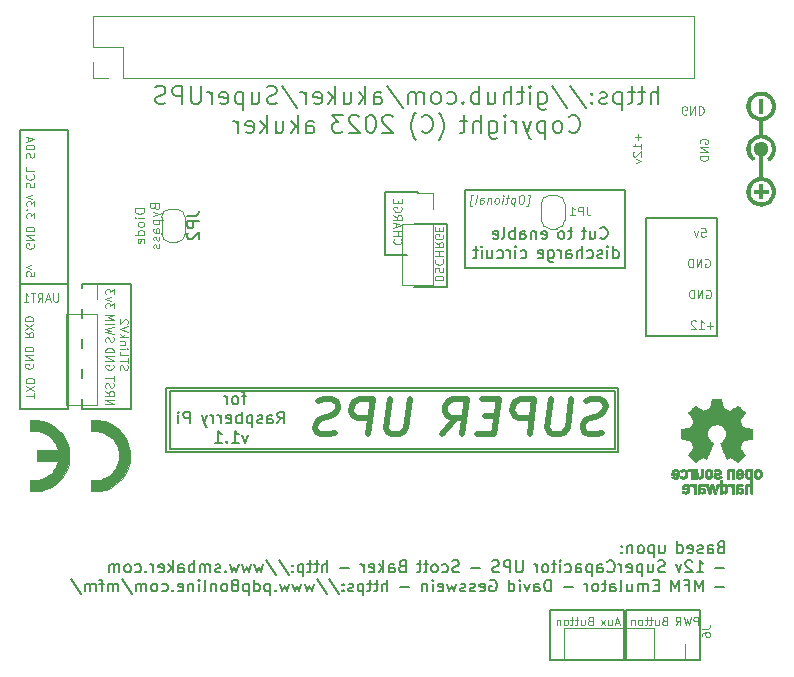
<source format=gbr>
%TF.GenerationSoftware,KiCad,Pcbnew,(7.0.0-0)*%
%TF.CreationDate,2023-04-09T21:16:23-05:00*%
%TF.ProjectId,ras_pi_supercap_ups,7261735f-7069-45f7-9375-706572636170,rev?*%
%TF.SameCoordinates,Original*%
%TF.FileFunction,Legend,Bot*%
%TF.FilePolarity,Positive*%
%FSLAX46Y46*%
G04 Gerber Fmt 4.6, Leading zero omitted, Abs format (unit mm)*
G04 Created by KiCad (PCBNEW (7.0.0-0)) date 2023-04-09 21:16:23*
%MOMM*%
%LPD*%
G01*
G04 APERTURE LIST*
G04 Aperture macros list*
%AMFreePoly0*
4,1,19,0.500000,-0.750000,0.000000,-0.750000,0.000000,-0.744911,-0.071157,-0.744911,-0.207708,-0.704816,-0.327430,-0.627875,-0.420627,-0.520320,-0.479746,-0.390866,-0.500000,-0.250000,-0.500000,0.250000,-0.479746,0.390866,-0.420627,0.520320,-0.327430,0.627875,-0.207708,0.704816,-0.071157,0.744911,0.000000,0.744911,0.000000,0.750000,0.500000,0.750000,0.500000,-0.750000,0.500000,-0.750000,
$1*%
%AMFreePoly1*
4,1,19,0.000000,0.744911,0.071157,0.744911,0.207708,0.704816,0.327430,0.627875,0.420627,0.520320,0.479746,0.390866,0.500000,0.250000,0.500000,-0.250000,0.479746,-0.390866,0.420627,-0.520320,0.327430,-0.627875,0.207708,-0.704816,0.071157,-0.744911,0.000000,-0.744911,0.000000,-0.750000,-0.500000,-0.750000,-0.500000,0.750000,0.000000,0.750000,0.000000,0.744911,0.000000,0.744911,
$1*%
G04 Aperture macros list end*
%ADD10C,0.150000*%
%ADD11C,0.100000*%
%ADD12C,0.500000*%
%ADD13C,0.200000*%
%ADD14C,0.120000*%
%ADD15C,0.010000*%
%ADD16R,2.000000X2.000000*%
%ADD17C,2.000000*%
%ADD18R,1.408000X1.408000*%
%ADD19C,1.408000*%
%ADD20C,2.700000*%
%ADD21R,1.700000X1.700000*%
%ADD22O,1.700000X1.700000*%
%ADD23R,1.800000X4.400000*%
%ADD24O,1.800000X4.000000*%
%ADD25O,4.000000X1.800000*%
%ADD26FreePoly0,90.000000*%
%ADD27FreePoly1,90.000000*%
G04 APERTURE END LIST*
D10*
X63500000Y-132660000D02*
X101200000Y-132660000D01*
X101200000Y-132660000D02*
X101200000Y-137506000D01*
X101200000Y-137506000D02*
X63500000Y-137506000D01*
X63500000Y-137506000D02*
X63500000Y-132660000D01*
X56050000Y-123556000D02*
X60200000Y-123556000D01*
X60200000Y-123556000D02*
X60200000Y-134112000D01*
X60200000Y-134112000D02*
X56050000Y-134112000D01*
X56050000Y-134112000D02*
X56050000Y-123556000D01*
X81679000Y-115760000D02*
X84473000Y-115760000D01*
X63200000Y-132406000D02*
X101468000Y-132406000D01*
X101468000Y-132406000D02*
X101468000Y-137794000D01*
X101468000Y-137794000D02*
X63200000Y-137794000D01*
X63200000Y-137794000D02*
X63200000Y-132406000D01*
X84185000Y-123794000D02*
X86979000Y-123794000D01*
X88500000Y-115650000D02*
X102040000Y-115650000D01*
X102040000Y-115650000D02*
X102040000Y-122240000D01*
X102040000Y-122240000D02*
X88500000Y-122240000D01*
X88500000Y-122240000D02*
X88500000Y-115650000D01*
X81679000Y-121094000D02*
X81679000Y-115760000D01*
X86979000Y-118460000D02*
X84185000Y-118460000D01*
X50800000Y-123556000D02*
X54864000Y-123556000D01*
X54864000Y-123556000D02*
X54864000Y-134112000D01*
X54864000Y-134112000D02*
X50800000Y-134112000D01*
X50800000Y-134112000D02*
X50800000Y-123556000D01*
X83581000Y-121094000D02*
X81679000Y-121094000D01*
X103800000Y-118000000D02*
X109800000Y-118000000D01*
X109800000Y-118000000D02*
X109800000Y-128000000D01*
X109800000Y-128000000D02*
X103800000Y-128000000D01*
X103800000Y-128000000D02*
X103800000Y-118000000D01*
X86979000Y-123794000D02*
X86979000Y-118460000D01*
X50800000Y-110490000D02*
X54864000Y-110490000D01*
X54864000Y-110490000D02*
X54864000Y-123556000D01*
X54864000Y-123556000D02*
X50800000Y-123556000D01*
X50800000Y-123556000D02*
X50800000Y-110490000D01*
X102100000Y-151200000D02*
X108400000Y-151200000D01*
X108400000Y-151200000D02*
X108400000Y-155400000D01*
X108400000Y-155400000D02*
X102100000Y-155400000D01*
X102100000Y-155400000D02*
X102100000Y-151200000D01*
X95650000Y-151200000D02*
X101950000Y-151200000D01*
X101950000Y-151200000D02*
X101950000Y-155400000D01*
X101950000Y-155400000D02*
X95650000Y-155400000D01*
X95650000Y-155400000D02*
X95650000Y-151200000D01*
D11*
X108415500Y-111666667D02*
X108382166Y-111600000D01*
X108382166Y-111600000D02*
X108382166Y-111500000D01*
X108382166Y-111500000D02*
X108415500Y-111400000D01*
X108415500Y-111400000D02*
X108482166Y-111333334D01*
X108482166Y-111333334D02*
X108548833Y-111300000D01*
X108548833Y-111300000D02*
X108682166Y-111266667D01*
X108682166Y-111266667D02*
X108782166Y-111266667D01*
X108782166Y-111266667D02*
X108915500Y-111300000D01*
X108915500Y-111300000D02*
X108982166Y-111333334D01*
X108982166Y-111333334D02*
X109048833Y-111400000D01*
X109048833Y-111400000D02*
X109082166Y-111500000D01*
X109082166Y-111500000D02*
X109082166Y-111566667D01*
X109082166Y-111566667D02*
X109048833Y-111666667D01*
X109048833Y-111666667D02*
X109015500Y-111700000D01*
X109015500Y-111700000D02*
X108782166Y-111700000D01*
X108782166Y-111700000D02*
X108782166Y-111566667D01*
X109082166Y-112000000D02*
X108382166Y-112000000D01*
X108382166Y-112000000D02*
X109082166Y-112400000D01*
X109082166Y-112400000D02*
X108382166Y-112400000D01*
X109082166Y-112733333D02*
X108382166Y-112733333D01*
X108382166Y-112733333D02*
X108382166Y-112900000D01*
X108382166Y-112900000D02*
X108415500Y-113000000D01*
X108415500Y-113000000D02*
X108482166Y-113066667D01*
X108482166Y-113066667D02*
X108548833Y-113100000D01*
X108548833Y-113100000D02*
X108682166Y-113133333D01*
X108682166Y-113133333D02*
X108782166Y-113133333D01*
X108782166Y-113133333D02*
X108915500Y-113100000D01*
X108915500Y-113100000D02*
X108982166Y-113066667D01*
X108982166Y-113066667D02*
X109048833Y-113000000D01*
X109048833Y-113000000D02*
X109082166Y-112900000D01*
X109082166Y-112900000D02*
X109082166Y-112733333D01*
X58042833Y-133749999D02*
X58742833Y-133749999D01*
X58742833Y-133749999D02*
X58042833Y-133349999D01*
X58042833Y-133349999D02*
X58742833Y-133349999D01*
X58042833Y-132616666D02*
X58376166Y-132849999D01*
X58042833Y-133016666D02*
X58742833Y-133016666D01*
X58742833Y-133016666D02*
X58742833Y-132749999D01*
X58742833Y-132749999D02*
X58709500Y-132683333D01*
X58709500Y-132683333D02*
X58676166Y-132649999D01*
X58676166Y-132649999D02*
X58609500Y-132616666D01*
X58609500Y-132616666D02*
X58509500Y-132616666D01*
X58509500Y-132616666D02*
X58442833Y-132649999D01*
X58442833Y-132649999D02*
X58409500Y-132683333D01*
X58409500Y-132683333D02*
X58376166Y-132749999D01*
X58376166Y-132749999D02*
X58376166Y-133016666D01*
X58076166Y-132349999D02*
X58042833Y-132249999D01*
X58042833Y-132249999D02*
X58042833Y-132083333D01*
X58042833Y-132083333D02*
X58076166Y-132016666D01*
X58076166Y-132016666D02*
X58109500Y-131983333D01*
X58109500Y-131983333D02*
X58176166Y-131949999D01*
X58176166Y-131949999D02*
X58242833Y-131949999D01*
X58242833Y-131949999D02*
X58309500Y-131983333D01*
X58309500Y-131983333D02*
X58342833Y-132016666D01*
X58342833Y-132016666D02*
X58376166Y-132083333D01*
X58376166Y-132083333D02*
X58409500Y-132216666D01*
X58409500Y-132216666D02*
X58442833Y-132283333D01*
X58442833Y-132283333D02*
X58476166Y-132316666D01*
X58476166Y-132316666D02*
X58542833Y-132349999D01*
X58542833Y-132349999D02*
X58609500Y-132349999D01*
X58609500Y-132349999D02*
X58676166Y-132316666D01*
X58676166Y-132316666D02*
X58709500Y-132283333D01*
X58709500Y-132283333D02*
X58742833Y-132216666D01*
X58742833Y-132216666D02*
X58742833Y-132049999D01*
X58742833Y-132049999D02*
X58709500Y-131949999D01*
X58742833Y-131749999D02*
X58742833Y-131349999D01*
X58042833Y-131549999D02*
X58742833Y-131549999D01*
X58709500Y-130433332D02*
X58742833Y-130499999D01*
X58742833Y-130499999D02*
X58742833Y-130599999D01*
X58742833Y-130599999D02*
X58709500Y-130699999D01*
X58709500Y-130699999D02*
X58642833Y-130766666D01*
X58642833Y-130766666D02*
X58576166Y-130799999D01*
X58576166Y-130799999D02*
X58442833Y-130833332D01*
X58442833Y-130833332D02*
X58342833Y-130833332D01*
X58342833Y-130833332D02*
X58209500Y-130799999D01*
X58209500Y-130799999D02*
X58142833Y-130766666D01*
X58142833Y-130766666D02*
X58076166Y-130699999D01*
X58076166Y-130699999D02*
X58042833Y-130599999D01*
X58042833Y-130599999D02*
X58042833Y-130533332D01*
X58042833Y-130533332D02*
X58076166Y-130433332D01*
X58076166Y-130433332D02*
X58109500Y-130399999D01*
X58109500Y-130399999D02*
X58342833Y-130399999D01*
X58342833Y-130399999D02*
X58342833Y-130533332D01*
X58042833Y-130099999D02*
X58742833Y-130099999D01*
X58742833Y-130099999D02*
X58042833Y-129699999D01*
X58042833Y-129699999D02*
X58742833Y-129699999D01*
X58042833Y-129366666D02*
X58742833Y-129366666D01*
X58742833Y-129366666D02*
X58742833Y-129199999D01*
X58742833Y-129199999D02*
X58709500Y-129099999D01*
X58709500Y-129099999D02*
X58642833Y-129033333D01*
X58642833Y-129033333D02*
X58576166Y-128999999D01*
X58576166Y-128999999D02*
X58442833Y-128966666D01*
X58442833Y-128966666D02*
X58342833Y-128966666D01*
X58342833Y-128966666D02*
X58209500Y-128999999D01*
X58209500Y-128999999D02*
X58142833Y-129033333D01*
X58142833Y-129033333D02*
X58076166Y-129099999D01*
X58076166Y-129099999D02*
X58042833Y-129199999D01*
X58042833Y-129199999D02*
X58042833Y-129366666D01*
X52004833Y-122528000D02*
X52004833Y-122861333D01*
X52004833Y-122861333D02*
X51671500Y-122894666D01*
X51671500Y-122894666D02*
X51704833Y-122861333D01*
X51704833Y-122861333D02*
X51738166Y-122794666D01*
X51738166Y-122794666D02*
X51738166Y-122628000D01*
X51738166Y-122628000D02*
X51704833Y-122561333D01*
X51704833Y-122561333D02*
X51671500Y-122528000D01*
X51671500Y-122528000D02*
X51604833Y-122494666D01*
X51604833Y-122494666D02*
X51438166Y-122494666D01*
X51438166Y-122494666D02*
X51371500Y-122528000D01*
X51371500Y-122528000D02*
X51338166Y-122561333D01*
X51338166Y-122561333D02*
X51304833Y-122628000D01*
X51304833Y-122628000D02*
X51304833Y-122794666D01*
X51304833Y-122794666D02*
X51338166Y-122861333D01*
X51338166Y-122861333D02*
X51371500Y-122894666D01*
X51771500Y-122261333D02*
X51304833Y-122094666D01*
X51304833Y-122094666D02*
X51771500Y-121927999D01*
X107241667Y-109184500D02*
X107175000Y-109217833D01*
X107175000Y-109217833D02*
X107075000Y-109217833D01*
X107075000Y-109217833D02*
X106975000Y-109184500D01*
X106975000Y-109184500D02*
X106908334Y-109117833D01*
X106908334Y-109117833D02*
X106875000Y-109051166D01*
X106875000Y-109051166D02*
X106841667Y-108917833D01*
X106841667Y-108917833D02*
X106841667Y-108817833D01*
X106841667Y-108817833D02*
X106875000Y-108684500D01*
X106875000Y-108684500D02*
X106908334Y-108617833D01*
X106908334Y-108617833D02*
X106975000Y-108551166D01*
X106975000Y-108551166D02*
X107075000Y-108517833D01*
X107075000Y-108517833D02*
X107141667Y-108517833D01*
X107141667Y-108517833D02*
X107241667Y-108551166D01*
X107241667Y-108551166D02*
X107275000Y-108584500D01*
X107275000Y-108584500D02*
X107275000Y-108817833D01*
X107275000Y-108817833D02*
X107141667Y-108817833D01*
X107575000Y-108517833D02*
X107575000Y-109217833D01*
X107575000Y-109217833D02*
X107975000Y-108517833D01*
X107975000Y-108517833D02*
X107975000Y-109217833D01*
X108308333Y-108517833D02*
X108308333Y-109217833D01*
X108308333Y-109217833D02*
X108475000Y-109217833D01*
X108475000Y-109217833D02*
X108575000Y-109184500D01*
X108575000Y-109184500D02*
X108641667Y-109117833D01*
X108641667Y-109117833D02*
X108675000Y-109051166D01*
X108675000Y-109051166D02*
X108708333Y-108917833D01*
X108708333Y-108917833D02*
X108708333Y-108817833D01*
X108708333Y-108817833D02*
X108675000Y-108684500D01*
X108675000Y-108684500D02*
X108641667Y-108617833D01*
X108641667Y-108617833D02*
X108575000Y-108551166D01*
X108575000Y-108551166D02*
X108475000Y-108517833D01*
X108475000Y-108517833D02*
X108308333Y-108517833D01*
X51971500Y-120167332D02*
X52004833Y-120233999D01*
X52004833Y-120233999D02*
X52004833Y-120333999D01*
X52004833Y-120333999D02*
X51971500Y-120433999D01*
X51971500Y-120433999D02*
X51904833Y-120500666D01*
X51904833Y-120500666D02*
X51838166Y-120533999D01*
X51838166Y-120533999D02*
X51704833Y-120567332D01*
X51704833Y-120567332D02*
X51604833Y-120567332D01*
X51604833Y-120567332D02*
X51471500Y-120533999D01*
X51471500Y-120533999D02*
X51404833Y-120500666D01*
X51404833Y-120500666D02*
X51338166Y-120433999D01*
X51338166Y-120433999D02*
X51304833Y-120333999D01*
X51304833Y-120333999D02*
X51304833Y-120267332D01*
X51304833Y-120267332D02*
X51338166Y-120167332D01*
X51338166Y-120167332D02*
X51371500Y-120133999D01*
X51371500Y-120133999D02*
X51604833Y-120133999D01*
X51604833Y-120133999D02*
X51604833Y-120267332D01*
X51304833Y-119833999D02*
X52004833Y-119833999D01*
X52004833Y-119833999D02*
X51304833Y-119433999D01*
X51304833Y-119433999D02*
X52004833Y-119433999D01*
X51304833Y-119100666D02*
X52004833Y-119100666D01*
X52004833Y-119100666D02*
X52004833Y-118933999D01*
X52004833Y-118933999D02*
X51971500Y-118833999D01*
X51971500Y-118833999D02*
X51904833Y-118767333D01*
X51904833Y-118767333D02*
X51838166Y-118733999D01*
X51838166Y-118733999D02*
X51704833Y-118700666D01*
X51704833Y-118700666D02*
X51604833Y-118700666D01*
X51604833Y-118700666D02*
X51471500Y-118733999D01*
X51471500Y-118733999D02*
X51404833Y-118767333D01*
X51404833Y-118767333D02*
X51338166Y-118833999D01*
X51338166Y-118833999D02*
X51304833Y-118933999D01*
X51304833Y-118933999D02*
X51304833Y-119100666D01*
X108500000Y-118857166D02*
X108833333Y-118857166D01*
X108833333Y-118857166D02*
X108866666Y-119190500D01*
X108866666Y-119190500D02*
X108833333Y-119157166D01*
X108833333Y-119157166D02*
X108766666Y-119123833D01*
X108766666Y-119123833D02*
X108600000Y-119123833D01*
X108600000Y-119123833D02*
X108533333Y-119157166D01*
X108533333Y-119157166D02*
X108500000Y-119190500D01*
X108500000Y-119190500D02*
X108466666Y-119257166D01*
X108466666Y-119257166D02*
X108466666Y-119423833D01*
X108466666Y-119423833D02*
X108500000Y-119490500D01*
X108500000Y-119490500D02*
X108533333Y-119523833D01*
X108533333Y-119523833D02*
X108600000Y-119557166D01*
X108600000Y-119557166D02*
X108766666Y-119557166D01*
X108766666Y-119557166D02*
X108833333Y-119523833D01*
X108833333Y-119523833D02*
X108866666Y-119490500D01*
X108233333Y-119090500D02*
X108066666Y-119557166D01*
X108066666Y-119557166D02*
X107899999Y-119090500D01*
X82504500Y-119766666D02*
X82471166Y-119799999D01*
X82471166Y-119799999D02*
X82437833Y-119899999D01*
X82437833Y-119899999D02*
X82437833Y-119966666D01*
X82437833Y-119966666D02*
X82471166Y-120066666D01*
X82471166Y-120066666D02*
X82537833Y-120133333D01*
X82537833Y-120133333D02*
X82604500Y-120166666D01*
X82604500Y-120166666D02*
X82737833Y-120199999D01*
X82737833Y-120199999D02*
X82837833Y-120199999D01*
X82837833Y-120199999D02*
X82971166Y-120166666D01*
X82971166Y-120166666D02*
X83037833Y-120133333D01*
X83037833Y-120133333D02*
X83104500Y-120066666D01*
X83104500Y-120066666D02*
X83137833Y-119966666D01*
X83137833Y-119966666D02*
X83137833Y-119899999D01*
X83137833Y-119899999D02*
X83104500Y-119799999D01*
X83104500Y-119799999D02*
X83071166Y-119766666D01*
X82437833Y-119466666D02*
X83137833Y-119466666D01*
X82804500Y-119466666D02*
X82804500Y-119066666D01*
X82437833Y-119066666D02*
X83137833Y-119066666D01*
X82637833Y-118766666D02*
X82637833Y-118433333D01*
X82437833Y-118833333D02*
X83137833Y-118600000D01*
X83137833Y-118600000D02*
X82437833Y-118366666D01*
X82437833Y-117733333D02*
X82771166Y-117966666D01*
X82437833Y-118133333D02*
X83137833Y-118133333D01*
X83137833Y-118133333D02*
X83137833Y-117866666D01*
X83137833Y-117866666D02*
X83104500Y-117800000D01*
X83104500Y-117800000D02*
X83071166Y-117766666D01*
X83071166Y-117766666D02*
X83004500Y-117733333D01*
X83004500Y-117733333D02*
X82904500Y-117733333D01*
X82904500Y-117733333D02*
X82837833Y-117766666D01*
X82837833Y-117766666D02*
X82804500Y-117800000D01*
X82804500Y-117800000D02*
X82771166Y-117866666D01*
X82771166Y-117866666D02*
X82771166Y-118133333D01*
X83104500Y-117066666D02*
X83137833Y-117133333D01*
X83137833Y-117133333D02*
X83137833Y-117233333D01*
X83137833Y-117233333D02*
X83104500Y-117333333D01*
X83104500Y-117333333D02*
X83037833Y-117400000D01*
X83037833Y-117400000D02*
X82971166Y-117433333D01*
X82971166Y-117433333D02*
X82837833Y-117466666D01*
X82837833Y-117466666D02*
X82737833Y-117466666D01*
X82737833Y-117466666D02*
X82604500Y-117433333D01*
X82604500Y-117433333D02*
X82537833Y-117400000D01*
X82537833Y-117400000D02*
X82471166Y-117333333D01*
X82471166Y-117333333D02*
X82437833Y-117233333D01*
X82437833Y-117233333D02*
X82437833Y-117166666D01*
X82437833Y-117166666D02*
X82471166Y-117066666D01*
X82471166Y-117066666D02*
X82504500Y-117033333D01*
X82504500Y-117033333D02*
X82737833Y-117033333D01*
X82737833Y-117033333D02*
X82737833Y-117166666D01*
X82804500Y-116733333D02*
X82804500Y-116500000D01*
X82437833Y-116400000D02*
X82437833Y-116733333D01*
X82437833Y-116733333D02*
X83137833Y-116733333D01*
X83137833Y-116733333D02*
X83137833Y-116400000D01*
X103140500Y-110874999D02*
X103140500Y-111408333D01*
X103407166Y-111141666D02*
X102873833Y-111141666D01*
X103407166Y-112108333D02*
X103407166Y-111708333D01*
X103407166Y-111908333D02*
X102707166Y-111908333D01*
X102707166Y-111908333D02*
X102807166Y-111841666D01*
X102807166Y-111841666D02*
X102873833Y-111775000D01*
X102873833Y-111775000D02*
X102907166Y-111708333D01*
X102773833Y-112375000D02*
X102740500Y-112408333D01*
X102740500Y-112408333D02*
X102707166Y-112475000D01*
X102707166Y-112475000D02*
X102707166Y-112641667D01*
X102707166Y-112641667D02*
X102740500Y-112708333D01*
X102740500Y-112708333D02*
X102773833Y-112741667D01*
X102773833Y-112741667D02*
X102840500Y-112775000D01*
X102840500Y-112775000D02*
X102907166Y-112775000D01*
X102907166Y-112775000D02*
X103007166Y-112741667D01*
X103007166Y-112741667D02*
X103407166Y-112341667D01*
X103407166Y-112341667D02*
X103407166Y-112775000D01*
X102940500Y-113008334D02*
X103407166Y-113175000D01*
X103407166Y-113175000D02*
X102940500Y-113341667D01*
X51909500Y-130333332D02*
X51942833Y-130399999D01*
X51942833Y-130399999D02*
X51942833Y-130499999D01*
X51942833Y-130499999D02*
X51909500Y-130599999D01*
X51909500Y-130599999D02*
X51842833Y-130666666D01*
X51842833Y-130666666D02*
X51776166Y-130699999D01*
X51776166Y-130699999D02*
X51642833Y-130733332D01*
X51642833Y-130733332D02*
X51542833Y-130733332D01*
X51542833Y-130733332D02*
X51409500Y-130699999D01*
X51409500Y-130699999D02*
X51342833Y-130666666D01*
X51342833Y-130666666D02*
X51276166Y-130599999D01*
X51276166Y-130599999D02*
X51242833Y-130499999D01*
X51242833Y-130499999D02*
X51242833Y-130433332D01*
X51242833Y-130433332D02*
X51276166Y-130333332D01*
X51276166Y-130333332D02*
X51309500Y-130299999D01*
X51309500Y-130299999D02*
X51542833Y-130299999D01*
X51542833Y-130299999D02*
X51542833Y-130433332D01*
X51242833Y-129999999D02*
X51942833Y-129999999D01*
X51942833Y-129999999D02*
X51242833Y-129599999D01*
X51242833Y-129599999D02*
X51942833Y-129599999D01*
X51242833Y-129266666D02*
X51942833Y-129266666D01*
X51942833Y-129266666D02*
X51942833Y-129099999D01*
X51942833Y-129099999D02*
X51909500Y-128999999D01*
X51909500Y-128999999D02*
X51842833Y-128933333D01*
X51842833Y-128933333D02*
X51776166Y-128899999D01*
X51776166Y-128899999D02*
X51642833Y-128866666D01*
X51642833Y-128866666D02*
X51542833Y-128866666D01*
X51542833Y-128866666D02*
X51409500Y-128899999D01*
X51409500Y-128899999D02*
X51342833Y-128933333D01*
X51342833Y-128933333D02*
X51276166Y-128999999D01*
X51276166Y-128999999D02*
X51242833Y-129099999D01*
X51242833Y-129099999D02*
X51242833Y-129266666D01*
X58742833Y-125633333D02*
X58742833Y-125199999D01*
X58742833Y-125199999D02*
X58476166Y-125433333D01*
X58476166Y-125433333D02*
X58476166Y-125333333D01*
X58476166Y-125333333D02*
X58442833Y-125266666D01*
X58442833Y-125266666D02*
X58409500Y-125233333D01*
X58409500Y-125233333D02*
X58342833Y-125199999D01*
X58342833Y-125199999D02*
X58176166Y-125199999D01*
X58176166Y-125199999D02*
X58109500Y-125233333D01*
X58109500Y-125233333D02*
X58076166Y-125266666D01*
X58076166Y-125266666D02*
X58042833Y-125333333D01*
X58042833Y-125333333D02*
X58042833Y-125533333D01*
X58042833Y-125533333D02*
X58076166Y-125599999D01*
X58076166Y-125599999D02*
X58109500Y-125633333D01*
X58509500Y-124966666D02*
X58042833Y-124799999D01*
X58042833Y-124799999D02*
X58509500Y-124633332D01*
X58742833Y-124433333D02*
X58742833Y-123999999D01*
X58742833Y-123999999D02*
X58476166Y-124233333D01*
X58476166Y-124233333D02*
X58476166Y-124133333D01*
X58476166Y-124133333D02*
X58442833Y-124066666D01*
X58442833Y-124066666D02*
X58409500Y-124033333D01*
X58409500Y-124033333D02*
X58342833Y-123999999D01*
X58342833Y-123999999D02*
X58176166Y-123999999D01*
X58176166Y-123999999D02*
X58109500Y-124033333D01*
X58109500Y-124033333D02*
X58076166Y-124066666D01*
X58076166Y-124066666D02*
X58042833Y-124133333D01*
X58042833Y-124133333D02*
X58042833Y-124333333D01*
X58042833Y-124333333D02*
X58076166Y-124399999D01*
X58076166Y-124399999D02*
X58109500Y-124433333D01*
X108833332Y-121490500D02*
X108899999Y-121457166D01*
X108899999Y-121457166D02*
X108999999Y-121457166D01*
X108999999Y-121457166D02*
X109099999Y-121490500D01*
X109099999Y-121490500D02*
X109166666Y-121557166D01*
X109166666Y-121557166D02*
X109199999Y-121623833D01*
X109199999Y-121623833D02*
X109233332Y-121757166D01*
X109233332Y-121757166D02*
X109233332Y-121857166D01*
X109233332Y-121857166D02*
X109199999Y-121990500D01*
X109199999Y-121990500D02*
X109166666Y-122057166D01*
X109166666Y-122057166D02*
X109099999Y-122123833D01*
X109099999Y-122123833D02*
X108999999Y-122157166D01*
X108999999Y-122157166D02*
X108933332Y-122157166D01*
X108933332Y-122157166D02*
X108833332Y-122123833D01*
X108833332Y-122123833D02*
X108799999Y-122090500D01*
X108799999Y-122090500D02*
X108799999Y-121857166D01*
X108799999Y-121857166D02*
X108933332Y-121857166D01*
X108499999Y-122157166D02*
X108499999Y-121457166D01*
X108499999Y-121457166D02*
X108099999Y-122157166D01*
X108099999Y-122157166D02*
X108099999Y-121457166D01*
X107766666Y-122157166D02*
X107766666Y-121457166D01*
X107766666Y-121457166D02*
X107599999Y-121457166D01*
X107599999Y-121457166D02*
X107499999Y-121490500D01*
X107499999Y-121490500D02*
X107433333Y-121557166D01*
X107433333Y-121557166D02*
X107399999Y-121623833D01*
X107399999Y-121623833D02*
X107366666Y-121757166D01*
X107366666Y-121757166D02*
X107366666Y-121857166D01*
X107366666Y-121857166D02*
X107399999Y-121990500D01*
X107399999Y-121990500D02*
X107433333Y-122057166D01*
X107433333Y-122057166D02*
X107499999Y-122123833D01*
X107499999Y-122123833D02*
X107599999Y-122157166D01*
X107599999Y-122157166D02*
X107766666Y-122157166D01*
X85959833Y-123249999D02*
X86659833Y-123249999D01*
X86659833Y-123249999D02*
X86659833Y-123083332D01*
X86659833Y-123083332D02*
X86626500Y-122983332D01*
X86626500Y-122983332D02*
X86559833Y-122916666D01*
X86559833Y-122916666D02*
X86493166Y-122883332D01*
X86493166Y-122883332D02*
X86359833Y-122849999D01*
X86359833Y-122849999D02*
X86259833Y-122849999D01*
X86259833Y-122849999D02*
X86126500Y-122883332D01*
X86126500Y-122883332D02*
X86059833Y-122916666D01*
X86059833Y-122916666D02*
X85993166Y-122983332D01*
X85993166Y-122983332D02*
X85959833Y-123083332D01*
X85959833Y-123083332D02*
X85959833Y-123249999D01*
X85993166Y-122583332D02*
X85959833Y-122483332D01*
X85959833Y-122483332D02*
X85959833Y-122316666D01*
X85959833Y-122316666D02*
X85993166Y-122249999D01*
X85993166Y-122249999D02*
X86026500Y-122216666D01*
X86026500Y-122216666D02*
X86093166Y-122183332D01*
X86093166Y-122183332D02*
X86159833Y-122183332D01*
X86159833Y-122183332D02*
X86226500Y-122216666D01*
X86226500Y-122216666D02*
X86259833Y-122249999D01*
X86259833Y-122249999D02*
X86293166Y-122316666D01*
X86293166Y-122316666D02*
X86326500Y-122449999D01*
X86326500Y-122449999D02*
X86359833Y-122516666D01*
X86359833Y-122516666D02*
X86393166Y-122549999D01*
X86393166Y-122549999D02*
X86459833Y-122583332D01*
X86459833Y-122583332D02*
X86526500Y-122583332D01*
X86526500Y-122583332D02*
X86593166Y-122549999D01*
X86593166Y-122549999D02*
X86626500Y-122516666D01*
X86626500Y-122516666D02*
X86659833Y-122449999D01*
X86659833Y-122449999D02*
X86659833Y-122283332D01*
X86659833Y-122283332D02*
X86626500Y-122183332D01*
X86026500Y-121483332D02*
X85993166Y-121516665D01*
X85993166Y-121516665D02*
X85959833Y-121616665D01*
X85959833Y-121616665D02*
X85959833Y-121683332D01*
X85959833Y-121683332D02*
X85993166Y-121783332D01*
X85993166Y-121783332D02*
X86059833Y-121849999D01*
X86059833Y-121849999D02*
X86126500Y-121883332D01*
X86126500Y-121883332D02*
X86259833Y-121916665D01*
X86259833Y-121916665D02*
X86359833Y-121916665D01*
X86359833Y-121916665D02*
X86493166Y-121883332D01*
X86493166Y-121883332D02*
X86559833Y-121849999D01*
X86559833Y-121849999D02*
X86626500Y-121783332D01*
X86626500Y-121783332D02*
X86659833Y-121683332D01*
X86659833Y-121683332D02*
X86659833Y-121616665D01*
X86659833Y-121616665D02*
X86626500Y-121516665D01*
X86626500Y-121516665D02*
X86593166Y-121483332D01*
X85959833Y-121183332D02*
X86659833Y-121183332D01*
X86326500Y-121183332D02*
X86326500Y-120783332D01*
X85959833Y-120783332D02*
X86659833Y-120783332D01*
X85959833Y-120049999D02*
X86293166Y-120283332D01*
X85959833Y-120449999D02*
X86659833Y-120449999D01*
X86659833Y-120449999D02*
X86659833Y-120183332D01*
X86659833Y-120183332D02*
X86626500Y-120116666D01*
X86626500Y-120116666D02*
X86593166Y-120083332D01*
X86593166Y-120083332D02*
X86526500Y-120049999D01*
X86526500Y-120049999D02*
X86426500Y-120049999D01*
X86426500Y-120049999D02*
X86359833Y-120083332D01*
X86359833Y-120083332D02*
X86326500Y-120116666D01*
X86326500Y-120116666D02*
X86293166Y-120183332D01*
X86293166Y-120183332D02*
X86293166Y-120449999D01*
X86626500Y-119383332D02*
X86659833Y-119449999D01*
X86659833Y-119449999D02*
X86659833Y-119549999D01*
X86659833Y-119549999D02*
X86626500Y-119649999D01*
X86626500Y-119649999D02*
X86559833Y-119716666D01*
X86559833Y-119716666D02*
X86493166Y-119749999D01*
X86493166Y-119749999D02*
X86359833Y-119783332D01*
X86359833Y-119783332D02*
X86259833Y-119783332D01*
X86259833Y-119783332D02*
X86126500Y-119749999D01*
X86126500Y-119749999D02*
X86059833Y-119716666D01*
X86059833Y-119716666D02*
X85993166Y-119649999D01*
X85993166Y-119649999D02*
X85959833Y-119549999D01*
X85959833Y-119549999D02*
X85959833Y-119483332D01*
X85959833Y-119483332D02*
X85993166Y-119383332D01*
X85993166Y-119383332D02*
X86026500Y-119349999D01*
X86026500Y-119349999D02*
X86259833Y-119349999D01*
X86259833Y-119349999D02*
X86259833Y-119483332D01*
X86326500Y-119049999D02*
X86326500Y-118816666D01*
X85959833Y-118716666D02*
X85959833Y-119049999D01*
X85959833Y-119049999D02*
X86659833Y-119049999D01*
X86659833Y-119049999D02*
X86659833Y-118716666D01*
D12*
X100121428Y-136159285D02*
X99675000Y-136302142D01*
X99675000Y-136302142D02*
X98960714Y-136302142D01*
X98960714Y-136302142D02*
X98692857Y-136159285D01*
X98692857Y-136159285D02*
X98567857Y-136016428D01*
X98567857Y-136016428D02*
X98460714Y-135730714D01*
X98460714Y-135730714D02*
X98496428Y-135445000D01*
X98496428Y-135445000D02*
X98675000Y-135159285D01*
X98675000Y-135159285D02*
X98835714Y-135016428D01*
X98835714Y-135016428D02*
X99139285Y-134873571D01*
X99139285Y-134873571D02*
X99728571Y-134730714D01*
X99728571Y-134730714D02*
X100032143Y-134587857D01*
X100032143Y-134587857D02*
X100192857Y-134445000D01*
X100192857Y-134445000D02*
X100371428Y-134159285D01*
X100371428Y-134159285D02*
X100407143Y-133873571D01*
X100407143Y-133873571D02*
X100300000Y-133587857D01*
X100300000Y-133587857D02*
X100175000Y-133445000D01*
X100175000Y-133445000D02*
X99907143Y-133302142D01*
X99907143Y-133302142D02*
X99192857Y-133302142D01*
X99192857Y-133302142D02*
X98746428Y-133445000D01*
X97478571Y-133302142D02*
X97175000Y-135730714D01*
X97175000Y-135730714D02*
X96996428Y-136016428D01*
X96996428Y-136016428D02*
X96835714Y-136159285D01*
X96835714Y-136159285D02*
X96532142Y-136302142D01*
X96532142Y-136302142D02*
X95960714Y-136302142D01*
X95960714Y-136302142D02*
X95692857Y-136159285D01*
X95692857Y-136159285D02*
X95567857Y-136016428D01*
X95567857Y-136016428D02*
X95460714Y-135730714D01*
X95460714Y-135730714D02*
X95764285Y-133302142D01*
X93960714Y-136302142D02*
X94335714Y-133302142D01*
X94335714Y-133302142D02*
X93192857Y-133302142D01*
X93192857Y-133302142D02*
X92889285Y-133445000D01*
X92889285Y-133445000D02*
X92728571Y-133587857D01*
X92728571Y-133587857D02*
X92550000Y-133873571D01*
X92550000Y-133873571D02*
X92496428Y-134302142D01*
X92496428Y-134302142D02*
X92603571Y-134587857D01*
X92603571Y-134587857D02*
X92728571Y-134730714D01*
X92728571Y-134730714D02*
X92996428Y-134873571D01*
X92996428Y-134873571D02*
X94139285Y-134873571D01*
X91157143Y-134730714D02*
X90157143Y-134730714D01*
X89532143Y-136302142D02*
X90960714Y-136302142D01*
X90960714Y-136302142D02*
X91335714Y-133302142D01*
X91335714Y-133302142D02*
X89907143Y-133302142D01*
X86532142Y-136302142D02*
X87710714Y-134873571D01*
X88246428Y-136302142D02*
X88621428Y-133302142D01*
X88621428Y-133302142D02*
X87478571Y-133302142D01*
X87478571Y-133302142D02*
X87174999Y-133445000D01*
X87174999Y-133445000D02*
X87014285Y-133587857D01*
X87014285Y-133587857D02*
X86835714Y-133873571D01*
X86835714Y-133873571D02*
X86782142Y-134302142D01*
X86782142Y-134302142D02*
X86889285Y-134587857D01*
X86889285Y-134587857D02*
X87014285Y-134730714D01*
X87014285Y-134730714D02*
X87282142Y-134873571D01*
X87282142Y-134873571D02*
X88424999Y-134873571D01*
X83821428Y-133302142D02*
X83517857Y-135730714D01*
X83517857Y-135730714D02*
X83339285Y-136016428D01*
X83339285Y-136016428D02*
X83178571Y-136159285D01*
X83178571Y-136159285D02*
X82874999Y-136302142D01*
X82874999Y-136302142D02*
X82303571Y-136302142D01*
X82303571Y-136302142D02*
X82035714Y-136159285D01*
X82035714Y-136159285D02*
X81910714Y-136016428D01*
X81910714Y-136016428D02*
X81803571Y-135730714D01*
X81803571Y-135730714D02*
X82107142Y-133302142D01*
X80303571Y-136302142D02*
X80678571Y-133302142D01*
X80678571Y-133302142D02*
X79535714Y-133302142D01*
X79535714Y-133302142D02*
X79232142Y-133445000D01*
X79232142Y-133445000D02*
X79071428Y-133587857D01*
X79071428Y-133587857D02*
X78892857Y-133873571D01*
X78892857Y-133873571D02*
X78839285Y-134302142D01*
X78839285Y-134302142D02*
X78946428Y-134587857D01*
X78946428Y-134587857D02*
X79071428Y-134730714D01*
X79071428Y-134730714D02*
X79339285Y-134873571D01*
X79339285Y-134873571D02*
X80482142Y-134873571D01*
X77464285Y-136159285D02*
X77017857Y-136302142D01*
X77017857Y-136302142D02*
X76303571Y-136302142D01*
X76303571Y-136302142D02*
X76035714Y-136159285D01*
X76035714Y-136159285D02*
X75910714Y-136016428D01*
X75910714Y-136016428D02*
X75803571Y-135730714D01*
X75803571Y-135730714D02*
X75839285Y-135445000D01*
X75839285Y-135445000D02*
X76017857Y-135159285D01*
X76017857Y-135159285D02*
X76178571Y-135016428D01*
X76178571Y-135016428D02*
X76482142Y-134873571D01*
X76482142Y-134873571D02*
X77071428Y-134730714D01*
X77071428Y-134730714D02*
X77375000Y-134587857D01*
X77375000Y-134587857D02*
X77535714Y-134445000D01*
X77535714Y-134445000D02*
X77714285Y-134159285D01*
X77714285Y-134159285D02*
X77750000Y-133873571D01*
X77750000Y-133873571D02*
X77642857Y-133587857D01*
X77642857Y-133587857D02*
X77517857Y-133445000D01*
X77517857Y-133445000D02*
X77250000Y-133302142D01*
X77250000Y-133302142D02*
X76535714Y-133302142D01*
X76535714Y-133302142D02*
X76089285Y-133445000D01*
D10*
X110128571Y-145833571D02*
X109985714Y-145881190D01*
X109985714Y-145881190D02*
X109938095Y-145928809D01*
X109938095Y-145928809D02*
X109890476Y-146024047D01*
X109890476Y-146024047D02*
X109890476Y-146166904D01*
X109890476Y-146166904D02*
X109938095Y-146262142D01*
X109938095Y-146262142D02*
X109985714Y-146309761D01*
X109985714Y-146309761D02*
X110080952Y-146357380D01*
X110080952Y-146357380D02*
X110461904Y-146357380D01*
X110461904Y-146357380D02*
X110461904Y-145357380D01*
X110461904Y-145357380D02*
X110128571Y-145357380D01*
X110128571Y-145357380D02*
X110033333Y-145405000D01*
X110033333Y-145405000D02*
X109985714Y-145452619D01*
X109985714Y-145452619D02*
X109938095Y-145547857D01*
X109938095Y-145547857D02*
X109938095Y-145643095D01*
X109938095Y-145643095D02*
X109985714Y-145738333D01*
X109985714Y-145738333D02*
X110033333Y-145785952D01*
X110033333Y-145785952D02*
X110128571Y-145833571D01*
X110128571Y-145833571D02*
X110461904Y-145833571D01*
X109033333Y-146357380D02*
X109033333Y-145833571D01*
X109033333Y-145833571D02*
X109080952Y-145738333D01*
X109080952Y-145738333D02*
X109176190Y-145690714D01*
X109176190Y-145690714D02*
X109366666Y-145690714D01*
X109366666Y-145690714D02*
X109461904Y-145738333D01*
X109033333Y-146309761D02*
X109128571Y-146357380D01*
X109128571Y-146357380D02*
X109366666Y-146357380D01*
X109366666Y-146357380D02*
X109461904Y-146309761D01*
X109461904Y-146309761D02*
X109509523Y-146214523D01*
X109509523Y-146214523D02*
X109509523Y-146119285D01*
X109509523Y-146119285D02*
X109461904Y-146024047D01*
X109461904Y-146024047D02*
X109366666Y-145976428D01*
X109366666Y-145976428D02*
X109128571Y-145976428D01*
X109128571Y-145976428D02*
X109033333Y-145928809D01*
X108604761Y-146309761D02*
X108509523Y-146357380D01*
X108509523Y-146357380D02*
X108319047Y-146357380D01*
X108319047Y-146357380D02*
X108223809Y-146309761D01*
X108223809Y-146309761D02*
X108176190Y-146214523D01*
X108176190Y-146214523D02*
X108176190Y-146166904D01*
X108176190Y-146166904D02*
X108223809Y-146071666D01*
X108223809Y-146071666D02*
X108319047Y-146024047D01*
X108319047Y-146024047D02*
X108461904Y-146024047D01*
X108461904Y-146024047D02*
X108557142Y-145976428D01*
X108557142Y-145976428D02*
X108604761Y-145881190D01*
X108604761Y-145881190D02*
X108604761Y-145833571D01*
X108604761Y-145833571D02*
X108557142Y-145738333D01*
X108557142Y-145738333D02*
X108461904Y-145690714D01*
X108461904Y-145690714D02*
X108319047Y-145690714D01*
X108319047Y-145690714D02*
X108223809Y-145738333D01*
X107366666Y-146309761D02*
X107461904Y-146357380D01*
X107461904Y-146357380D02*
X107652380Y-146357380D01*
X107652380Y-146357380D02*
X107747618Y-146309761D01*
X107747618Y-146309761D02*
X107795237Y-146214523D01*
X107795237Y-146214523D02*
X107795237Y-145833571D01*
X107795237Y-145833571D02*
X107747618Y-145738333D01*
X107747618Y-145738333D02*
X107652380Y-145690714D01*
X107652380Y-145690714D02*
X107461904Y-145690714D01*
X107461904Y-145690714D02*
X107366666Y-145738333D01*
X107366666Y-145738333D02*
X107319047Y-145833571D01*
X107319047Y-145833571D02*
X107319047Y-145928809D01*
X107319047Y-145928809D02*
X107795237Y-146024047D01*
X106461904Y-146357380D02*
X106461904Y-145357380D01*
X106461904Y-146309761D02*
X106557142Y-146357380D01*
X106557142Y-146357380D02*
X106747618Y-146357380D01*
X106747618Y-146357380D02*
X106842856Y-146309761D01*
X106842856Y-146309761D02*
X106890475Y-146262142D01*
X106890475Y-146262142D02*
X106938094Y-146166904D01*
X106938094Y-146166904D02*
X106938094Y-145881190D01*
X106938094Y-145881190D02*
X106890475Y-145785952D01*
X106890475Y-145785952D02*
X106842856Y-145738333D01*
X106842856Y-145738333D02*
X106747618Y-145690714D01*
X106747618Y-145690714D02*
X106557142Y-145690714D01*
X106557142Y-145690714D02*
X106461904Y-145738333D01*
X104957142Y-145690714D02*
X104957142Y-146357380D01*
X105385713Y-145690714D02*
X105385713Y-146214523D01*
X105385713Y-146214523D02*
X105338094Y-146309761D01*
X105338094Y-146309761D02*
X105242856Y-146357380D01*
X105242856Y-146357380D02*
X105099999Y-146357380D01*
X105099999Y-146357380D02*
X105004761Y-146309761D01*
X105004761Y-146309761D02*
X104957142Y-146262142D01*
X104480951Y-145690714D02*
X104480951Y-146690714D01*
X104480951Y-145738333D02*
X104385713Y-145690714D01*
X104385713Y-145690714D02*
X104195237Y-145690714D01*
X104195237Y-145690714D02*
X104099999Y-145738333D01*
X104099999Y-145738333D02*
X104052380Y-145785952D01*
X104052380Y-145785952D02*
X104004761Y-145881190D01*
X104004761Y-145881190D02*
X104004761Y-146166904D01*
X104004761Y-146166904D02*
X104052380Y-146262142D01*
X104052380Y-146262142D02*
X104099999Y-146309761D01*
X104099999Y-146309761D02*
X104195237Y-146357380D01*
X104195237Y-146357380D02*
X104385713Y-146357380D01*
X104385713Y-146357380D02*
X104480951Y-146309761D01*
X103433332Y-146357380D02*
X103528570Y-146309761D01*
X103528570Y-146309761D02*
X103576189Y-146262142D01*
X103576189Y-146262142D02*
X103623808Y-146166904D01*
X103623808Y-146166904D02*
X103623808Y-145881190D01*
X103623808Y-145881190D02*
X103576189Y-145785952D01*
X103576189Y-145785952D02*
X103528570Y-145738333D01*
X103528570Y-145738333D02*
X103433332Y-145690714D01*
X103433332Y-145690714D02*
X103290475Y-145690714D01*
X103290475Y-145690714D02*
X103195237Y-145738333D01*
X103195237Y-145738333D02*
X103147618Y-145785952D01*
X103147618Y-145785952D02*
X103099999Y-145881190D01*
X103099999Y-145881190D02*
X103099999Y-146166904D01*
X103099999Y-146166904D02*
X103147618Y-146262142D01*
X103147618Y-146262142D02*
X103195237Y-146309761D01*
X103195237Y-146309761D02*
X103290475Y-146357380D01*
X103290475Y-146357380D02*
X103433332Y-146357380D01*
X102671427Y-145690714D02*
X102671427Y-146357380D01*
X102671427Y-145785952D02*
X102623808Y-145738333D01*
X102623808Y-145738333D02*
X102528570Y-145690714D01*
X102528570Y-145690714D02*
X102385713Y-145690714D01*
X102385713Y-145690714D02*
X102290475Y-145738333D01*
X102290475Y-145738333D02*
X102242856Y-145833571D01*
X102242856Y-145833571D02*
X102242856Y-146357380D01*
X101766665Y-146262142D02*
X101719046Y-146309761D01*
X101719046Y-146309761D02*
X101766665Y-146357380D01*
X101766665Y-146357380D02*
X101814284Y-146309761D01*
X101814284Y-146309761D02*
X101766665Y-146262142D01*
X101766665Y-146262142D02*
X101766665Y-146357380D01*
X101766665Y-145738333D02*
X101719046Y-145785952D01*
X101719046Y-145785952D02*
X101766665Y-145833571D01*
X101766665Y-145833571D02*
X101814284Y-145785952D01*
X101814284Y-145785952D02*
X101766665Y-145738333D01*
X101766665Y-145738333D02*
X101766665Y-145833571D01*
X110461904Y-147596428D02*
X109700000Y-147596428D01*
X108100000Y-147977380D02*
X108671428Y-147977380D01*
X108385714Y-147977380D02*
X108385714Y-146977380D01*
X108385714Y-146977380D02*
X108480952Y-147120238D01*
X108480952Y-147120238D02*
X108576190Y-147215476D01*
X108576190Y-147215476D02*
X108671428Y-147263095D01*
X107719047Y-147072619D02*
X107671428Y-147025000D01*
X107671428Y-147025000D02*
X107576190Y-146977380D01*
X107576190Y-146977380D02*
X107338095Y-146977380D01*
X107338095Y-146977380D02*
X107242857Y-147025000D01*
X107242857Y-147025000D02*
X107195238Y-147072619D01*
X107195238Y-147072619D02*
X107147619Y-147167857D01*
X107147619Y-147167857D02*
X107147619Y-147263095D01*
X107147619Y-147263095D02*
X107195238Y-147405952D01*
X107195238Y-147405952D02*
X107766666Y-147977380D01*
X107766666Y-147977380D02*
X107147619Y-147977380D01*
X106814285Y-147310714D02*
X106576190Y-147977380D01*
X106576190Y-147977380D02*
X106338095Y-147310714D01*
X105404761Y-147929761D02*
X105261904Y-147977380D01*
X105261904Y-147977380D02*
X105023809Y-147977380D01*
X105023809Y-147977380D02*
X104928571Y-147929761D01*
X104928571Y-147929761D02*
X104880952Y-147882142D01*
X104880952Y-147882142D02*
X104833333Y-147786904D01*
X104833333Y-147786904D02*
X104833333Y-147691666D01*
X104833333Y-147691666D02*
X104880952Y-147596428D01*
X104880952Y-147596428D02*
X104928571Y-147548809D01*
X104928571Y-147548809D02*
X105023809Y-147501190D01*
X105023809Y-147501190D02*
X105214285Y-147453571D01*
X105214285Y-147453571D02*
X105309523Y-147405952D01*
X105309523Y-147405952D02*
X105357142Y-147358333D01*
X105357142Y-147358333D02*
X105404761Y-147263095D01*
X105404761Y-147263095D02*
X105404761Y-147167857D01*
X105404761Y-147167857D02*
X105357142Y-147072619D01*
X105357142Y-147072619D02*
X105309523Y-147025000D01*
X105309523Y-147025000D02*
X105214285Y-146977380D01*
X105214285Y-146977380D02*
X104976190Y-146977380D01*
X104976190Y-146977380D02*
X104833333Y-147025000D01*
X103976190Y-147310714D02*
X103976190Y-147977380D01*
X104404761Y-147310714D02*
X104404761Y-147834523D01*
X104404761Y-147834523D02*
X104357142Y-147929761D01*
X104357142Y-147929761D02*
X104261904Y-147977380D01*
X104261904Y-147977380D02*
X104119047Y-147977380D01*
X104119047Y-147977380D02*
X104023809Y-147929761D01*
X104023809Y-147929761D02*
X103976190Y-147882142D01*
X103499999Y-147310714D02*
X103499999Y-148310714D01*
X103499999Y-147358333D02*
X103404761Y-147310714D01*
X103404761Y-147310714D02*
X103214285Y-147310714D01*
X103214285Y-147310714D02*
X103119047Y-147358333D01*
X103119047Y-147358333D02*
X103071428Y-147405952D01*
X103071428Y-147405952D02*
X103023809Y-147501190D01*
X103023809Y-147501190D02*
X103023809Y-147786904D01*
X103023809Y-147786904D02*
X103071428Y-147882142D01*
X103071428Y-147882142D02*
X103119047Y-147929761D01*
X103119047Y-147929761D02*
X103214285Y-147977380D01*
X103214285Y-147977380D02*
X103404761Y-147977380D01*
X103404761Y-147977380D02*
X103499999Y-147929761D01*
X102214285Y-147929761D02*
X102309523Y-147977380D01*
X102309523Y-147977380D02*
X102499999Y-147977380D01*
X102499999Y-147977380D02*
X102595237Y-147929761D01*
X102595237Y-147929761D02*
X102642856Y-147834523D01*
X102642856Y-147834523D02*
X102642856Y-147453571D01*
X102642856Y-147453571D02*
X102595237Y-147358333D01*
X102595237Y-147358333D02*
X102499999Y-147310714D01*
X102499999Y-147310714D02*
X102309523Y-147310714D01*
X102309523Y-147310714D02*
X102214285Y-147358333D01*
X102214285Y-147358333D02*
X102166666Y-147453571D01*
X102166666Y-147453571D02*
X102166666Y-147548809D01*
X102166666Y-147548809D02*
X102642856Y-147644047D01*
X101738094Y-147977380D02*
X101738094Y-147310714D01*
X101738094Y-147501190D02*
X101690475Y-147405952D01*
X101690475Y-147405952D02*
X101642856Y-147358333D01*
X101642856Y-147358333D02*
X101547618Y-147310714D01*
X101547618Y-147310714D02*
X101452380Y-147310714D01*
X100547618Y-147882142D02*
X100595237Y-147929761D01*
X100595237Y-147929761D02*
X100738094Y-147977380D01*
X100738094Y-147977380D02*
X100833332Y-147977380D01*
X100833332Y-147977380D02*
X100976189Y-147929761D01*
X100976189Y-147929761D02*
X101071427Y-147834523D01*
X101071427Y-147834523D02*
X101119046Y-147739285D01*
X101119046Y-147739285D02*
X101166665Y-147548809D01*
X101166665Y-147548809D02*
X101166665Y-147405952D01*
X101166665Y-147405952D02*
X101119046Y-147215476D01*
X101119046Y-147215476D02*
X101071427Y-147120238D01*
X101071427Y-147120238D02*
X100976189Y-147025000D01*
X100976189Y-147025000D02*
X100833332Y-146977380D01*
X100833332Y-146977380D02*
X100738094Y-146977380D01*
X100738094Y-146977380D02*
X100595237Y-147025000D01*
X100595237Y-147025000D02*
X100547618Y-147072619D01*
X99690475Y-147977380D02*
X99690475Y-147453571D01*
X99690475Y-147453571D02*
X99738094Y-147358333D01*
X99738094Y-147358333D02*
X99833332Y-147310714D01*
X99833332Y-147310714D02*
X100023808Y-147310714D01*
X100023808Y-147310714D02*
X100119046Y-147358333D01*
X99690475Y-147929761D02*
X99785713Y-147977380D01*
X99785713Y-147977380D02*
X100023808Y-147977380D01*
X100023808Y-147977380D02*
X100119046Y-147929761D01*
X100119046Y-147929761D02*
X100166665Y-147834523D01*
X100166665Y-147834523D02*
X100166665Y-147739285D01*
X100166665Y-147739285D02*
X100119046Y-147644047D01*
X100119046Y-147644047D02*
X100023808Y-147596428D01*
X100023808Y-147596428D02*
X99785713Y-147596428D01*
X99785713Y-147596428D02*
X99690475Y-147548809D01*
X99214284Y-147310714D02*
X99214284Y-148310714D01*
X99214284Y-147358333D02*
X99119046Y-147310714D01*
X99119046Y-147310714D02*
X98928570Y-147310714D01*
X98928570Y-147310714D02*
X98833332Y-147358333D01*
X98833332Y-147358333D02*
X98785713Y-147405952D01*
X98785713Y-147405952D02*
X98738094Y-147501190D01*
X98738094Y-147501190D02*
X98738094Y-147786904D01*
X98738094Y-147786904D02*
X98785713Y-147882142D01*
X98785713Y-147882142D02*
X98833332Y-147929761D01*
X98833332Y-147929761D02*
X98928570Y-147977380D01*
X98928570Y-147977380D02*
X99119046Y-147977380D01*
X99119046Y-147977380D02*
X99214284Y-147929761D01*
X97880951Y-147977380D02*
X97880951Y-147453571D01*
X97880951Y-147453571D02*
X97928570Y-147358333D01*
X97928570Y-147358333D02*
X98023808Y-147310714D01*
X98023808Y-147310714D02*
X98214284Y-147310714D01*
X98214284Y-147310714D02*
X98309522Y-147358333D01*
X97880951Y-147929761D02*
X97976189Y-147977380D01*
X97976189Y-147977380D02*
X98214284Y-147977380D01*
X98214284Y-147977380D02*
X98309522Y-147929761D01*
X98309522Y-147929761D02*
X98357141Y-147834523D01*
X98357141Y-147834523D02*
X98357141Y-147739285D01*
X98357141Y-147739285D02*
X98309522Y-147644047D01*
X98309522Y-147644047D02*
X98214284Y-147596428D01*
X98214284Y-147596428D02*
X97976189Y-147596428D01*
X97976189Y-147596428D02*
X97880951Y-147548809D01*
X96976189Y-147929761D02*
X97071427Y-147977380D01*
X97071427Y-147977380D02*
X97261903Y-147977380D01*
X97261903Y-147977380D02*
X97357141Y-147929761D01*
X97357141Y-147929761D02*
X97404760Y-147882142D01*
X97404760Y-147882142D02*
X97452379Y-147786904D01*
X97452379Y-147786904D02*
X97452379Y-147501190D01*
X97452379Y-147501190D02*
X97404760Y-147405952D01*
X97404760Y-147405952D02*
X97357141Y-147358333D01*
X97357141Y-147358333D02*
X97261903Y-147310714D01*
X97261903Y-147310714D02*
X97071427Y-147310714D01*
X97071427Y-147310714D02*
X96976189Y-147358333D01*
X96547617Y-147977380D02*
X96547617Y-147310714D01*
X96547617Y-146977380D02*
X96595236Y-147025000D01*
X96595236Y-147025000D02*
X96547617Y-147072619D01*
X96547617Y-147072619D02*
X96499998Y-147025000D01*
X96499998Y-147025000D02*
X96547617Y-146977380D01*
X96547617Y-146977380D02*
X96547617Y-147072619D01*
X96214284Y-147310714D02*
X95833332Y-147310714D01*
X96071427Y-146977380D02*
X96071427Y-147834523D01*
X96071427Y-147834523D02*
X96023808Y-147929761D01*
X96023808Y-147929761D02*
X95928570Y-147977380D01*
X95928570Y-147977380D02*
X95833332Y-147977380D01*
X95357141Y-147977380D02*
X95452379Y-147929761D01*
X95452379Y-147929761D02*
X95499998Y-147882142D01*
X95499998Y-147882142D02*
X95547617Y-147786904D01*
X95547617Y-147786904D02*
X95547617Y-147501190D01*
X95547617Y-147501190D02*
X95499998Y-147405952D01*
X95499998Y-147405952D02*
X95452379Y-147358333D01*
X95452379Y-147358333D02*
X95357141Y-147310714D01*
X95357141Y-147310714D02*
X95214284Y-147310714D01*
X95214284Y-147310714D02*
X95119046Y-147358333D01*
X95119046Y-147358333D02*
X95071427Y-147405952D01*
X95071427Y-147405952D02*
X95023808Y-147501190D01*
X95023808Y-147501190D02*
X95023808Y-147786904D01*
X95023808Y-147786904D02*
X95071427Y-147882142D01*
X95071427Y-147882142D02*
X95119046Y-147929761D01*
X95119046Y-147929761D02*
X95214284Y-147977380D01*
X95214284Y-147977380D02*
X95357141Y-147977380D01*
X94595236Y-147977380D02*
X94595236Y-147310714D01*
X94595236Y-147501190D02*
X94547617Y-147405952D01*
X94547617Y-147405952D02*
X94499998Y-147358333D01*
X94499998Y-147358333D02*
X94404760Y-147310714D01*
X94404760Y-147310714D02*
X94309522Y-147310714D01*
X93376188Y-146977380D02*
X93376188Y-147786904D01*
X93376188Y-147786904D02*
X93328569Y-147882142D01*
X93328569Y-147882142D02*
X93280950Y-147929761D01*
X93280950Y-147929761D02*
X93185712Y-147977380D01*
X93185712Y-147977380D02*
X92995236Y-147977380D01*
X92995236Y-147977380D02*
X92899998Y-147929761D01*
X92899998Y-147929761D02*
X92852379Y-147882142D01*
X92852379Y-147882142D02*
X92804760Y-147786904D01*
X92804760Y-147786904D02*
X92804760Y-146977380D01*
X92328569Y-147977380D02*
X92328569Y-146977380D01*
X92328569Y-146977380D02*
X91947617Y-146977380D01*
X91947617Y-146977380D02*
X91852379Y-147025000D01*
X91852379Y-147025000D02*
X91804760Y-147072619D01*
X91804760Y-147072619D02*
X91757141Y-147167857D01*
X91757141Y-147167857D02*
X91757141Y-147310714D01*
X91757141Y-147310714D02*
X91804760Y-147405952D01*
X91804760Y-147405952D02*
X91852379Y-147453571D01*
X91852379Y-147453571D02*
X91947617Y-147501190D01*
X91947617Y-147501190D02*
X92328569Y-147501190D01*
X91376188Y-147929761D02*
X91233331Y-147977380D01*
X91233331Y-147977380D02*
X90995236Y-147977380D01*
X90995236Y-147977380D02*
X90899998Y-147929761D01*
X90899998Y-147929761D02*
X90852379Y-147882142D01*
X90852379Y-147882142D02*
X90804760Y-147786904D01*
X90804760Y-147786904D02*
X90804760Y-147691666D01*
X90804760Y-147691666D02*
X90852379Y-147596428D01*
X90852379Y-147596428D02*
X90899998Y-147548809D01*
X90899998Y-147548809D02*
X90995236Y-147501190D01*
X90995236Y-147501190D02*
X91185712Y-147453571D01*
X91185712Y-147453571D02*
X91280950Y-147405952D01*
X91280950Y-147405952D02*
X91328569Y-147358333D01*
X91328569Y-147358333D02*
X91376188Y-147263095D01*
X91376188Y-147263095D02*
X91376188Y-147167857D01*
X91376188Y-147167857D02*
X91328569Y-147072619D01*
X91328569Y-147072619D02*
X91280950Y-147025000D01*
X91280950Y-147025000D02*
X91185712Y-146977380D01*
X91185712Y-146977380D02*
X90947617Y-146977380D01*
X90947617Y-146977380D02*
X90804760Y-147025000D01*
X89776188Y-147596428D02*
X89014284Y-147596428D01*
X87985712Y-147929761D02*
X87842855Y-147977380D01*
X87842855Y-147977380D02*
X87604760Y-147977380D01*
X87604760Y-147977380D02*
X87509522Y-147929761D01*
X87509522Y-147929761D02*
X87461903Y-147882142D01*
X87461903Y-147882142D02*
X87414284Y-147786904D01*
X87414284Y-147786904D02*
X87414284Y-147691666D01*
X87414284Y-147691666D02*
X87461903Y-147596428D01*
X87461903Y-147596428D02*
X87509522Y-147548809D01*
X87509522Y-147548809D02*
X87604760Y-147501190D01*
X87604760Y-147501190D02*
X87795236Y-147453571D01*
X87795236Y-147453571D02*
X87890474Y-147405952D01*
X87890474Y-147405952D02*
X87938093Y-147358333D01*
X87938093Y-147358333D02*
X87985712Y-147263095D01*
X87985712Y-147263095D02*
X87985712Y-147167857D01*
X87985712Y-147167857D02*
X87938093Y-147072619D01*
X87938093Y-147072619D02*
X87890474Y-147025000D01*
X87890474Y-147025000D02*
X87795236Y-146977380D01*
X87795236Y-146977380D02*
X87557141Y-146977380D01*
X87557141Y-146977380D02*
X87414284Y-147025000D01*
X86557141Y-147929761D02*
X86652379Y-147977380D01*
X86652379Y-147977380D02*
X86842855Y-147977380D01*
X86842855Y-147977380D02*
X86938093Y-147929761D01*
X86938093Y-147929761D02*
X86985712Y-147882142D01*
X86985712Y-147882142D02*
X87033331Y-147786904D01*
X87033331Y-147786904D02*
X87033331Y-147501190D01*
X87033331Y-147501190D02*
X86985712Y-147405952D01*
X86985712Y-147405952D02*
X86938093Y-147358333D01*
X86938093Y-147358333D02*
X86842855Y-147310714D01*
X86842855Y-147310714D02*
X86652379Y-147310714D01*
X86652379Y-147310714D02*
X86557141Y-147358333D01*
X85985712Y-147977380D02*
X86080950Y-147929761D01*
X86080950Y-147929761D02*
X86128569Y-147882142D01*
X86128569Y-147882142D02*
X86176188Y-147786904D01*
X86176188Y-147786904D02*
X86176188Y-147501190D01*
X86176188Y-147501190D02*
X86128569Y-147405952D01*
X86128569Y-147405952D02*
X86080950Y-147358333D01*
X86080950Y-147358333D02*
X85985712Y-147310714D01*
X85985712Y-147310714D02*
X85842855Y-147310714D01*
X85842855Y-147310714D02*
X85747617Y-147358333D01*
X85747617Y-147358333D02*
X85699998Y-147405952D01*
X85699998Y-147405952D02*
X85652379Y-147501190D01*
X85652379Y-147501190D02*
X85652379Y-147786904D01*
X85652379Y-147786904D02*
X85699998Y-147882142D01*
X85699998Y-147882142D02*
X85747617Y-147929761D01*
X85747617Y-147929761D02*
X85842855Y-147977380D01*
X85842855Y-147977380D02*
X85985712Y-147977380D01*
X85366664Y-147310714D02*
X84985712Y-147310714D01*
X85223807Y-146977380D02*
X85223807Y-147834523D01*
X85223807Y-147834523D02*
X85176188Y-147929761D01*
X85176188Y-147929761D02*
X85080950Y-147977380D01*
X85080950Y-147977380D02*
X84985712Y-147977380D01*
X84795235Y-147310714D02*
X84414283Y-147310714D01*
X84652378Y-146977380D02*
X84652378Y-147834523D01*
X84652378Y-147834523D02*
X84604759Y-147929761D01*
X84604759Y-147929761D02*
X84509521Y-147977380D01*
X84509521Y-147977380D02*
X84414283Y-147977380D01*
X83147616Y-147453571D02*
X83004759Y-147501190D01*
X83004759Y-147501190D02*
X82957140Y-147548809D01*
X82957140Y-147548809D02*
X82909521Y-147644047D01*
X82909521Y-147644047D02*
X82909521Y-147786904D01*
X82909521Y-147786904D02*
X82957140Y-147882142D01*
X82957140Y-147882142D02*
X83004759Y-147929761D01*
X83004759Y-147929761D02*
X83099997Y-147977380D01*
X83099997Y-147977380D02*
X83480949Y-147977380D01*
X83480949Y-147977380D02*
X83480949Y-146977380D01*
X83480949Y-146977380D02*
X83147616Y-146977380D01*
X83147616Y-146977380D02*
X83052378Y-147025000D01*
X83052378Y-147025000D02*
X83004759Y-147072619D01*
X83004759Y-147072619D02*
X82957140Y-147167857D01*
X82957140Y-147167857D02*
X82957140Y-147263095D01*
X82957140Y-147263095D02*
X83004759Y-147358333D01*
X83004759Y-147358333D02*
X83052378Y-147405952D01*
X83052378Y-147405952D02*
X83147616Y-147453571D01*
X83147616Y-147453571D02*
X83480949Y-147453571D01*
X82052378Y-147977380D02*
X82052378Y-147453571D01*
X82052378Y-147453571D02*
X82099997Y-147358333D01*
X82099997Y-147358333D02*
X82195235Y-147310714D01*
X82195235Y-147310714D02*
X82385711Y-147310714D01*
X82385711Y-147310714D02*
X82480949Y-147358333D01*
X82052378Y-147929761D02*
X82147616Y-147977380D01*
X82147616Y-147977380D02*
X82385711Y-147977380D01*
X82385711Y-147977380D02*
X82480949Y-147929761D01*
X82480949Y-147929761D02*
X82528568Y-147834523D01*
X82528568Y-147834523D02*
X82528568Y-147739285D01*
X82528568Y-147739285D02*
X82480949Y-147644047D01*
X82480949Y-147644047D02*
X82385711Y-147596428D01*
X82385711Y-147596428D02*
X82147616Y-147596428D01*
X82147616Y-147596428D02*
X82052378Y-147548809D01*
X81576187Y-147977380D02*
X81576187Y-146977380D01*
X81480949Y-147596428D02*
X81195235Y-147977380D01*
X81195235Y-147310714D02*
X81576187Y-147691666D01*
X80385711Y-147929761D02*
X80480949Y-147977380D01*
X80480949Y-147977380D02*
X80671425Y-147977380D01*
X80671425Y-147977380D02*
X80766663Y-147929761D01*
X80766663Y-147929761D02*
X80814282Y-147834523D01*
X80814282Y-147834523D02*
X80814282Y-147453571D01*
X80814282Y-147453571D02*
X80766663Y-147358333D01*
X80766663Y-147358333D02*
X80671425Y-147310714D01*
X80671425Y-147310714D02*
X80480949Y-147310714D01*
X80480949Y-147310714D02*
X80385711Y-147358333D01*
X80385711Y-147358333D02*
X80338092Y-147453571D01*
X80338092Y-147453571D02*
X80338092Y-147548809D01*
X80338092Y-147548809D02*
X80814282Y-147644047D01*
X79909520Y-147977380D02*
X79909520Y-147310714D01*
X79909520Y-147501190D02*
X79861901Y-147405952D01*
X79861901Y-147405952D02*
X79814282Y-147358333D01*
X79814282Y-147358333D02*
X79719044Y-147310714D01*
X79719044Y-147310714D02*
X79623806Y-147310714D01*
X78690472Y-147596428D02*
X77928568Y-147596428D01*
X76852377Y-147977380D02*
X76852377Y-146977380D01*
X76423806Y-147977380D02*
X76423806Y-147453571D01*
X76423806Y-147453571D02*
X76471425Y-147358333D01*
X76471425Y-147358333D02*
X76566663Y-147310714D01*
X76566663Y-147310714D02*
X76709520Y-147310714D01*
X76709520Y-147310714D02*
X76804758Y-147358333D01*
X76804758Y-147358333D02*
X76852377Y-147405952D01*
X76090472Y-147310714D02*
X75709520Y-147310714D01*
X75947615Y-146977380D02*
X75947615Y-147834523D01*
X75947615Y-147834523D02*
X75899996Y-147929761D01*
X75899996Y-147929761D02*
X75804758Y-147977380D01*
X75804758Y-147977380D02*
X75709520Y-147977380D01*
X75519043Y-147310714D02*
X75138091Y-147310714D01*
X75376186Y-146977380D02*
X75376186Y-147834523D01*
X75376186Y-147834523D02*
X75328567Y-147929761D01*
X75328567Y-147929761D02*
X75233329Y-147977380D01*
X75233329Y-147977380D02*
X75138091Y-147977380D01*
X74804757Y-147310714D02*
X74804757Y-148310714D01*
X74804757Y-147358333D02*
X74709519Y-147310714D01*
X74709519Y-147310714D02*
X74519043Y-147310714D01*
X74519043Y-147310714D02*
X74423805Y-147358333D01*
X74423805Y-147358333D02*
X74376186Y-147405952D01*
X74376186Y-147405952D02*
X74328567Y-147501190D01*
X74328567Y-147501190D02*
X74328567Y-147786904D01*
X74328567Y-147786904D02*
X74376186Y-147882142D01*
X74376186Y-147882142D02*
X74423805Y-147929761D01*
X74423805Y-147929761D02*
X74519043Y-147977380D01*
X74519043Y-147977380D02*
X74709519Y-147977380D01*
X74709519Y-147977380D02*
X74804757Y-147929761D01*
X73899995Y-147882142D02*
X73852376Y-147929761D01*
X73852376Y-147929761D02*
X73899995Y-147977380D01*
X73899995Y-147977380D02*
X73947614Y-147929761D01*
X73947614Y-147929761D02*
X73899995Y-147882142D01*
X73899995Y-147882142D02*
X73899995Y-147977380D01*
X73899995Y-147358333D02*
X73852376Y-147405952D01*
X73852376Y-147405952D02*
X73899995Y-147453571D01*
X73899995Y-147453571D02*
X73947614Y-147405952D01*
X73947614Y-147405952D02*
X73899995Y-147358333D01*
X73899995Y-147358333D02*
X73899995Y-147453571D01*
X72709520Y-146929761D02*
X73566662Y-148215476D01*
X71661901Y-146929761D02*
X72519043Y-148215476D01*
X71423805Y-147310714D02*
X71233329Y-147977380D01*
X71233329Y-147977380D02*
X71042853Y-147501190D01*
X71042853Y-147501190D02*
X70852377Y-147977380D01*
X70852377Y-147977380D02*
X70661901Y-147310714D01*
X70376186Y-147310714D02*
X70185710Y-147977380D01*
X70185710Y-147977380D02*
X69995234Y-147501190D01*
X69995234Y-147501190D02*
X69804758Y-147977380D01*
X69804758Y-147977380D02*
X69614282Y-147310714D01*
X69328567Y-147310714D02*
X69138091Y-147977380D01*
X69138091Y-147977380D02*
X68947615Y-147501190D01*
X68947615Y-147501190D02*
X68757139Y-147977380D01*
X68757139Y-147977380D02*
X68566663Y-147310714D01*
X68185710Y-147882142D02*
X68138091Y-147929761D01*
X68138091Y-147929761D02*
X68185710Y-147977380D01*
X68185710Y-147977380D02*
X68233329Y-147929761D01*
X68233329Y-147929761D02*
X68185710Y-147882142D01*
X68185710Y-147882142D02*
X68185710Y-147977380D01*
X67757139Y-147929761D02*
X67661901Y-147977380D01*
X67661901Y-147977380D02*
X67471425Y-147977380D01*
X67471425Y-147977380D02*
X67376187Y-147929761D01*
X67376187Y-147929761D02*
X67328568Y-147834523D01*
X67328568Y-147834523D02*
X67328568Y-147786904D01*
X67328568Y-147786904D02*
X67376187Y-147691666D01*
X67376187Y-147691666D02*
X67471425Y-147644047D01*
X67471425Y-147644047D02*
X67614282Y-147644047D01*
X67614282Y-147644047D02*
X67709520Y-147596428D01*
X67709520Y-147596428D02*
X67757139Y-147501190D01*
X67757139Y-147501190D02*
X67757139Y-147453571D01*
X67757139Y-147453571D02*
X67709520Y-147358333D01*
X67709520Y-147358333D02*
X67614282Y-147310714D01*
X67614282Y-147310714D02*
X67471425Y-147310714D01*
X67471425Y-147310714D02*
X67376187Y-147358333D01*
X66899996Y-147977380D02*
X66899996Y-147310714D01*
X66899996Y-147405952D02*
X66852377Y-147358333D01*
X66852377Y-147358333D02*
X66757139Y-147310714D01*
X66757139Y-147310714D02*
X66614282Y-147310714D01*
X66614282Y-147310714D02*
X66519044Y-147358333D01*
X66519044Y-147358333D02*
X66471425Y-147453571D01*
X66471425Y-147453571D02*
X66471425Y-147977380D01*
X66471425Y-147453571D02*
X66423806Y-147358333D01*
X66423806Y-147358333D02*
X66328568Y-147310714D01*
X66328568Y-147310714D02*
X66185711Y-147310714D01*
X66185711Y-147310714D02*
X66090472Y-147358333D01*
X66090472Y-147358333D02*
X66042853Y-147453571D01*
X66042853Y-147453571D02*
X66042853Y-147977380D01*
X65566663Y-147977380D02*
X65566663Y-146977380D01*
X65566663Y-147358333D02*
X65471425Y-147310714D01*
X65471425Y-147310714D02*
X65280949Y-147310714D01*
X65280949Y-147310714D02*
X65185711Y-147358333D01*
X65185711Y-147358333D02*
X65138092Y-147405952D01*
X65138092Y-147405952D02*
X65090473Y-147501190D01*
X65090473Y-147501190D02*
X65090473Y-147786904D01*
X65090473Y-147786904D02*
X65138092Y-147882142D01*
X65138092Y-147882142D02*
X65185711Y-147929761D01*
X65185711Y-147929761D02*
X65280949Y-147977380D01*
X65280949Y-147977380D02*
X65471425Y-147977380D01*
X65471425Y-147977380D02*
X65566663Y-147929761D01*
X64233330Y-147977380D02*
X64233330Y-147453571D01*
X64233330Y-147453571D02*
X64280949Y-147358333D01*
X64280949Y-147358333D02*
X64376187Y-147310714D01*
X64376187Y-147310714D02*
X64566663Y-147310714D01*
X64566663Y-147310714D02*
X64661901Y-147358333D01*
X64233330Y-147929761D02*
X64328568Y-147977380D01*
X64328568Y-147977380D02*
X64566663Y-147977380D01*
X64566663Y-147977380D02*
X64661901Y-147929761D01*
X64661901Y-147929761D02*
X64709520Y-147834523D01*
X64709520Y-147834523D02*
X64709520Y-147739285D01*
X64709520Y-147739285D02*
X64661901Y-147644047D01*
X64661901Y-147644047D02*
X64566663Y-147596428D01*
X64566663Y-147596428D02*
X64328568Y-147596428D01*
X64328568Y-147596428D02*
X64233330Y-147548809D01*
X63757139Y-147977380D02*
X63757139Y-146977380D01*
X63661901Y-147596428D02*
X63376187Y-147977380D01*
X63376187Y-147310714D02*
X63757139Y-147691666D01*
X62566663Y-147929761D02*
X62661901Y-147977380D01*
X62661901Y-147977380D02*
X62852377Y-147977380D01*
X62852377Y-147977380D02*
X62947615Y-147929761D01*
X62947615Y-147929761D02*
X62995234Y-147834523D01*
X62995234Y-147834523D02*
X62995234Y-147453571D01*
X62995234Y-147453571D02*
X62947615Y-147358333D01*
X62947615Y-147358333D02*
X62852377Y-147310714D01*
X62852377Y-147310714D02*
X62661901Y-147310714D01*
X62661901Y-147310714D02*
X62566663Y-147358333D01*
X62566663Y-147358333D02*
X62519044Y-147453571D01*
X62519044Y-147453571D02*
X62519044Y-147548809D01*
X62519044Y-147548809D02*
X62995234Y-147644047D01*
X62090472Y-147977380D02*
X62090472Y-147310714D01*
X62090472Y-147501190D02*
X62042853Y-147405952D01*
X62042853Y-147405952D02*
X61995234Y-147358333D01*
X61995234Y-147358333D02*
X61899996Y-147310714D01*
X61899996Y-147310714D02*
X61804758Y-147310714D01*
X61471424Y-147882142D02*
X61423805Y-147929761D01*
X61423805Y-147929761D02*
X61471424Y-147977380D01*
X61471424Y-147977380D02*
X61519043Y-147929761D01*
X61519043Y-147929761D02*
X61471424Y-147882142D01*
X61471424Y-147882142D02*
X61471424Y-147977380D01*
X60566663Y-147929761D02*
X60661901Y-147977380D01*
X60661901Y-147977380D02*
X60852377Y-147977380D01*
X60852377Y-147977380D02*
X60947615Y-147929761D01*
X60947615Y-147929761D02*
X60995234Y-147882142D01*
X60995234Y-147882142D02*
X61042853Y-147786904D01*
X61042853Y-147786904D02*
X61042853Y-147501190D01*
X61042853Y-147501190D02*
X60995234Y-147405952D01*
X60995234Y-147405952D02*
X60947615Y-147358333D01*
X60947615Y-147358333D02*
X60852377Y-147310714D01*
X60852377Y-147310714D02*
X60661901Y-147310714D01*
X60661901Y-147310714D02*
X60566663Y-147358333D01*
X59995234Y-147977380D02*
X60090472Y-147929761D01*
X60090472Y-147929761D02*
X60138091Y-147882142D01*
X60138091Y-147882142D02*
X60185710Y-147786904D01*
X60185710Y-147786904D02*
X60185710Y-147501190D01*
X60185710Y-147501190D02*
X60138091Y-147405952D01*
X60138091Y-147405952D02*
X60090472Y-147358333D01*
X60090472Y-147358333D02*
X59995234Y-147310714D01*
X59995234Y-147310714D02*
X59852377Y-147310714D01*
X59852377Y-147310714D02*
X59757139Y-147358333D01*
X59757139Y-147358333D02*
X59709520Y-147405952D01*
X59709520Y-147405952D02*
X59661901Y-147501190D01*
X59661901Y-147501190D02*
X59661901Y-147786904D01*
X59661901Y-147786904D02*
X59709520Y-147882142D01*
X59709520Y-147882142D02*
X59757139Y-147929761D01*
X59757139Y-147929761D02*
X59852377Y-147977380D01*
X59852377Y-147977380D02*
X59995234Y-147977380D01*
X59233329Y-147977380D02*
X59233329Y-147310714D01*
X59233329Y-147405952D02*
X59185710Y-147358333D01*
X59185710Y-147358333D02*
X59090472Y-147310714D01*
X59090472Y-147310714D02*
X58947615Y-147310714D01*
X58947615Y-147310714D02*
X58852377Y-147358333D01*
X58852377Y-147358333D02*
X58804758Y-147453571D01*
X58804758Y-147453571D02*
X58804758Y-147977380D01*
X58804758Y-147453571D02*
X58757139Y-147358333D01*
X58757139Y-147358333D02*
X58661901Y-147310714D01*
X58661901Y-147310714D02*
X58519044Y-147310714D01*
X58519044Y-147310714D02*
X58423805Y-147358333D01*
X58423805Y-147358333D02*
X58376186Y-147453571D01*
X58376186Y-147453571D02*
X58376186Y-147977380D01*
X110461904Y-149216428D02*
X109700000Y-149216428D01*
X108623809Y-149597380D02*
X108623809Y-148597380D01*
X108623809Y-148597380D02*
X108290476Y-149311666D01*
X108290476Y-149311666D02*
X107957143Y-148597380D01*
X107957143Y-148597380D02*
X107957143Y-149597380D01*
X107147619Y-149073571D02*
X107480952Y-149073571D01*
X107480952Y-149597380D02*
X107480952Y-148597380D01*
X107480952Y-148597380D02*
X107004762Y-148597380D01*
X106623809Y-149597380D02*
X106623809Y-148597380D01*
X106623809Y-148597380D02*
X106290476Y-149311666D01*
X106290476Y-149311666D02*
X105957143Y-148597380D01*
X105957143Y-148597380D02*
X105957143Y-149597380D01*
X104880952Y-149073571D02*
X104547619Y-149073571D01*
X104404762Y-149597380D02*
X104880952Y-149597380D01*
X104880952Y-149597380D02*
X104880952Y-148597380D01*
X104880952Y-148597380D02*
X104404762Y-148597380D01*
X103976190Y-149597380D02*
X103976190Y-148930714D01*
X103976190Y-149025952D02*
X103928571Y-148978333D01*
X103928571Y-148978333D02*
X103833333Y-148930714D01*
X103833333Y-148930714D02*
X103690476Y-148930714D01*
X103690476Y-148930714D02*
X103595238Y-148978333D01*
X103595238Y-148978333D02*
X103547619Y-149073571D01*
X103547619Y-149073571D02*
X103547619Y-149597380D01*
X103547619Y-149073571D02*
X103500000Y-148978333D01*
X103500000Y-148978333D02*
X103404762Y-148930714D01*
X103404762Y-148930714D02*
X103261905Y-148930714D01*
X103261905Y-148930714D02*
X103166666Y-148978333D01*
X103166666Y-148978333D02*
X103119047Y-149073571D01*
X103119047Y-149073571D02*
X103119047Y-149597380D01*
X102214286Y-148930714D02*
X102214286Y-149597380D01*
X102642857Y-148930714D02*
X102642857Y-149454523D01*
X102642857Y-149454523D02*
X102595238Y-149549761D01*
X102595238Y-149549761D02*
X102500000Y-149597380D01*
X102500000Y-149597380D02*
X102357143Y-149597380D01*
X102357143Y-149597380D02*
X102261905Y-149549761D01*
X102261905Y-149549761D02*
X102214286Y-149502142D01*
X101595238Y-149597380D02*
X101690476Y-149549761D01*
X101690476Y-149549761D02*
X101738095Y-149454523D01*
X101738095Y-149454523D02*
X101738095Y-148597380D01*
X100785714Y-149597380D02*
X100785714Y-149073571D01*
X100785714Y-149073571D02*
X100833333Y-148978333D01*
X100833333Y-148978333D02*
X100928571Y-148930714D01*
X100928571Y-148930714D02*
X101119047Y-148930714D01*
X101119047Y-148930714D02*
X101214285Y-148978333D01*
X100785714Y-149549761D02*
X100880952Y-149597380D01*
X100880952Y-149597380D02*
X101119047Y-149597380D01*
X101119047Y-149597380D02*
X101214285Y-149549761D01*
X101214285Y-149549761D02*
X101261904Y-149454523D01*
X101261904Y-149454523D02*
X101261904Y-149359285D01*
X101261904Y-149359285D02*
X101214285Y-149264047D01*
X101214285Y-149264047D02*
X101119047Y-149216428D01*
X101119047Y-149216428D02*
X100880952Y-149216428D01*
X100880952Y-149216428D02*
X100785714Y-149168809D01*
X100452380Y-148930714D02*
X100071428Y-148930714D01*
X100309523Y-148597380D02*
X100309523Y-149454523D01*
X100309523Y-149454523D02*
X100261904Y-149549761D01*
X100261904Y-149549761D02*
X100166666Y-149597380D01*
X100166666Y-149597380D02*
X100071428Y-149597380D01*
X99595237Y-149597380D02*
X99690475Y-149549761D01*
X99690475Y-149549761D02*
X99738094Y-149502142D01*
X99738094Y-149502142D02*
X99785713Y-149406904D01*
X99785713Y-149406904D02*
X99785713Y-149121190D01*
X99785713Y-149121190D02*
X99738094Y-149025952D01*
X99738094Y-149025952D02*
X99690475Y-148978333D01*
X99690475Y-148978333D02*
X99595237Y-148930714D01*
X99595237Y-148930714D02*
X99452380Y-148930714D01*
X99452380Y-148930714D02*
X99357142Y-148978333D01*
X99357142Y-148978333D02*
X99309523Y-149025952D01*
X99309523Y-149025952D02*
X99261904Y-149121190D01*
X99261904Y-149121190D02*
X99261904Y-149406904D01*
X99261904Y-149406904D02*
X99309523Y-149502142D01*
X99309523Y-149502142D02*
X99357142Y-149549761D01*
X99357142Y-149549761D02*
X99452380Y-149597380D01*
X99452380Y-149597380D02*
X99595237Y-149597380D01*
X98833332Y-149597380D02*
X98833332Y-148930714D01*
X98833332Y-149121190D02*
X98785713Y-149025952D01*
X98785713Y-149025952D02*
X98738094Y-148978333D01*
X98738094Y-148978333D02*
X98642856Y-148930714D01*
X98642856Y-148930714D02*
X98547618Y-148930714D01*
X97614284Y-149216428D02*
X96852380Y-149216428D01*
X95776189Y-149597380D02*
X95776189Y-148597380D01*
X95776189Y-148597380D02*
X95538094Y-148597380D01*
X95538094Y-148597380D02*
X95395237Y-148645000D01*
X95395237Y-148645000D02*
X95299999Y-148740238D01*
X95299999Y-148740238D02*
X95252380Y-148835476D01*
X95252380Y-148835476D02*
X95204761Y-149025952D01*
X95204761Y-149025952D02*
X95204761Y-149168809D01*
X95204761Y-149168809D02*
X95252380Y-149359285D01*
X95252380Y-149359285D02*
X95299999Y-149454523D01*
X95299999Y-149454523D02*
X95395237Y-149549761D01*
X95395237Y-149549761D02*
X95538094Y-149597380D01*
X95538094Y-149597380D02*
X95776189Y-149597380D01*
X94347618Y-149597380D02*
X94347618Y-149073571D01*
X94347618Y-149073571D02*
X94395237Y-148978333D01*
X94395237Y-148978333D02*
X94490475Y-148930714D01*
X94490475Y-148930714D02*
X94680951Y-148930714D01*
X94680951Y-148930714D02*
X94776189Y-148978333D01*
X94347618Y-149549761D02*
X94442856Y-149597380D01*
X94442856Y-149597380D02*
X94680951Y-149597380D01*
X94680951Y-149597380D02*
X94776189Y-149549761D01*
X94776189Y-149549761D02*
X94823808Y-149454523D01*
X94823808Y-149454523D02*
X94823808Y-149359285D01*
X94823808Y-149359285D02*
X94776189Y-149264047D01*
X94776189Y-149264047D02*
X94680951Y-149216428D01*
X94680951Y-149216428D02*
X94442856Y-149216428D01*
X94442856Y-149216428D02*
X94347618Y-149168809D01*
X93966665Y-148930714D02*
X93728570Y-149597380D01*
X93728570Y-149597380D02*
X93490475Y-148930714D01*
X93109522Y-149597380D02*
X93109522Y-148930714D01*
X93109522Y-148597380D02*
X93157141Y-148645000D01*
X93157141Y-148645000D02*
X93109522Y-148692619D01*
X93109522Y-148692619D02*
X93061903Y-148645000D01*
X93061903Y-148645000D02*
X93109522Y-148597380D01*
X93109522Y-148597380D02*
X93109522Y-148692619D01*
X92204761Y-149597380D02*
X92204761Y-148597380D01*
X92204761Y-149549761D02*
X92299999Y-149597380D01*
X92299999Y-149597380D02*
X92490475Y-149597380D01*
X92490475Y-149597380D02*
X92585713Y-149549761D01*
X92585713Y-149549761D02*
X92633332Y-149502142D01*
X92633332Y-149502142D02*
X92680951Y-149406904D01*
X92680951Y-149406904D02*
X92680951Y-149121190D01*
X92680951Y-149121190D02*
X92633332Y-149025952D01*
X92633332Y-149025952D02*
X92585713Y-148978333D01*
X92585713Y-148978333D02*
X92490475Y-148930714D01*
X92490475Y-148930714D02*
X92299999Y-148930714D01*
X92299999Y-148930714D02*
X92204761Y-148978333D01*
X90604761Y-148645000D02*
X90699999Y-148597380D01*
X90699999Y-148597380D02*
X90842856Y-148597380D01*
X90842856Y-148597380D02*
X90985713Y-148645000D01*
X90985713Y-148645000D02*
X91080951Y-148740238D01*
X91080951Y-148740238D02*
X91128570Y-148835476D01*
X91128570Y-148835476D02*
X91176189Y-149025952D01*
X91176189Y-149025952D02*
X91176189Y-149168809D01*
X91176189Y-149168809D02*
X91128570Y-149359285D01*
X91128570Y-149359285D02*
X91080951Y-149454523D01*
X91080951Y-149454523D02*
X90985713Y-149549761D01*
X90985713Y-149549761D02*
X90842856Y-149597380D01*
X90842856Y-149597380D02*
X90747618Y-149597380D01*
X90747618Y-149597380D02*
X90604761Y-149549761D01*
X90604761Y-149549761D02*
X90557142Y-149502142D01*
X90557142Y-149502142D02*
X90557142Y-149168809D01*
X90557142Y-149168809D02*
X90747618Y-149168809D01*
X89747618Y-149549761D02*
X89842856Y-149597380D01*
X89842856Y-149597380D02*
X90033332Y-149597380D01*
X90033332Y-149597380D02*
X90128570Y-149549761D01*
X90128570Y-149549761D02*
X90176189Y-149454523D01*
X90176189Y-149454523D02*
X90176189Y-149073571D01*
X90176189Y-149073571D02*
X90128570Y-148978333D01*
X90128570Y-148978333D02*
X90033332Y-148930714D01*
X90033332Y-148930714D02*
X89842856Y-148930714D01*
X89842856Y-148930714D02*
X89747618Y-148978333D01*
X89747618Y-148978333D02*
X89699999Y-149073571D01*
X89699999Y-149073571D02*
X89699999Y-149168809D01*
X89699999Y-149168809D02*
X90176189Y-149264047D01*
X89319046Y-149549761D02*
X89223808Y-149597380D01*
X89223808Y-149597380D02*
X89033332Y-149597380D01*
X89033332Y-149597380D02*
X88938094Y-149549761D01*
X88938094Y-149549761D02*
X88890475Y-149454523D01*
X88890475Y-149454523D02*
X88890475Y-149406904D01*
X88890475Y-149406904D02*
X88938094Y-149311666D01*
X88938094Y-149311666D02*
X89033332Y-149264047D01*
X89033332Y-149264047D02*
X89176189Y-149264047D01*
X89176189Y-149264047D02*
X89271427Y-149216428D01*
X89271427Y-149216428D02*
X89319046Y-149121190D01*
X89319046Y-149121190D02*
X89319046Y-149073571D01*
X89319046Y-149073571D02*
X89271427Y-148978333D01*
X89271427Y-148978333D02*
X89176189Y-148930714D01*
X89176189Y-148930714D02*
X89033332Y-148930714D01*
X89033332Y-148930714D02*
X88938094Y-148978333D01*
X88509522Y-149549761D02*
X88414284Y-149597380D01*
X88414284Y-149597380D02*
X88223808Y-149597380D01*
X88223808Y-149597380D02*
X88128570Y-149549761D01*
X88128570Y-149549761D02*
X88080951Y-149454523D01*
X88080951Y-149454523D02*
X88080951Y-149406904D01*
X88080951Y-149406904D02*
X88128570Y-149311666D01*
X88128570Y-149311666D02*
X88223808Y-149264047D01*
X88223808Y-149264047D02*
X88366665Y-149264047D01*
X88366665Y-149264047D02*
X88461903Y-149216428D01*
X88461903Y-149216428D02*
X88509522Y-149121190D01*
X88509522Y-149121190D02*
X88509522Y-149073571D01*
X88509522Y-149073571D02*
X88461903Y-148978333D01*
X88461903Y-148978333D02*
X88366665Y-148930714D01*
X88366665Y-148930714D02*
X88223808Y-148930714D01*
X88223808Y-148930714D02*
X88128570Y-148978333D01*
X87747617Y-148930714D02*
X87557141Y-149597380D01*
X87557141Y-149597380D02*
X87366665Y-149121190D01*
X87366665Y-149121190D02*
X87176189Y-149597380D01*
X87176189Y-149597380D02*
X86985713Y-148930714D01*
X86223808Y-149549761D02*
X86319046Y-149597380D01*
X86319046Y-149597380D02*
X86509522Y-149597380D01*
X86509522Y-149597380D02*
X86604760Y-149549761D01*
X86604760Y-149549761D02*
X86652379Y-149454523D01*
X86652379Y-149454523D02*
X86652379Y-149073571D01*
X86652379Y-149073571D02*
X86604760Y-148978333D01*
X86604760Y-148978333D02*
X86509522Y-148930714D01*
X86509522Y-148930714D02*
X86319046Y-148930714D01*
X86319046Y-148930714D02*
X86223808Y-148978333D01*
X86223808Y-148978333D02*
X86176189Y-149073571D01*
X86176189Y-149073571D02*
X86176189Y-149168809D01*
X86176189Y-149168809D02*
X86652379Y-149264047D01*
X85747617Y-149597380D02*
X85747617Y-148930714D01*
X85747617Y-148597380D02*
X85795236Y-148645000D01*
X85795236Y-148645000D02*
X85747617Y-148692619D01*
X85747617Y-148692619D02*
X85699998Y-148645000D01*
X85699998Y-148645000D02*
X85747617Y-148597380D01*
X85747617Y-148597380D02*
X85747617Y-148692619D01*
X85271427Y-148930714D02*
X85271427Y-149597380D01*
X85271427Y-149025952D02*
X85223808Y-148978333D01*
X85223808Y-148978333D02*
X85128570Y-148930714D01*
X85128570Y-148930714D02*
X84985713Y-148930714D01*
X84985713Y-148930714D02*
X84890475Y-148978333D01*
X84890475Y-148978333D02*
X84842856Y-149073571D01*
X84842856Y-149073571D02*
X84842856Y-149597380D01*
X83766665Y-149216428D02*
X83004761Y-149216428D01*
X81928570Y-149597380D02*
X81928570Y-148597380D01*
X81499999Y-149597380D02*
X81499999Y-149073571D01*
X81499999Y-149073571D02*
X81547618Y-148978333D01*
X81547618Y-148978333D02*
X81642856Y-148930714D01*
X81642856Y-148930714D02*
X81785713Y-148930714D01*
X81785713Y-148930714D02*
X81880951Y-148978333D01*
X81880951Y-148978333D02*
X81928570Y-149025952D01*
X81166665Y-148930714D02*
X80785713Y-148930714D01*
X81023808Y-148597380D02*
X81023808Y-149454523D01*
X81023808Y-149454523D02*
X80976189Y-149549761D01*
X80976189Y-149549761D02*
X80880951Y-149597380D01*
X80880951Y-149597380D02*
X80785713Y-149597380D01*
X80595236Y-148930714D02*
X80214284Y-148930714D01*
X80452379Y-148597380D02*
X80452379Y-149454523D01*
X80452379Y-149454523D02*
X80404760Y-149549761D01*
X80404760Y-149549761D02*
X80309522Y-149597380D01*
X80309522Y-149597380D02*
X80214284Y-149597380D01*
X79880950Y-148930714D02*
X79880950Y-149930714D01*
X79880950Y-148978333D02*
X79785712Y-148930714D01*
X79785712Y-148930714D02*
X79595236Y-148930714D01*
X79595236Y-148930714D02*
X79499998Y-148978333D01*
X79499998Y-148978333D02*
X79452379Y-149025952D01*
X79452379Y-149025952D02*
X79404760Y-149121190D01*
X79404760Y-149121190D02*
X79404760Y-149406904D01*
X79404760Y-149406904D02*
X79452379Y-149502142D01*
X79452379Y-149502142D02*
X79499998Y-149549761D01*
X79499998Y-149549761D02*
X79595236Y-149597380D01*
X79595236Y-149597380D02*
X79785712Y-149597380D01*
X79785712Y-149597380D02*
X79880950Y-149549761D01*
X79023807Y-149549761D02*
X78928569Y-149597380D01*
X78928569Y-149597380D02*
X78738093Y-149597380D01*
X78738093Y-149597380D02*
X78642855Y-149549761D01*
X78642855Y-149549761D02*
X78595236Y-149454523D01*
X78595236Y-149454523D02*
X78595236Y-149406904D01*
X78595236Y-149406904D02*
X78642855Y-149311666D01*
X78642855Y-149311666D02*
X78738093Y-149264047D01*
X78738093Y-149264047D02*
X78880950Y-149264047D01*
X78880950Y-149264047D02*
X78976188Y-149216428D01*
X78976188Y-149216428D02*
X79023807Y-149121190D01*
X79023807Y-149121190D02*
X79023807Y-149073571D01*
X79023807Y-149073571D02*
X78976188Y-148978333D01*
X78976188Y-148978333D02*
X78880950Y-148930714D01*
X78880950Y-148930714D02*
X78738093Y-148930714D01*
X78738093Y-148930714D02*
X78642855Y-148978333D01*
X78166664Y-149502142D02*
X78119045Y-149549761D01*
X78119045Y-149549761D02*
X78166664Y-149597380D01*
X78166664Y-149597380D02*
X78214283Y-149549761D01*
X78214283Y-149549761D02*
X78166664Y-149502142D01*
X78166664Y-149502142D02*
X78166664Y-149597380D01*
X78166664Y-148978333D02*
X78119045Y-149025952D01*
X78119045Y-149025952D02*
X78166664Y-149073571D01*
X78166664Y-149073571D02*
X78214283Y-149025952D01*
X78214283Y-149025952D02*
X78166664Y-148978333D01*
X78166664Y-148978333D02*
X78166664Y-149073571D01*
X76976189Y-148549761D02*
X77833331Y-149835476D01*
X75928570Y-148549761D02*
X76785712Y-149835476D01*
X75690474Y-148930714D02*
X75499998Y-149597380D01*
X75499998Y-149597380D02*
X75309522Y-149121190D01*
X75309522Y-149121190D02*
X75119046Y-149597380D01*
X75119046Y-149597380D02*
X74928570Y-148930714D01*
X74642855Y-148930714D02*
X74452379Y-149597380D01*
X74452379Y-149597380D02*
X74261903Y-149121190D01*
X74261903Y-149121190D02*
X74071427Y-149597380D01*
X74071427Y-149597380D02*
X73880951Y-148930714D01*
X73595236Y-148930714D02*
X73404760Y-149597380D01*
X73404760Y-149597380D02*
X73214284Y-149121190D01*
X73214284Y-149121190D02*
X73023808Y-149597380D01*
X73023808Y-149597380D02*
X72833332Y-148930714D01*
X72452379Y-149502142D02*
X72404760Y-149549761D01*
X72404760Y-149549761D02*
X72452379Y-149597380D01*
X72452379Y-149597380D02*
X72499998Y-149549761D01*
X72499998Y-149549761D02*
X72452379Y-149502142D01*
X72452379Y-149502142D02*
X72452379Y-149597380D01*
X71976189Y-148930714D02*
X71976189Y-149930714D01*
X71976189Y-148978333D02*
X71880951Y-148930714D01*
X71880951Y-148930714D02*
X71690475Y-148930714D01*
X71690475Y-148930714D02*
X71595237Y-148978333D01*
X71595237Y-148978333D02*
X71547618Y-149025952D01*
X71547618Y-149025952D02*
X71499999Y-149121190D01*
X71499999Y-149121190D02*
X71499999Y-149406904D01*
X71499999Y-149406904D02*
X71547618Y-149502142D01*
X71547618Y-149502142D02*
X71595237Y-149549761D01*
X71595237Y-149549761D02*
X71690475Y-149597380D01*
X71690475Y-149597380D02*
X71880951Y-149597380D01*
X71880951Y-149597380D02*
X71976189Y-149549761D01*
X70642856Y-149597380D02*
X70642856Y-148597380D01*
X70642856Y-149549761D02*
X70738094Y-149597380D01*
X70738094Y-149597380D02*
X70928570Y-149597380D01*
X70928570Y-149597380D02*
X71023808Y-149549761D01*
X71023808Y-149549761D02*
X71071427Y-149502142D01*
X71071427Y-149502142D02*
X71119046Y-149406904D01*
X71119046Y-149406904D02*
X71119046Y-149121190D01*
X71119046Y-149121190D02*
X71071427Y-149025952D01*
X71071427Y-149025952D02*
X71023808Y-148978333D01*
X71023808Y-148978333D02*
X70928570Y-148930714D01*
X70928570Y-148930714D02*
X70738094Y-148930714D01*
X70738094Y-148930714D02*
X70642856Y-148978333D01*
X70166665Y-148930714D02*
X70166665Y-149930714D01*
X70166665Y-148978333D02*
X70071427Y-148930714D01*
X70071427Y-148930714D02*
X69880951Y-148930714D01*
X69880951Y-148930714D02*
X69785713Y-148978333D01*
X69785713Y-148978333D02*
X69738094Y-149025952D01*
X69738094Y-149025952D02*
X69690475Y-149121190D01*
X69690475Y-149121190D02*
X69690475Y-149406904D01*
X69690475Y-149406904D02*
X69738094Y-149502142D01*
X69738094Y-149502142D02*
X69785713Y-149549761D01*
X69785713Y-149549761D02*
X69880951Y-149597380D01*
X69880951Y-149597380D02*
X70071427Y-149597380D01*
X70071427Y-149597380D02*
X70166665Y-149549761D01*
X69119046Y-149025952D02*
X69214284Y-148978333D01*
X69214284Y-148978333D02*
X69261903Y-148930714D01*
X69261903Y-148930714D02*
X69309522Y-148835476D01*
X69309522Y-148835476D02*
X69309522Y-148787857D01*
X69309522Y-148787857D02*
X69261903Y-148692619D01*
X69261903Y-148692619D02*
X69214284Y-148645000D01*
X69214284Y-148645000D02*
X69119046Y-148597380D01*
X69119046Y-148597380D02*
X68928570Y-148597380D01*
X68928570Y-148597380D02*
X68833332Y-148645000D01*
X68833332Y-148645000D02*
X68785713Y-148692619D01*
X68785713Y-148692619D02*
X68738094Y-148787857D01*
X68738094Y-148787857D02*
X68738094Y-148835476D01*
X68738094Y-148835476D02*
X68785713Y-148930714D01*
X68785713Y-148930714D02*
X68833332Y-148978333D01*
X68833332Y-148978333D02*
X68928570Y-149025952D01*
X68928570Y-149025952D02*
X69119046Y-149025952D01*
X69119046Y-149025952D02*
X69214284Y-149073571D01*
X69214284Y-149073571D02*
X69261903Y-149121190D01*
X69261903Y-149121190D02*
X69309522Y-149216428D01*
X69309522Y-149216428D02*
X69309522Y-149406904D01*
X69309522Y-149406904D02*
X69261903Y-149502142D01*
X69261903Y-149502142D02*
X69214284Y-149549761D01*
X69214284Y-149549761D02*
X69119046Y-149597380D01*
X69119046Y-149597380D02*
X68928570Y-149597380D01*
X68928570Y-149597380D02*
X68833332Y-149549761D01*
X68833332Y-149549761D02*
X68785713Y-149502142D01*
X68785713Y-149502142D02*
X68738094Y-149406904D01*
X68738094Y-149406904D02*
X68738094Y-149216428D01*
X68738094Y-149216428D02*
X68785713Y-149121190D01*
X68785713Y-149121190D02*
X68833332Y-149073571D01*
X68833332Y-149073571D02*
X68928570Y-149025952D01*
X68166665Y-149597380D02*
X68261903Y-149549761D01*
X68261903Y-149549761D02*
X68309522Y-149502142D01*
X68309522Y-149502142D02*
X68357141Y-149406904D01*
X68357141Y-149406904D02*
X68357141Y-149121190D01*
X68357141Y-149121190D02*
X68309522Y-149025952D01*
X68309522Y-149025952D02*
X68261903Y-148978333D01*
X68261903Y-148978333D02*
X68166665Y-148930714D01*
X68166665Y-148930714D02*
X68023808Y-148930714D01*
X68023808Y-148930714D02*
X67928570Y-148978333D01*
X67928570Y-148978333D02*
X67880951Y-149025952D01*
X67880951Y-149025952D02*
X67833332Y-149121190D01*
X67833332Y-149121190D02*
X67833332Y-149406904D01*
X67833332Y-149406904D02*
X67880951Y-149502142D01*
X67880951Y-149502142D02*
X67928570Y-149549761D01*
X67928570Y-149549761D02*
X68023808Y-149597380D01*
X68023808Y-149597380D02*
X68166665Y-149597380D01*
X67404760Y-148930714D02*
X67404760Y-149597380D01*
X67404760Y-149025952D02*
X67357141Y-148978333D01*
X67357141Y-148978333D02*
X67261903Y-148930714D01*
X67261903Y-148930714D02*
X67119046Y-148930714D01*
X67119046Y-148930714D02*
X67023808Y-148978333D01*
X67023808Y-148978333D02*
X66976189Y-149073571D01*
X66976189Y-149073571D02*
X66976189Y-149597380D01*
X66357141Y-149597380D02*
X66452379Y-149549761D01*
X66452379Y-149549761D02*
X66499998Y-149454523D01*
X66499998Y-149454523D02*
X66499998Y-148597380D01*
X65976188Y-149597380D02*
X65976188Y-148930714D01*
X65976188Y-148597380D02*
X66023807Y-148645000D01*
X66023807Y-148645000D02*
X65976188Y-148692619D01*
X65976188Y-148692619D02*
X65928569Y-148645000D01*
X65928569Y-148645000D02*
X65976188Y-148597380D01*
X65976188Y-148597380D02*
X65976188Y-148692619D01*
X65499998Y-148930714D02*
X65499998Y-149597380D01*
X65499998Y-149025952D02*
X65452379Y-148978333D01*
X65452379Y-148978333D02*
X65357141Y-148930714D01*
X65357141Y-148930714D02*
X65214284Y-148930714D01*
X65214284Y-148930714D02*
X65119046Y-148978333D01*
X65119046Y-148978333D02*
X65071427Y-149073571D01*
X65071427Y-149073571D02*
X65071427Y-149597380D01*
X64214284Y-149549761D02*
X64309522Y-149597380D01*
X64309522Y-149597380D02*
X64499998Y-149597380D01*
X64499998Y-149597380D02*
X64595236Y-149549761D01*
X64595236Y-149549761D02*
X64642855Y-149454523D01*
X64642855Y-149454523D02*
X64642855Y-149073571D01*
X64642855Y-149073571D02*
X64595236Y-148978333D01*
X64595236Y-148978333D02*
X64499998Y-148930714D01*
X64499998Y-148930714D02*
X64309522Y-148930714D01*
X64309522Y-148930714D02*
X64214284Y-148978333D01*
X64214284Y-148978333D02*
X64166665Y-149073571D01*
X64166665Y-149073571D02*
X64166665Y-149168809D01*
X64166665Y-149168809D02*
X64642855Y-149264047D01*
X63738093Y-149502142D02*
X63690474Y-149549761D01*
X63690474Y-149549761D02*
X63738093Y-149597380D01*
X63738093Y-149597380D02*
X63785712Y-149549761D01*
X63785712Y-149549761D02*
X63738093Y-149502142D01*
X63738093Y-149502142D02*
X63738093Y-149597380D01*
X62833332Y-149549761D02*
X62928570Y-149597380D01*
X62928570Y-149597380D02*
X63119046Y-149597380D01*
X63119046Y-149597380D02*
X63214284Y-149549761D01*
X63214284Y-149549761D02*
X63261903Y-149502142D01*
X63261903Y-149502142D02*
X63309522Y-149406904D01*
X63309522Y-149406904D02*
X63309522Y-149121190D01*
X63309522Y-149121190D02*
X63261903Y-149025952D01*
X63261903Y-149025952D02*
X63214284Y-148978333D01*
X63214284Y-148978333D02*
X63119046Y-148930714D01*
X63119046Y-148930714D02*
X62928570Y-148930714D01*
X62928570Y-148930714D02*
X62833332Y-148978333D01*
X62261903Y-149597380D02*
X62357141Y-149549761D01*
X62357141Y-149549761D02*
X62404760Y-149502142D01*
X62404760Y-149502142D02*
X62452379Y-149406904D01*
X62452379Y-149406904D02*
X62452379Y-149121190D01*
X62452379Y-149121190D02*
X62404760Y-149025952D01*
X62404760Y-149025952D02*
X62357141Y-148978333D01*
X62357141Y-148978333D02*
X62261903Y-148930714D01*
X62261903Y-148930714D02*
X62119046Y-148930714D01*
X62119046Y-148930714D02*
X62023808Y-148978333D01*
X62023808Y-148978333D02*
X61976189Y-149025952D01*
X61976189Y-149025952D02*
X61928570Y-149121190D01*
X61928570Y-149121190D02*
X61928570Y-149406904D01*
X61928570Y-149406904D02*
X61976189Y-149502142D01*
X61976189Y-149502142D02*
X62023808Y-149549761D01*
X62023808Y-149549761D02*
X62119046Y-149597380D01*
X62119046Y-149597380D02*
X62261903Y-149597380D01*
X61499998Y-149597380D02*
X61499998Y-148930714D01*
X61499998Y-149025952D02*
X61452379Y-148978333D01*
X61452379Y-148978333D02*
X61357141Y-148930714D01*
X61357141Y-148930714D02*
X61214284Y-148930714D01*
X61214284Y-148930714D02*
X61119046Y-148978333D01*
X61119046Y-148978333D02*
X61071427Y-149073571D01*
X61071427Y-149073571D02*
X61071427Y-149597380D01*
X61071427Y-149073571D02*
X61023808Y-148978333D01*
X61023808Y-148978333D02*
X60928570Y-148930714D01*
X60928570Y-148930714D02*
X60785713Y-148930714D01*
X60785713Y-148930714D02*
X60690474Y-148978333D01*
X60690474Y-148978333D02*
X60642855Y-149073571D01*
X60642855Y-149073571D02*
X60642855Y-149597380D01*
X59452380Y-148549761D02*
X60309522Y-149835476D01*
X59119046Y-149597380D02*
X59119046Y-148930714D01*
X59119046Y-149025952D02*
X59071427Y-148978333D01*
X59071427Y-148978333D02*
X58976189Y-148930714D01*
X58976189Y-148930714D02*
X58833332Y-148930714D01*
X58833332Y-148930714D02*
X58738094Y-148978333D01*
X58738094Y-148978333D02*
X58690475Y-149073571D01*
X58690475Y-149073571D02*
X58690475Y-149597380D01*
X58690475Y-149073571D02*
X58642856Y-148978333D01*
X58642856Y-148978333D02*
X58547618Y-148930714D01*
X58547618Y-148930714D02*
X58404761Y-148930714D01*
X58404761Y-148930714D02*
X58309522Y-148978333D01*
X58309522Y-148978333D02*
X58261903Y-149073571D01*
X58261903Y-149073571D02*
X58261903Y-149597380D01*
X57928570Y-148930714D02*
X57547618Y-148930714D01*
X57785713Y-149597380D02*
X57785713Y-148740238D01*
X57785713Y-148740238D02*
X57738094Y-148645000D01*
X57738094Y-148645000D02*
X57642856Y-148597380D01*
X57642856Y-148597380D02*
X57547618Y-148597380D01*
X57214284Y-149597380D02*
X57214284Y-148930714D01*
X57214284Y-149025952D02*
X57166665Y-148978333D01*
X57166665Y-148978333D02*
X57071427Y-148930714D01*
X57071427Y-148930714D02*
X56928570Y-148930714D01*
X56928570Y-148930714D02*
X56833332Y-148978333D01*
X56833332Y-148978333D02*
X56785713Y-149073571D01*
X56785713Y-149073571D02*
X56785713Y-149597380D01*
X56785713Y-149073571D02*
X56738094Y-148978333D01*
X56738094Y-148978333D02*
X56642856Y-148930714D01*
X56642856Y-148930714D02*
X56499999Y-148930714D01*
X56499999Y-148930714D02*
X56404760Y-148978333D01*
X56404760Y-148978333D02*
X56357141Y-149073571D01*
X56357141Y-149073571D02*
X56357141Y-149597380D01*
X55166666Y-148549761D02*
X56023808Y-149835476D01*
D11*
X108233333Y-152457166D02*
X108233333Y-151757166D01*
X108233333Y-151757166D02*
X107966666Y-151757166D01*
X107966666Y-151757166D02*
X107900000Y-151790500D01*
X107900000Y-151790500D02*
X107866666Y-151823833D01*
X107866666Y-151823833D02*
X107833333Y-151890500D01*
X107833333Y-151890500D02*
X107833333Y-151990500D01*
X107833333Y-151990500D02*
X107866666Y-152057166D01*
X107866666Y-152057166D02*
X107900000Y-152090500D01*
X107900000Y-152090500D02*
X107966666Y-152123833D01*
X107966666Y-152123833D02*
X108233333Y-152123833D01*
X107600000Y-151757166D02*
X107433333Y-152457166D01*
X107433333Y-152457166D02*
X107300000Y-151957166D01*
X107300000Y-151957166D02*
X107166666Y-152457166D01*
X107166666Y-152457166D02*
X107000000Y-151757166D01*
X106333333Y-152457166D02*
X106566666Y-152123833D01*
X106733333Y-152457166D02*
X106733333Y-151757166D01*
X106733333Y-151757166D02*
X106466666Y-151757166D01*
X106466666Y-151757166D02*
X106400000Y-151790500D01*
X106400000Y-151790500D02*
X106366666Y-151823833D01*
X106366666Y-151823833D02*
X106333333Y-151890500D01*
X106333333Y-151890500D02*
X106333333Y-151990500D01*
X106333333Y-151990500D02*
X106366666Y-152057166D01*
X106366666Y-152057166D02*
X106400000Y-152090500D01*
X106400000Y-152090500D02*
X106466666Y-152123833D01*
X106466666Y-152123833D02*
X106733333Y-152123833D01*
X105380000Y-152090500D02*
X105280000Y-152123833D01*
X105280000Y-152123833D02*
X105246666Y-152157166D01*
X105246666Y-152157166D02*
X105213333Y-152223833D01*
X105213333Y-152223833D02*
X105213333Y-152323833D01*
X105213333Y-152323833D02*
X105246666Y-152390500D01*
X105246666Y-152390500D02*
X105280000Y-152423833D01*
X105280000Y-152423833D02*
X105346666Y-152457166D01*
X105346666Y-152457166D02*
X105613333Y-152457166D01*
X105613333Y-152457166D02*
X105613333Y-151757166D01*
X105613333Y-151757166D02*
X105380000Y-151757166D01*
X105380000Y-151757166D02*
X105313333Y-151790500D01*
X105313333Y-151790500D02*
X105280000Y-151823833D01*
X105280000Y-151823833D02*
X105246666Y-151890500D01*
X105246666Y-151890500D02*
X105246666Y-151957166D01*
X105246666Y-151957166D02*
X105280000Y-152023833D01*
X105280000Y-152023833D02*
X105313333Y-152057166D01*
X105313333Y-152057166D02*
X105380000Y-152090500D01*
X105380000Y-152090500D02*
X105613333Y-152090500D01*
X104613333Y-151990500D02*
X104613333Y-152457166D01*
X104913333Y-151990500D02*
X104913333Y-152357166D01*
X104913333Y-152357166D02*
X104880000Y-152423833D01*
X104880000Y-152423833D02*
X104813333Y-152457166D01*
X104813333Y-152457166D02*
X104713333Y-152457166D01*
X104713333Y-152457166D02*
X104646666Y-152423833D01*
X104646666Y-152423833D02*
X104613333Y-152390500D01*
X104380000Y-151990500D02*
X104113333Y-151990500D01*
X104280000Y-151757166D02*
X104280000Y-152357166D01*
X104280000Y-152357166D02*
X104246667Y-152423833D01*
X104246667Y-152423833D02*
X104180000Y-152457166D01*
X104180000Y-152457166D02*
X104113333Y-152457166D01*
X103980000Y-151990500D02*
X103713333Y-151990500D01*
X103880000Y-151757166D02*
X103880000Y-152357166D01*
X103880000Y-152357166D02*
X103846667Y-152423833D01*
X103846667Y-152423833D02*
X103780000Y-152457166D01*
X103780000Y-152457166D02*
X103713333Y-152457166D01*
X103380000Y-152457166D02*
X103446667Y-152423833D01*
X103446667Y-152423833D02*
X103480000Y-152390500D01*
X103480000Y-152390500D02*
X103513333Y-152323833D01*
X103513333Y-152323833D02*
X103513333Y-152123833D01*
X103513333Y-152123833D02*
X103480000Y-152057166D01*
X103480000Y-152057166D02*
X103446667Y-152023833D01*
X103446667Y-152023833D02*
X103380000Y-151990500D01*
X103380000Y-151990500D02*
X103280000Y-151990500D01*
X103280000Y-151990500D02*
X103213333Y-152023833D01*
X103213333Y-152023833D02*
X103180000Y-152057166D01*
X103180000Y-152057166D02*
X103146667Y-152123833D01*
X103146667Y-152123833D02*
X103146667Y-152323833D01*
X103146667Y-152323833D02*
X103180000Y-152390500D01*
X103180000Y-152390500D02*
X103213333Y-152423833D01*
X103213333Y-152423833D02*
X103280000Y-152457166D01*
X103280000Y-152457166D02*
X103380000Y-152457166D01*
X102846667Y-151990500D02*
X102846667Y-152457166D01*
X102846667Y-152057166D02*
X102813334Y-152023833D01*
X102813334Y-152023833D02*
X102746667Y-151990500D01*
X102746667Y-151990500D02*
X102646667Y-151990500D01*
X102646667Y-151990500D02*
X102580000Y-152023833D01*
X102580000Y-152023833D02*
X102546667Y-152090500D01*
X102546667Y-152090500D02*
X102546667Y-152457166D01*
D10*
X99942858Y-119662142D02*
X99990477Y-119709761D01*
X99990477Y-119709761D02*
X100133334Y-119757380D01*
X100133334Y-119757380D02*
X100228572Y-119757380D01*
X100228572Y-119757380D02*
X100371429Y-119709761D01*
X100371429Y-119709761D02*
X100466667Y-119614523D01*
X100466667Y-119614523D02*
X100514286Y-119519285D01*
X100514286Y-119519285D02*
X100561905Y-119328809D01*
X100561905Y-119328809D02*
X100561905Y-119185952D01*
X100561905Y-119185952D02*
X100514286Y-118995476D01*
X100514286Y-118995476D02*
X100466667Y-118900238D01*
X100466667Y-118900238D02*
X100371429Y-118805000D01*
X100371429Y-118805000D02*
X100228572Y-118757380D01*
X100228572Y-118757380D02*
X100133334Y-118757380D01*
X100133334Y-118757380D02*
X99990477Y-118805000D01*
X99990477Y-118805000D02*
X99942858Y-118852619D01*
X99085715Y-119090714D02*
X99085715Y-119757380D01*
X99514286Y-119090714D02*
X99514286Y-119614523D01*
X99514286Y-119614523D02*
X99466667Y-119709761D01*
X99466667Y-119709761D02*
X99371429Y-119757380D01*
X99371429Y-119757380D02*
X99228572Y-119757380D01*
X99228572Y-119757380D02*
X99133334Y-119709761D01*
X99133334Y-119709761D02*
X99085715Y-119662142D01*
X98752381Y-119090714D02*
X98371429Y-119090714D01*
X98609524Y-118757380D02*
X98609524Y-119614523D01*
X98609524Y-119614523D02*
X98561905Y-119709761D01*
X98561905Y-119709761D02*
X98466667Y-119757380D01*
X98466667Y-119757380D02*
X98371429Y-119757380D01*
X97580952Y-119090714D02*
X97200000Y-119090714D01*
X97438095Y-118757380D02*
X97438095Y-119614523D01*
X97438095Y-119614523D02*
X97390476Y-119709761D01*
X97390476Y-119709761D02*
X97295238Y-119757380D01*
X97295238Y-119757380D02*
X97200000Y-119757380D01*
X96723809Y-119757380D02*
X96819047Y-119709761D01*
X96819047Y-119709761D02*
X96866666Y-119662142D01*
X96866666Y-119662142D02*
X96914285Y-119566904D01*
X96914285Y-119566904D02*
X96914285Y-119281190D01*
X96914285Y-119281190D02*
X96866666Y-119185952D01*
X96866666Y-119185952D02*
X96819047Y-119138333D01*
X96819047Y-119138333D02*
X96723809Y-119090714D01*
X96723809Y-119090714D02*
X96580952Y-119090714D01*
X96580952Y-119090714D02*
X96485714Y-119138333D01*
X96485714Y-119138333D02*
X96438095Y-119185952D01*
X96438095Y-119185952D02*
X96390476Y-119281190D01*
X96390476Y-119281190D02*
X96390476Y-119566904D01*
X96390476Y-119566904D02*
X96438095Y-119662142D01*
X96438095Y-119662142D02*
X96485714Y-119709761D01*
X96485714Y-119709761D02*
X96580952Y-119757380D01*
X96580952Y-119757380D02*
X96723809Y-119757380D01*
X94980952Y-119709761D02*
X95076190Y-119757380D01*
X95076190Y-119757380D02*
X95266666Y-119757380D01*
X95266666Y-119757380D02*
X95361904Y-119709761D01*
X95361904Y-119709761D02*
X95409523Y-119614523D01*
X95409523Y-119614523D02*
X95409523Y-119233571D01*
X95409523Y-119233571D02*
X95361904Y-119138333D01*
X95361904Y-119138333D02*
X95266666Y-119090714D01*
X95266666Y-119090714D02*
X95076190Y-119090714D01*
X95076190Y-119090714D02*
X94980952Y-119138333D01*
X94980952Y-119138333D02*
X94933333Y-119233571D01*
X94933333Y-119233571D02*
X94933333Y-119328809D01*
X94933333Y-119328809D02*
X95409523Y-119424047D01*
X94504761Y-119090714D02*
X94504761Y-119757380D01*
X94504761Y-119185952D02*
X94457142Y-119138333D01*
X94457142Y-119138333D02*
X94361904Y-119090714D01*
X94361904Y-119090714D02*
X94219047Y-119090714D01*
X94219047Y-119090714D02*
X94123809Y-119138333D01*
X94123809Y-119138333D02*
X94076190Y-119233571D01*
X94076190Y-119233571D02*
X94076190Y-119757380D01*
X93171428Y-119757380D02*
X93171428Y-119233571D01*
X93171428Y-119233571D02*
X93219047Y-119138333D01*
X93219047Y-119138333D02*
X93314285Y-119090714D01*
X93314285Y-119090714D02*
X93504761Y-119090714D01*
X93504761Y-119090714D02*
X93599999Y-119138333D01*
X93171428Y-119709761D02*
X93266666Y-119757380D01*
X93266666Y-119757380D02*
X93504761Y-119757380D01*
X93504761Y-119757380D02*
X93599999Y-119709761D01*
X93599999Y-119709761D02*
X93647618Y-119614523D01*
X93647618Y-119614523D02*
X93647618Y-119519285D01*
X93647618Y-119519285D02*
X93599999Y-119424047D01*
X93599999Y-119424047D02*
X93504761Y-119376428D01*
X93504761Y-119376428D02*
X93266666Y-119376428D01*
X93266666Y-119376428D02*
X93171428Y-119328809D01*
X92695237Y-119757380D02*
X92695237Y-118757380D01*
X92695237Y-119138333D02*
X92599999Y-119090714D01*
X92599999Y-119090714D02*
X92409523Y-119090714D01*
X92409523Y-119090714D02*
X92314285Y-119138333D01*
X92314285Y-119138333D02*
X92266666Y-119185952D01*
X92266666Y-119185952D02*
X92219047Y-119281190D01*
X92219047Y-119281190D02*
X92219047Y-119566904D01*
X92219047Y-119566904D02*
X92266666Y-119662142D01*
X92266666Y-119662142D02*
X92314285Y-119709761D01*
X92314285Y-119709761D02*
X92409523Y-119757380D01*
X92409523Y-119757380D02*
X92599999Y-119757380D01*
X92599999Y-119757380D02*
X92695237Y-119709761D01*
X91647618Y-119757380D02*
X91742856Y-119709761D01*
X91742856Y-119709761D02*
X91790475Y-119614523D01*
X91790475Y-119614523D02*
X91790475Y-118757380D01*
X90885713Y-119709761D02*
X90980951Y-119757380D01*
X90980951Y-119757380D02*
X91171427Y-119757380D01*
X91171427Y-119757380D02*
X91266665Y-119709761D01*
X91266665Y-119709761D02*
X91314284Y-119614523D01*
X91314284Y-119614523D02*
X91314284Y-119233571D01*
X91314284Y-119233571D02*
X91266665Y-119138333D01*
X91266665Y-119138333D02*
X91171427Y-119090714D01*
X91171427Y-119090714D02*
X90980951Y-119090714D01*
X90980951Y-119090714D02*
X90885713Y-119138333D01*
X90885713Y-119138333D02*
X90838094Y-119233571D01*
X90838094Y-119233571D02*
X90838094Y-119328809D01*
X90838094Y-119328809D02*
X91314284Y-119424047D01*
X101033333Y-121377380D02*
X101033333Y-120377380D01*
X101033333Y-121329761D02*
X101128571Y-121377380D01*
X101128571Y-121377380D02*
X101319047Y-121377380D01*
X101319047Y-121377380D02*
X101414285Y-121329761D01*
X101414285Y-121329761D02*
X101461904Y-121282142D01*
X101461904Y-121282142D02*
X101509523Y-121186904D01*
X101509523Y-121186904D02*
X101509523Y-120901190D01*
X101509523Y-120901190D02*
X101461904Y-120805952D01*
X101461904Y-120805952D02*
X101414285Y-120758333D01*
X101414285Y-120758333D02*
X101319047Y-120710714D01*
X101319047Y-120710714D02*
X101128571Y-120710714D01*
X101128571Y-120710714D02*
X101033333Y-120758333D01*
X100557142Y-121377380D02*
X100557142Y-120710714D01*
X100557142Y-120377380D02*
X100604761Y-120425000D01*
X100604761Y-120425000D02*
X100557142Y-120472619D01*
X100557142Y-120472619D02*
X100509523Y-120425000D01*
X100509523Y-120425000D02*
X100557142Y-120377380D01*
X100557142Y-120377380D02*
X100557142Y-120472619D01*
X100128571Y-121329761D02*
X100033333Y-121377380D01*
X100033333Y-121377380D02*
X99842857Y-121377380D01*
X99842857Y-121377380D02*
X99747619Y-121329761D01*
X99747619Y-121329761D02*
X99700000Y-121234523D01*
X99700000Y-121234523D02*
X99700000Y-121186904D01*
X99700000Y-121186904D02*
X99747619Y-121091666D01*
X99747619Y-121091666D02*
X99842857Y-121044047D01*
X99842857Y-121044047D02*
X99985714Y-121044047D01*
X99985714Y-121044047D02*
X100080952Y-120996428D01*
X100080952Y-120996428D02*
X100128571Y-120901190D01*
X100128571Y-120901190D02*
X100128571Y-120853571D01*
X100128571Y-120853571D02*
X100080952Y-120758333D01*
X100080952Y-120758333D02*
X99985714Y-120710714D01*
X99985714Y-120710714D02*
X99842857Y-120710714D01*
X99842857Y-120710714D02*
X99747619Y-120758333D01*
X98842857Y-121329761D02*
X98938095Y-121377380D01*
X98938095Y-121377380D02*
X99128571Y-121377380D01*
X99128571Y-121377380D02*
X99223809Y-121329761D01*
X99223809Y-121329761D02*
X99271428Y-121282142D01*
X99271428Y-121282142D02*
X99319047Y-121186904D01*
X99319047Y-121186904D02*
X99319047Y-120901190D01*
X99319047Y-120901190D02*
X99271428Y-120805952D01*
X99271428Y-120805952D02*
X99223809Y-120758333D01*
X99223809Y-120758333D02*
X99128571Y-120710714D01*
X99128571Y-120710714D02*
X98938095Y-120710714D01*
X98938095Y-120710714D02*
X98842857Y-120758333D01*
X98414285Y-121377380D02*
X98414285Y-120377380D01*
X97985714Y-121377380D02*
X97985714Y-120853571D01*
X97985714Y-120853571D02*
X98033333Y-120758333D01*
X98033333Y-120758333D02*
X98128571Y-120710714D01*
X98128571Y-120710714D02*
X98271428Y-120710714D01*
X98271428Y-120710714D02*
X98366666Y-120758333D01*
X98366666Y-120758333D02*
X98414285Y-120805952D01*
X97080952Y-121377380D02*
X97080952Y-120853571D01*
X97080952Y-120853571D02*
X97128571Y-120758333D01*
X97128571Y-120758333D02*
X97223809Y-120710714D01*
X97223809Y-120710714D02*
X97414285Y-120710714D01*
X97414285Y-120710714D02*
X97509523Y-120758333D01*
X97080952Y-121329761D02*
X97176190Y-121377380D01*
X97176190Y-121377380D02*
X97414285Y-121377380D01*
X97414285Y-121377380D02*
X97509523Y-121329761D01*
X97509523Y-121329761D02*
X97557142Y-121234523D01*
X97557142Y-121234523D02*
X97557142Y-121139285D01*
X97557142Y-121139285D02*
X97509523Y-121044047D01*
X97509523Y-121044047D02*
X97414285Y-120996428D01*
X97414285Y-120996428D02*
X97176190Y-120996428D01*
X97176190Y-120996428D02*
X97080952Y-120948809D01*
X96604761Y-121377380D02*
X96604761Y-120710714D01*
X96604761Y-120901190D02*
X96557142Y-120805952D01*
X96557142Y-120805952D02*
X96509523Y-120758333D01*
X96509523Y-120758333D02*
X96414285Y-120710714D01*
X96414285Y-120710714D02*
X96319047Y-120710714D01*
X95557142Y-120710714D02*
X95557142Y-121520238D01*
X95557142Y-121520238D02*
X95604761Y-121615476D01*
X95604761Y-121615476D02*
X95652380Y-121663095D01*
X95652380Y-121663095D02*
X95747618Y-121710714D01*
X95747618Y-121710714D02*
X95890475Y-121710714D01*
X95890475Y-121710714D02*
X95985713Y-121663095D01*
X95557142Y-121329761D02*
X95652380Y-121377380D01*
X95652380Y-121377380D02*
X95842856Y-121377380D01*
X95842856Y-121377380D02*
X95938094Y-121329761D01*
X95938094Y-121329761D02*
X95985713Y-121282142D01*
X95985713Y-121282142D02*
X96033332Y-121186904D01*
X96033332Y-121186904D02*
X96033332Y-120901190D01*
X96033332Y-120901190D02*
X95985713Y-120805952D01*
X95985713Y-120805952D02*
X95938094Y-120758333D01*
X95938094Y-120758333D02*
X95842856Y-120710714D01*
X95842856Y-120710714D02*
X95652380Y-120710714D01*
X95652380Y-120710714D02*
X95557142Y-120758333D01*
X94699999Y-121329761D02*
X94795237Y-121377380D01*
X94795237Y-121377380D02*
X94985713Y-121377380D01*
X94985713Y-121377380D02*
X95080951Y-121329761D01*
X95080951Y-121329761D02*
X95128570Y-121234523D01*
X95128570Y-121234523D02*
X95128570Y-120853571D01*
X95128570Y-120853571D02*
X95080951Y-120758333D01*
X95080951Y-120758333D02*
X94985713Y-120710714D01*
X94985713Y-120710714D02*
X94795237Y-120710714D01*
X94795237Y-120710714D02*
X94699999Y-120758333D01*
X94699999Y-120758333D02*
X94652380Y-120853571D01*
X94652380Y-120853571D02*
X94652380Y-120948809D01*
X94652380Y-120948809D02*
X95128570Y-121044047D01*
X93195237Y-121329761D02*
X93290475Y-121377380D01*
X93290475Y-121377380D02*
X93480951Y-121377380D01*
X93480951Y-121377380D02*
X93576189Y-121329761D01*
X93576189Y-121329761D02*
X93623808Y-121282142D01*
X93623808Y-121282142D02*
X93671427Y-121186904D01*
X93671427Y-121186904D02*
X93671427Y-120901190D01*
X93671427Y-120901190D02*
X93623808Y-120805952D01*
X93623808Y-120805952D02*
X93576189Y-120758333D01*
X93576189Y-120758333D02*
X93480951Y-120710714D01*
X93480951Y-120710714D02*
X93290475Y-120710714D01*
X93290475Y-120710714D02*
X93195237Y-120758333D01*
X92766665Y-121377380D02*
X92766665Y-120710714D01*
X92766665Y-120377380D02*
X92814284Y-120425000D01*
X92814284Y-120425000D02*
X92766665Y-120472619D01*
X92766665Y-120472619D02*
X92719046Y-120425000D01*
X92719046Y-120425000D02*
X92766665Y-120377380D01*
X92766665Y-120377380D02*
X92766665Y-120472619D01*
X92290475Y-121377380D02*
X92290475Y-120710714D01*
X92290475Y-120901190D02*
X92242856Y-120805952D01*
X92242856Y-120805952D02*
X92195237Y-120758333D01*
X92195237Y-120758333D02*
X92099999Y-120710714D01*
X92099999Y-120710714D02*
X92004761Y-120710714D01*
X91242856Y-121329761D02*
X91338094Y-121377380D01*
X91338094Y-121377380D02*
X91528570Y-121377380D01*
X91528570Y-121377380D02*
X91623808Y-121329761D01*
X91623808Y-121329761D02*
X91671427Y-121282142D01*
X91671427Y-121282142D02*
X91719046Y-121186904D01*
X91719046Y-121186904D02*
X91719046Y-120901190D01*
X91719046Y-120901190D02*
X91671427Y-120805952D01*
X91671427Y-120805952D02*
X91623808Y-120758333D01*
X91623808Y-120758333D02*
X91528570Y-120710714D01*
X91528570Y-120710714D02*
X91338094Y-120710714D01*
X91338094Y-120710714D02*
X91242856Y-120758333D01*
X90385713Y-120710714D02*
X90385713Y-121377380D01*
X90814284Y-120710714D02*
X90814284Y-121234523D01*
X90814284Y-121234523D02*
X90766665Y-121329761D01*
X90766665Y-121329761D02*
X90671427Y-121377380D01*
X90671427Y-121377380D02*
X90528570Y-121377380D01*
X90528570Y-121377380D02*
X90433332Y-121329761D01*
X90433332Y-121329761D02*
X90385713Y-121282142D01*
X89909522Y-121377380D02*
X89909522Y-120710714D01*
X89909522Y-120377380D02*
X89957141Y-120425000D01*
X89957141Y-120425000D02*
X89909522Y-120472619D01*
X89909522Y-120472619D02*
X89861903Y-120425000D01*
X89861903Y-120425000D02*
X89909522Y-120377380D01*
X89909522Y-120377380D02*
X89909522Y-120472619D01*
X89576189Y-120710714D02*
X89195237Y-120710714D01*
X89433332Y-120377380D02*
X89433332Y-121234523D01*
X89433332Y-121234523D02*
X89385713Y-121329761D01*
X89385713Y-121329761D02*
X89290475Y-121377380D01*
X89290475Y-121377380D02*
X89195237Y-121377380D01*
X69952380Y-133080714D02*
X69571428Y-133080714D01*
X69809523Y-133747380D02*
X69809523Y-132890238D01*
X69809523Y-132890238D02*
X69761904Y-132795000D01*
X69761904Y-132795000D02*
X69666666Y-132747380D01*
X69666666Y-132747380D02*
X69571428Y-132747380D01*
X69095237Y-133747380D02*
X69190475Y-133699761D01*
X69190475Y-133699761D02*
X69238094Y-133652142D01*
X69238094Y-133652142D02*
X69285713Y-133556904D01*
X69285713Y-133556904D02*
X69285713Y-133271190D01*
X69285713Y-133271190D02*
X69238094Y-133175952D01*
X69238094Y-133175952D02*
X69190475Y-133128333D01*
X69190475Y-133128333D02*
X69095237Y-133080714D01*
X69095237Y-133080714D02*
X68952380Y-133080714D01*
X68952380Y-133080714D02*
X68857142Y-133128333D01*
X68857142Y-133128333D02*
X68809523Y-133175952D01*
X68809523Y-133175952D02*
X68761904Y-133271190D01*
X68761904Y-133271190D02*
X68761904Y-133556904D01*
X68761904Y-133556904D02*
X68809523Y-133652142D01*
X68809523Y-133652142D02*
X68857142Y-133699761D01*
X68857142Y-133699761D02*
X68952380Y-133747380D01*
X68952380Y-133747380D02*
X69095237Y-133747380D01*
X68333332Y-133747380D02*
X68333332Y-133080714D01*
X68333332Y-133271190D02*
X68285713Y-133175952D01*
X68285713Y-133175952D02*
X68238094Y-133128333D01*
X68238094Y-133128333D02*
X68142856Y-133080714D01*
X68142856Y-133080714D02*
X68047618Y-133080714D01*
X72619048Y-135367380D02*
X72952381Y-134891190D01*
X73190476Y-135367380D02*
X73190476Y-134367380D01*
X73190476Y-134367380D02*
X72809524Y-134367380D01*
X72809524Y-134367380D02*
X72714286Y-134415000D01*
X72714286Y-134415000D02*
X72666667Y-134462619D01*
X72666667Y-134462619D02*
X72619048Y-134557857D01*
X72619048Y-134557857D02*
X72619048Y-134700714D01*
X72619048Y-134700714D02*
X72666667Y-134795952D01*
X72666667Y-134795952D02*
X72714286Y-134843571D01*
X72714286Y-134843571D02*
X72809524Y-134891190D01*
X72809524Y-134891190D02*
X73190476Y-134891190D01*
X71761905Y-135367380D02*
X71761905Y-134843571D01*
X71761905Y-134843571D02*
X71809524Y-134748333D01*
X71809524Y-134748333D02*
X71904762Y-134700714D01*
X71904762Y-134700714D02*
X72095238Y-134700714D01*
X72095238Y-134700714D02*
X72190476Y-134748333D01*
X71761905Y-135319761D02*
X71857143Y-135367380D01*
X71857143Y-135367380D02*
X72095238Y-135367380D01*
X72095238Y-135367380D02*
X72190476Y-135319761D01*
X72190476Y-135319761D02*
X72238095Y-135224523D01*
X72238095Y-135224523D02*
X72238095Y-135129285D01*
X72238095Y-135129285D02*
X72190476Y-135034047D01*
X72190476Y-135034047D02*
X72095238Y-134986428D01*
X72095238Y-134986428D02*
X71857143Y-134986428D01*
X71857143Y-134986428D02*
X71761905Y-134938809D01*
X71333333Y-135319761D02*
X71238095Y-135367380D01*
X71238095Y-135367380D02*
X71047619Y-135367380D01*
X71047619Y-135367380D02*
X70952381Y-135319761D01*
X70952381Y-135319761D02*
X70904762Y-135224523D01*
X70904762Y-135224523D02*
X70904762Y-135176904D01*
X70904762Y-135176904D02*
X70952381Y-135081666D01*
X70952381Y-135081666D02*
X71047619Y-135034047D01*
X71047619Y-135034047D02*
X71190476Y-135034047D01*
X71190476Y-135034047D02*
X71285714Y-134986428D01*
X71285714Y-134986428D02*
X71333333Y-134891190D01*
X71333333Y-134891190D02*
X71333333Y-134843571D01*
X71333333Y-134843571D02*
X71285714Y-134748333D01*
X71285714Y-134748333D02*
X71190476Y-134700714D01*
X71190476Y-134700714D02*
X71047619Y-134700714D01*
X71047619Y-134700714D02*
X70952381Y-134748333D01*
X70476190Y-134700714D02*
X70476190Y-135700714D01*
X70476190Y-134748333D02*
X70380952Y-134700714D01*
X70380952Y-134700714D02*
X70190476Y-134700714D01*
X70190476Y-134700714D02*
X70095238Y-134748333D01*
X70095238Y-134748333D02*
X70047619Y-134795952D01*
X70047619Y-134795952D02*
X70000000Y-134891190D01*
X70000000Y-134891190D02*
X70000000Y-135176904D01*
X70000000Y-135176904D02*
X70047619Y-135272142D01*
X70047619Y-135272142D02*
X70095238Y-135319761D01*
X70095238Y-135319761D02*
X70190476Y-135367380D01*
X70190476Y-135367380D02*
X70380952Y-135367380D01*
X70380952Y-135367380D02*
X70476190Y-135319761D01*
X69571428Y-135367380D02*
X69571428Y-134367380D01*
X69571428Y-134748333D02*
X69476190Y-134700714D01*
X69476190Y-134700714D02*
X69285714Y-134700714D01*
X69285714Y-134700714D02*
X69190476Y-134748333D01*
X69190476Y-134748333D02*
X69142857Y-134795952D01*
X69142857Y-134795952D02*
X69095238Y-134891190D01*
X69095238Y-134891190D02*
X69095238Y-135176904D01*
X69095238Y-135176904D02*
X69142857Y-135272142D01*
X69142857Y-135272142D02*
X69190476Y-135319761D01*
X69190476Y-135319761D02*
X69285714Y-135367380D01*
X69285714Y-135367380D02*
X69476190Y-135367380D01*
X69476190Y-135367380D02*
X69571428Y-135319761D01*
X68285714Y-135319761D02*
X68380952Y-135367380D01*
X68380952Y-135367380D02*
X68571428Y-135367380D01*
X68571428Y-135367380D02*
X68666666Y-135319761D01*
X68666666Y-135319761D02*
X68714285Y-135224523D01*
X68714285Y-135224523D02*
X68714285Y-134843571D01*
X68714285Y-134843571D02*
X68666666Y-134748333D01*
X68666666Y-134748333D02*
X68571428Y-134700714D01*
X68571428Y-134700714D02*
X68380952Y-134700714D01*
X68380952Y-134700714D02*
X68285714Y-134748333D01*
X68285714Y-134748333D02*
X68238095Y-134843571D01*
X68238095Y-134843571D02*
X68238095Y-134938809D01*
X68238095Y-134938809D02*
X68714285Y-135034047D01*
X67809523Y-135367380D02*
X67809523Y-134700714D01*
X67809523Y-134891190D02*
X67761904Y-134795952D01*
X67761904Y-134795952D02*
X67714285Y-134748333D01*
X67714285Y-134748333D02*
X67619047Y-134700714D01*
X67619047Y-134700714D02*
X67523809Y-134700714D01*
X67190475Y-135367380D02*
X67190475Y-134700714D01*
X67190475Y-134891190D02*
X67142856Y-134795952D01*
X67142856Y-134795952D02*
X67095237Y-134748333D01*
X67095237Y-134748333D02*
X66999999Y-134700714D01*
X66999999Y-134700714D02*
X66904761Y-134700714D01*
X66666665Y-134700714D02*
X66428570Y-135367380D01*
X66190475Y-134700714D02*
X66428570Y-135367380D01*
X66428570Y-135367380D02*
X66523808Y-135605476D01*
X66523808Y-135605476D02*
X66571427Y-135653095D01*
X66571427Y-135653095D02*
X66666665Y-135700714D01*
X65209522Y-135367380D02*
X65209522Y-134367380D01*
X65209522Y-134367380D02*
X64828570Y-134367380D01*
X64828570Y-134367380D02*
X64733332Y-134415000D01*
X64733332Y-134415000D02*
X64685713Y-134462619D01*
X64685713Y-134462619D02*
X64638094Y-134557857D01*
X64638094Y-134557857D02*
X64638094Y-134700714D01*
X64638094Y-134700714D02*
X64685713Y-134795952D01*
X64685713Y-134795952D02*
X64733332Y-134843571D01*
X64733332Y-134843571D02*
X64828570Y-134891190D01*
X64828570Y-134891190D02*
X65209522Y-134891190D01*
X64209522Y-135367380D02*
X64209522Y-134700714D01*
X64209522Y-134367380D02*
X64257141Y-134415000D01*
X64257141Y-134415000D02*
X64209522Y-134462619D01*
X64209522Y-134462619D02*
X64161903Y-134415000D01*
X64161903Y-134415000D02*
X64209522Y-134367380D01*
X64209522Y-134367380D02*
X64209522Y-134462619D01*
X70128570Y-136320714D02*
X69890475Y-136987380D01*
X69890475Y-136987380D02*
X69652380Y-136320714D01*
X68747618Y-136987380D02*
X69319046Y-136987380D01*
X69033332Y-136987380D02*
X69033332Y-135987380D01*
X69033332Y-135987380D02*
X69128570Y-136130238D01*
X69128570Y-136130238D02*
X69223808Y-136225476D01*
X69223808Y-136225476D02*
X69319046Y-136273095D01*
X68319046Y-136892142D02*
X68271427Y-136939761D01*
X68271427Y-136939761D02*
X68319046Y-136987380D01*
X68319046Y-136987380D02*
X68366665Y-136939761D01*
X68366665Y-136939761D02*
X68319046Y-136892142D01*
X68319046Y-136892142D02*
X68319046Y-136987380D01*
X67319047Y-136987380D02*
X67890475Y-136987380D01*
X67604761Y-136987380D02*
X67604761Y-135987380D01*
X67604761Y-135987380D02*
X67699999Y-136130238D01*
X67699999Y-136130238D02*
X67795237Y-136225476D01*
X67795237Y-136225476D02*
X67890475Y-136273095D01*
D11*
X51338166Y-112863999D02*
X51304833Y-112763999D01*
X51304833Y-112763999D02*
X51304833Y-112597333D01*
X51304833Y-112597333D02*
X51338166Y-112530666D01*
X51338166Y-112530666D02*
X51371500Y-112497333D01*
X51371500Y-112497333D02*
X51438166Y-112463999D01*
X51438166Y-112463999D02*
X51504833Y-112463999D01*
X51504833Y-112463999D02*
X51571500Y-112497333D01*
X51571500Y-112497333D02*
X51604833Y-112530666D01*
X51604833Y-112530666D02*
X51638166Y-112597333D01*
X51638166Y-112597333D02*
X51671500Y-112730666D01*
X51671500Y-112730666D02*
X51704833Y-112797333D01*
X51704833Y-112797333D02*
X51738166Y-112830666D01*
X51738166Y-112830666D02*
X51804833Y-112863999D01*
X51804833Y-112863999D02*
X51871500Y-112863999D01*
X51871500Y-112863999D02*
X51938166Y-112830666D01*
X51938166Y-112830666D02*
X51971500Y-112797333D01*
X51971500Y-112797333D02*
X52004833Y-112730666D01*
X52004833Y-112730666D02*
X52004833Y-112563999D01*
X52004833Y-112563999D02*
X51971500Y-112463999D01*
X51304833Y-112163999D02*
X52004833Y-112163999D01*
X52004833Y-112163999D02*
X52004833Y-111997332D01*
X52004833Y-111997332D02*
X51971500Y-111897332D01*
X51971500Y-111897332D02*
X51904833Y-111830666D01*
X51904833Y-111830666D02*
X51838166Y-111797332D01*
X51838166Y-111797332D02*
X51704833Y-111763999D01*
X51704833Y-111763999D02*
X51604833Y-111763999D01*
X51604833Y-111763999D02*
X51471500Y-111797332D01*
X51471500Y-111797332D02*
X51404833Y-111830666D01*
X51404833Y-111830666D02*
X51338166Y-111897332D01*
X51338166Y-111897332D02*
X51304833Y-111997332D01*
X51304833Y-111997332D02*
X51304833Y-112163999D01*
X51504833Y-111497332D02*
X51504833Y-111163999D01*
X51304833Y-111563999D02*
X52004833Y-111330666D01*
X52004833Y-111330666D02*
X51304833Y-111097332D01*
X93695832Y-116990500D02*
X93862499Y-116990500D01*
X93862499Y-116990500D02*
X93987499Y-115990500D01*
X93987499Y-115990500D02*
X93820832Y-115990500D01*
X93387498Y-116057166D02*
X93254165Y-116057166D01*
X93254165Y-116057166D02*
X93183332Y-116090500D01*
X93183332Y-116090500D02*
X93108332Y-116157166D01*
X93108332Y-116157166D02*
X93058332Y-116290500D01*
X93058332Y-116290500D02*
X93029165Y-116523833D01*
X93029165Y-116523833D02*
X93045832Y-116657166D01*
X93045832Y-116657166D02*
X93104165Y-116723833D01*
X93104165Y-116723833D02*
X93166665Y-116757166D01*
X93166665Y-116757166D02*
X93299998Y-116757166D01*
X93299998Y-116757166D02*
X93370832Y-116723833D01*
X93370832Y-116723833D02*
X93445832Y-116657166D01*
X93445832Y-116657166D02*
X93495832Y-116523833D01*
X93495832Y-116523833D02*
X93524998Y-116290500D01*
X93524998Y-116290500D02*
X93508332Y-116157166D01*
X93508332Y-116157166D02*
X93449998Y-116090500D01*
X93449998Y-116090500D02*
X93387498Y-116057166D01*
X92758332Y-116290500D02*
X92670832Y-116990500D01*
X92754165Y-116323833D02*
X92691665Y-116290500D01*
X92691665Y-116290500D02*
X92558332Y-116290500D01*
X92558332Y-116290500D02*
X92487499Y-116323833D01*
X92487499Y-116323833D02*
X92449999Y-116357166D01*
X92449999Y-116357166D02*
X92408332Y-116423833D01*
X92408332Y-116423833D02*
X92383332Y-116623833D01*
X92383332Y-116623833D02*
X92408332Y-116690500D01*
X92408332Y-116690500D02*
X92437499Y-116723833D01*
X92437499Y-116723833D02*
X92499999Y-116757166D01*
X92499999Y-116757166D02*
X92633332Y-116757166D01*
X92633332Y-116757166D02*
X92704165Y-116723833D01*
X92199999Y-116290500D02*
X91933332Y-116290500D01*
X92129166Y-116057166D02*
X92054166Y-116657166D01*
X92054166Y-116657166D02*
X92012499Y-116723833D01*
X92012499Y-116723833D02*
X91941666Y-116757166D01*
X91941666Y-116757166D02*
X91874999Y-116757166D01*
X91641666Y-116757166D02*
X91699999Y-116290500D01*
X91729166Y-116057166D02*
X91758332Y-116090500D01*
X91758332Y-116090500D02*
X91720832Y-116123833D01*
X91720832Y-116123833D02*
X91691666Y-116090500D01*
X91691666Y-116090500D02*
X91729166Y-116057166D01*
X91729166Y-116057166D02*
X91720832Y-116123833D01*
X91208333Y-116757166D02*
X91279166Y-116723833D01*
X91279166Y-116723833D02*
X91316666Y-116690500D01*
X91316666Y-116690500D02*
X91358333Y-116623833D01*
X91358333Y-116623833D02*
X91383333Y-116423833D01*
X91383333Y-116423833D02*
X91358333Y-116357166D01*
X91358333Y-116357166D02*
X91329166Y-116323833D01*
X91329166Y-116323833D02*
X91266666Y-116290500D01*
X91266666Y-116290500D02*
X91166666Y-116290500D01*
X91166666Y-116290500D02*
X91095833Y-116323833D01*
X91095833Y-116323833D02*
X91058333Y-116357166D01*
X91058333Y-116357166D02*
X91016666Y-116423833D01*
X91016666Y-116423833D02*
X90991666Y-116623833D01*
X90991666Y-116623833D02*
X91016666Y-116690500D01*
X91016666Y-116690500D02*
X91045833Y-116723833D01*
X91045833Y-116723833D02*
X91108333Y-116757166D01*
X91108333Y-116757166D02*
X91208333Y-116757166D01*
X90733333Y-116290500D02*
X90675000Y-116757166D01*
X90725000Y-116357166D02*
X90695833Y-116323833D01*
X90695833Y-116323833D02*
X90633333Y-116290500D01*
X90633333Y-116290500D02*
X90533333Y-116290500D01*
X90533333Y-116290500D02*
X90462500Y-116323833D01*
X90462500Y-116323833D02*
X90420833Y-116390500D01*
X90420833Y-116390500D02*
X90375000Y-116757166D01*
X89741667Y-116757166D02*
X89787500Y-116390500D01*
X89787500Y-116390500D02*
X89829167Y-116323833D01*
X89829167Y-116323833D02*
X89900000Y-116290500D01*
X89900000Y-116290500D02*
X90033333Y-116290500D01*
X90033333Y-116290500D02*
X90095833Y-116323833D01*
X89745833Y-116723833D02*
X89808333Y-116757166D01*
X89808333Y-116757166D02*
X89975000Y-116757166D01*
X89975000Y-116757166D02*
X90045833Y-116723833D01*
X90045833Y-116723833D02*
X90087500Y-116657166D01*
X90087500Y-116657166D02*
X90095833Y-116590500D01*
X90095833Y-116590500D02*
X90070833Y-116523833D01*
X90070833Y-116523833D02*
X90008333Y-116490500D01*
X90008333Y-116490500D02*
X89841667Y-116490500D01*
X89841667Y-116490500D02*
X89779167Y-116457166D01*
X89308334Y-116757166D02*
X89379167Y-116723833D01*
X89379167Y-116723833D02*
X89420834Y-116657166D01*
X89420834Y-116657166D02*
X89495834Y-116057166D01*
X89079167Y-116990500D02*
X88912500Y-116990500D01*
X88912500Y-116990500D02*
X89037500Y-115990500D01*
X89037500Y-115990500D02*
X89204167Y-115990500D01*
X101566666Y-152257166D02*
X101233333Y-152257166D01*
X101633333Y-152457166D02*
X101400000Y-151757166D01*
X101400000Y-151757166D02*
X101166666Y-152457166D01*
X100633333Y-151990500D02*
X100633333Y-152457166D01*
X100933333Y-151990500D02*
X100933333Y-152357166D01*
X100933333Y-152357166D02*
X100900000Y-152423833D01*
X100900000Y-152423833D02*
X100833333Y-152457166D01*
X100833333Y-152457166D02*
X100733333Y-152457166D01*
X100733333Y-152457166D02*
X100666666Y-152423833D01*
X100666666Y-152423833D02*
X100633333Y-152390500D01*
X100366667Y-152457166D02*
X100000000Y-151990500D01*
X100366667Y-151990500D02*
X100000000Y-152457166D01*
X99080000Y-152090500D02*
X98980000Y-152123833D01*
X98980000Y-152123833D02*
X98946666Y-152157166D01*
X98946666Y-152157166D02*
X98913333Y-152223833D01*
X98913333Y-152223833D02*
X98913333Y-152323833D01*
X98913333Y-152323833D02*
X98946666Y-152390500D01*
X98946666Y-152390500D02*
X98980000Y-152423833D01*
X98980000Y-152423833D02*
X99046666Y-152457166D01*
X99046666Y-152457166D02*
X99313333Y-152457166D01*
X99313333Y-152457166D02*
X99313333Y-151757166D01*
X99313333Y-151757166D02*
X99080000Y-151757166D01*
X99080000Y-151757166D02*
X99013333Y-151790500D01*
X99013333Y-151790500D02*
X98980000Y-151823833D01*
X98980000Y-151823833D02*
X98946666Y-151890500D01*
X98946666Y-151890500D02*
X98946666Y-151957166D01*
X98946666Y-151957166D02*
X98980000Y-152023833D01*
X98980000Y-152023833D02*
X99013333Y-152057166D01*
X99013333Y-152057166D02*
X99080000Y-152090500D01*
X99080000Y-152090500D02*
X99313333Y-152090500D01*
X98313333Y-151990500D02*
X98313333Y-152457166D01*
X98613333Y-151990500D02*
X98613333Y-152357166D01*
X98613333Y-152357166D02*
X98580000Y-152423833D01*
X98580000Y-152423833D02*
X98513333Y-152457166D01*
X98513333Y-152457166D02*
X98413333Y-152457166D01*
X98413333Y-152457166D02*
X98346666Y-152423833D01*
X98346666Y-152423833D02*
X98313333Y-152390500D01*
X98080000Y-151990500D02*
X97813333Y-151990500D01*
X97980000Y-151757166D02*
X97980000Y-152357166D01*
X97980000Y-152357166D02*
X97946667Y-152423833D01*
X97946667Y-152423833D02*
X97880000Y-152457166D01*
X97880000Y-152457166D02*
X97813333Y-152457166D01*
X97680000Y-151990500D02*
X97413333Y-151990500D01*
X97580000Y-151757166D02*
X97580000Y-152357166D01*
X97580000Y-152357166D02*
X97546667Y-152423833D01*
X97546667Y-152423833D02*
X97480000Y-152457166D01*
X97480000Y-152457166D02*
X97413333Y-152457166D01*
X97080000Y-152457166D02*
X97146667Y-152423833D01*
X97146667Y-152423833D02*
X97180000Y-152390500D01*
X97180000Y-152390500D02*
X97213333Y-152323833D01*
X97213333Y-152323833D02*
X97213333Y-152123833D01*
X97213333Y-152123833D02*
X97180000Y-152057166D01*
X97180000Y-152057166D02*
X97146667Y-152023833D01*
X97146667Y-152023833D02*
X97080000Y-151990500D01*
X97080000Y-151990500D02*
X96980000Y-151990500D01*
X96980000Y-151990500D02*
X96913333Y-152023833D01*
X96913333Y-152023833D02*
X96880000Y-152057166D01*
X96880000Y-152057166D02*
X96846667Y-152123833D01*
X96846667Y-152123833D02*
X96846667Y-152323833D01*
X96846667Y-152323833D02*
X96880000Y-152390500D01*
X96880000Y-152390500D02*
X96913333Y-152423833D01*
X96913333Y-152423833D02*
X96980000Y-152457166D01*
X96980000Y-152457166D02*
X97080000Y-152457166D01*
X96546667Y-151990500D02*
X96546667Y-152457166D01*
X96546667Y-152057166D02*
X96513334Y-152023833D01*
X96513334Y-152023833D02*
X96446667Y-151990500D01*
X96446667Y-151990500D02*
X96346667Y-151990500D01*
X96346667Y-151990500D02*
X96280000Y-152023833D01*
X96280000Y-152023833D02*
X96246667Y-152090500D01*
X96246667Y-152090500D02*
X96246667Y-152457166D01*
X51242833Y-127666666D02*
X51576166Y-127899999D01*
X51242833Y-128066666D02*
X51942833Y-128066666D01*
X51942833Y-128066666D02*
X51942833Y-127799999D01*
X51942833Y-127799999D02*
X51909500Y-127733333D01*
X51909500Y-127733333D02*
X51876166Y-127699999D01*
X51876166Y-127699999D02*
X51809500Y-127666666D01*
X51809500Y-127666666D02*
X51709500Y-127666666D01*
X51709500Y-127666666D02*
X51642833Y-127699999D01*
X51642833Y-127699999D02*
X51609500Y-127733333D01*
X51609500Y-127733333D02*
X51576166Y-127799999D01*
X51576166Y-127799999D02*
X51576166Y-128066666D01*
X51942833Y-127433333D02*
X51242833Y-126966666D01*
X51942833Y-126966666D02*
X51242833Y-127433333D01*
X51242833Y-126699999D02*
X51942833Y-126699999D01*
X51942833Y-126699999D02*
X51942833Y-126533332D01*
X51942833Y-126533332D02*
X51909500Y-126433332D01*
X51909500Y-126433332D02*
X51842833Y-126366666D01*
X51842833Y-126366666D02*
X51776166Y-126333332D01*
X51776166Y-126333332D02*
X51642833Y-126299999D01*
X51642833Y-126299999D02*
X51542833Y-126299999D01*
X51542833Y-126299999D02*
X51409500Y-126333332D01*
X51409500Y-126333332D02*
X51342833Y-126366666D01*
X51342833Y-126366666D02*
X51276166Y-126433332D01*
X51276166Y-126433332D02*
X51242833Y-126533332D01*
X51242833Y-126533332D02*
X51242833Y-126699999D01*
X52004833Y-133217333D02*
X52004833Y-132817333D01*
X51304833Y-133017333D02*
X52004833Y-133017333D01*
X52004833Y-132650667D02*
X51304833Y-132184000D01*
X52004833Y-132184000D02*
X51304833Y-132650667D01*
X51304833Y-131917333D02*
X52004833Y-131917333D01*
X52004833Y-131917333D02*
X52004833Y-131750666D01*
X52004833Y-131750666D02*
X51971500Y-131650666D01*
X51971500Y-131650666D02*
X51904833Y-131584000D01*
X51904833Y-131584000D02*
X51838166Y-131550666D01*
X51838166Y-131550666D02*
X51704833Y-131517333D01*
X51704833Y-131517333D02*
X51604833Y-131517333D01*
X51604833Y-131517333D02*
X51471500Y-131550666D01*
X51471500Y-131550666D02*
X51404833Y-131584000D01*
X51404833Y-131584000D02*
X51338166Y-131650666D01*
X51338166Y-131650666D02*
X51304833Y-131750666D01*
X51304833Y-131750666D02*
X51304833Y-131917333D01*
X59276166Y-130849999D02*
X59242833Y-130749999D01*
X59242833Y-130749999D02*
X59242833Y-130583333D01*
X59242833Y-130583333D02*
X59276166Y-130516666D01*
X59276166Y-130516666D02*
X59309500Y-130483333D01*
X59309500Y-130483333D02*
X59376166Y-130449999D01*
X59376166Y-130449999D02*
X59442833Y-130449999D01*
X59442833Y-130449999D02*
X59509500Y-130483333D01*
X59509500Y-130483333D02*
X59542833Y-130516666D01*
X59542833Y-130516666D02*
X59576166Y-130583333D01*
X59576166Y-130583333D02*
X59609500Y-130716666D01*
X59609500Y-130716666D02*
X59642833Y-130783333D01*
X59642833Y-130783333D02*
X59676166Y-130816666D01*
X59676166Y-130816666D02*
X59742833Y-130849999D01*
X59742833Y-130849999D02*
X59809500Y-130849999D01*
X59809500Y-130849999D02*
X59876166Y-130816666D01*
X59876166Y-130816666D02*
X59909500Y-130783333D01*
X59909500Y-130783333D02*
X59942833Y-130716666D01*
X59942833Y-130716666D02*
X59942833Y-130549999D01*
X59942833Y-130549999D02*
X59909500Y-130449999D01*
X59942833Y-130249999D02*
X59942833Y-129849999D01*
X59242833Y-130049999D02*
X59942833Y-130049999D01*
X59242833Y-129283333D02*
X59242833Y-129616666D01*
X59242833Y-129616666D02*
X59942833Y-129616666D01*
X59242833Y-129049999D02*
X59709500Y-129049999D01*
X59942833Y-129049999D02*
X59909500Y-129083332D01*
X59909500Y-129083332D02*
X59876166Y-129049999D01*
X59876166Y-129049999D02*
X59909500Y-129016666D01*
X59909500Y-129016666D02*
X59942833Y-129049999D01*
X59942833Y-129049999D02*
X59876166Y-129049999D01*
X59709500Y-128716666D02*
X59242833Y-128716666D01*
X59642833Y-128716666D02*
X59676166Y-128683333D01*
X59676166Y-128683333D02*
X59709500Y-128616666D01*
X59709500Y-128616666D02*
X59709500Y-128516666D01*
X59709500Y-128516666D02*
X59676166Y-128449999D01*
X59676166Y-128449999D02*
X59609500Y-128416666D01*
X59609500Y-128416666D02*
X59242833Y-128416666D01*
X59242833Y-128083333D02*
X59942833Y-128083333D01*
X59509500Y-128016666D02*
X59242833Y-127816666D01*
X59709500Y-127816666D02*
X59442833Y-128083333D01*
X59942833Y-127616666D02*
X59242833Y-127383333D01*
X59242833Y-127383333D02*
X59942833Y-127149999D01*
X59876166Y-126949999D02*
X59909500Y-126916666D01*
X59909500Y-126916666D02*
X59942833Y-126849999D01*
X59942833Y-126849999D02*
X59942833Y-126683333D01*
X59942833Y-126683333D02*
X59909500Y-126616666D01*
X59909500Y-126616666D02*
X59876166Y-126583333D01*
X59876166Y-126583333D02*
X59809500Y-126549999D01*
X59809500Y-126549999D02*
X59742833Y-126549999D01*
X59742833Y-126549999D02*
X59642833Y-126583333D01*
X59642833Y-126583333D02*
X59242833Y-126983333D01*
X59242833Y-126983333D02*
X59242833Y-126549999D01*
X58076166Y-128466666D02*
X58042833Y-128366666D01*
X58042833Y-128366666D02*
X58042833Y-128200000D01*
X58042833Y-128200000D02*
X58076166Y-128133333D01*
X58076166Y-128133333D02*
X58109500Y-128100000D01*
X58109500Y-128100000D02*
X58176166Y-128066666D01*
X58176166Y-128066666D02*
X58242833Y-128066666D01*
X58242833Y-128066666D02*
X58309500Y-128100000D01*
X58309500Y-128100000D02*
X58342833Y-128133333D01*
X58342833Y-128133333D02*
X58376166Y-128200000D01*
X58376166Y-128200000D02*
X58409500Y-128333333D01*
X58409500Y-128333333D02*
X58442833Y-128400000D01*
X58442833Y-128400000D02*
X58476166Y-128433333D01*
X58476166Y-128433333D02*
X58542833Y-128466666D01*
X58542833Y-128466666D02*
X58609500Y-128466666D01*
X58609500Y-128466666D02*
X58676166Y-128433333D01*
X58676166Y-128433333D02*
X58709500Y-128400000D01*
X58709500Y-128400000D02*
X58742833Y-128333333D01*
X58742833Y-128333333D02*
X58742833Y-128166666D01*
X58742833Y-128166666D02*
X58709500Y-128066666D01*
X58742833Y-127833333D02*
X58042833Y-127666666D01*
X58042833Y-127666666D02*
X58542833Y-127533333D01*
X58542833Y-127533333D02*
X58042833Y-127399999D01*
X58042833Y-127399999D02*
X58742833Y-127233333D01*
X58042833Y-126966666D02*
X58742833Y-126966666D01*
X58042833Y-126633333D02*
X58742833Y-126633333D01*
X58742833Y-126633333D02*
X58242833Y-126400000D01*
X58242833Y-126400000D02*
X58742833Y-126166666D01*
X58742833Y-126166666D02*
X58042833Y-126166666D01*
X51338166Y-115387333D02*
X51304833Y-115287333D01*
X51304833Y-115287333D02*
X51304833Y-115120667D01*
X51304833Y-115120667D02*
X51338166Y-115054000D01*
X51338166Y-115054000D02*
X51371500Y-115020667D01*
X51371500Y-115020667D02*
X51438166Y-114987333D01*
X51438166Y-114987333D02*
X51504833Y-114987333D01*
X51504833Y-114987333D02*
X51571500Y-115020667D01*
X51571500Y-115020667D02*
X51604833Y-115054000D01*
X51604833Y-115054000D02*
X51638166Y-115120667D01*
X51638166Y-115120667D02*
X51671500Y-115254000D01*
X51671500Y-115254000D02*
X51704833Y-115320667D01*
X51704833Y-115320667D02*
X51738166Y-115354000D01*
X51738166Y-115354000D02*
X51804833Y-115387333D01*
X51804833Y-115387333D02*
X51871500Y-115387333D01*
X51871500Y-115387333D02*
X51938166Y-115354000D01*
X51938166Y-115354000D02*
X51971500Y-115320667D01*
X51971500Y-115320667D02*
X52004833Y-115254000D01*
X52004833Y-115254000D02*
X52004833Y-115087333D01*
X52004833Y-115087333D02*
X51971500Y-114987333D01*
X51371500Y-114287333D02*
X51338166Y-114320666D01*
X51338166Y-114320666D02*
X51304833Y-114420666D01*
X51304833Y-114420666D02*
X51304833Y-114487333D01*
X51304833Y-114487333D02*
X51338166Y-114587333D01*
X51338166Y-114587333D02*
X51404833Y-114654000D01*
X51404833Y-114654000D02*
X51471500Y-114687333D01*
X51471500Y-114687333D02*
X51604833Y-114720666D01*
X51604833Y-114720666D02*
X51704833Y-114720666D01*
X51704833Y-114720666D02*
X51838166Y-114687333D01*
X51838166Y-114687333D02*
X51904833Y-114654000D01*
X51904833Y-114654000D02*
X51971500Y-114587333D01*
X51971500Y-114587333D02*
X52004833Y-114487333D01*
X52004833Y-114487333D02*
X52004833Y-114420666D01*
X52004833Y-114420666D02*
X51971500Y-114320666D01*
X51971500Y-114320666D02*
X51938166Y-114287333D01*
X51304833Y-113654000D02*
X51304833Y-113987333D01*
X51304833Y-113987333D02*
X52004833Y-113987333D01*
X109533333Y-127090500D02*
X109000000Y-127090500D01*
X109266666Y-127357166D02*
X109266666Y-126823833D01*
X108299999Y-127357166D02*
X108699999Y-127357166D01*
X108499999Y-127357166D02*
X108499999Y-126657166D01*
X108499999Y-126657166D02*
X108566666Y-126757166D01*
X108566666Y-126757166D02*
X108633333Y-126823833D01*
X108633333Y-126823833D02*
X108699999Y-126857166D01*
X108033332Y-126723833D02*
X107999999Y-126690500D01*
X107999999Y-126690500D02*
X107933332Y-126657166D01*
X107933332Y-126657166D02*
X107766666Y-126657166D01*
X107766666Y-126657166D02*
X107699999Y-126690500D01*
X107699999Y-126690500D02*
X107666666Y-126723833D01*
X107666666Y-126723833D02*
X107633332Y-126790500D01*
X107633332Y-126790500D02*
X107633332Y-126857166D01*
X107633332Y-126857166D02*
X107666666Y-126957166D01*
X107666666Y-126957166D02*
X108066666Y-127357166D01*
X108066666Y-127357166D02*
X107633332Y-127357166D01*
X54049999Y-124357166D02*
X54049999Y-124923833D01*
X54049999Y-124923833D02*
X54016666Y-124990500D01*
X54016666Y-124990500D02*
X53983332Y-125023833D01*
X53983332Y-125023833D02*
X53916666Y-125057166D01*
X53916666Y-125057166D02*
X53783332Y-125057166D01*
X53783332Y-125057166D02*
X53716666Y-125023833D01*
X53716666Y-125023833D02*
X53683332Y-124990500D01*
X53683332Y-124990500D02*
X53649999Y-124923833D01*
X53649999Y-124923833D02*
X53649999Y-124357166D01*
X53349999Y-124857166D02*
X53016666Y-124857166D01*
X53416666Y-125057166D02*
X53183333Y-124357166D01*
X53183333Y-124357166D02*
X52949999Y-125057166D01*
X52316666Y-125057166D02*
X52549999Y-124723833D01*
X52716666Y-125057166D02*
X52716666Y-124357166D01*
X52716666Y-124357166D02*
X52449999Y-124357166D01*
X52449999Y-124357166D02*
X52383333Y-124390500D01*
X52383333Y-124390500D02*
X52349999Y-124423833D01*
X52349999Y-124423833D02*
X52316666Y-124490500D01*
X52316666Y-124490500D02*
X52316666Y-124590500D01*
X52316666Y-124590500D02*
X52349999Y-124657166D01*
X52349999Y-124657166D02*
X52383333Y-124690500D01*
X52383333Y-124690500D02*
X52449999Y-124723833D01*
X52449999Y-124723833D02*
X52716666Y-124723833D01*
X52116666Y-124357166D02*
X51716666Y-124357166D01*
X51916666Y-125057166D02*
X51916666Y-124357166D01*
X51116666Y-125057166D02*
X51516666Y-125057166D01*
X51316666Y-125057166D02*
X51316666Y-124357166D01*
X51316666Y-124357166D02*
X51383333Y-124457166D01*
X51383333Y-124457166D02*
X51450000Y-124523833D01*
X51450000Y-124523833D02*
X51516666Y-124557166D01*
D13*
X104850001Y-108336071D02*
X104850001Y-106836071D01*
X104207144Y-108336071D02*
X104207144Y-107550357D01*
X104207144Y-107550357D02*
X104278572Y-107407500D01*
X104278572Y-107407500D02*
X104421429Y-107336071D01*
X104421429Y-107336071D02*
X104635715Y-107336071D01*
X104635715Y-107336071D02*
X104778572Y-107407500D01*
X104778572Y-107407500D02*
X104850001Y-107478928D01*
X103707143Y-107336071D02*
X103135715Y-107336071D01*
X103492858Y-106836071D02*
X103492858Y-108121785D01*
X103492858Y-108121785D02*
X103421429Y-108264642D01*
X103421429Y-108264642D02*
X103278572Y-108336071D01*
X103278572Y-108336071D02*
X103135715Y-108336071D01*
X102850000Y-107336071D02*
X102278572Y-107336071D01*
X102635715Y-106836071D02*
X102635715Y-108121785D01*
X102635715Y-108121785D02*
X102564286Y-108264642D01*
X102564286Y-108264642D02*
X102421429Y-108336071D01*
X102421429Y-108336071D02*
X102278572Y-108336071D01*
X101778572Y-107336071D02*
X101778572Y-108836071D01*
X101778572Y-107407500D02*
X101635715Y-107336071D01*
X101635715Y-107336071D02*
X101350000Y-107336071D01*
X101350000Y-107336071D02*
X101207143Y-107407500D01*
X101207143Y-107407500D02*
X101135715Y-107478928D01*
X101135715Y-107478928D02*
X101064286Y-107621785D01*
X101064286Y-107621785D02*
X101064286Y-108050357D01*
X101064286Y-108050357D02*
X101135715Y-108193214D01*
X101135715Y-108193214D02*
X101207143Y-108264642D01*
X101207143Y-108264642D02*
X101350000Y-108336071D01*
X101350000Y-108336071D02*
X101635715Y-108336071D01*
X101635715Y-108336071D02*
X101778572Y-108264642D01*
X100492857Y-108264642D02*
X100350000Y-108336071D01*
X100350000Y-108336071D02*
X100064286Y-108336071D01*
X100064286Y-108336071D02*
X99921429Y-108264642D01*
X99921429Y-108264642D02*
X99850000Y-108121785D01*
X99850000Y-108121785D02*
X99850000Y-108050357D01*
X99850000Y-108050357D02*
X99921429Y-107907500D01*
X99921429Y-107907500D02*
X100064286Y-107836071D01*
X100064286Y-107836071D02*
X100278572Y-107836071D01*
X100278572Y-107836071D02*
X100421429Y-107764642D01*
X100421429Y-107764642D02*
X100492857Y-107621785D01*
X100492857Y-107621785D02*
X100492857Y-107550357D01*
X100492857Y-107550357D02*
X100421429Y-107407500D01*
X100421429Y-107407500D02*
X100278572Y-107336071D01*
X100278572Y-107336071D02*
X100064286Y-107336071D01*
X100064286Y-107336071D02*
X99921429Y-107407500D01*
X99207143Y-108193214D02*
X99135714Y-108264642D01*
X99135714Y-108264642D02*
X99207143Y-108336071D01*
X99207143Y-108336071D02*
X99278571Y-108264642D01*
X99278571Y-108264642D02*
X99207143Y-108193214D01*
X99207143Y-108193214D02*
X99207143Y-108336071D01*
X99207143Y-107407500D02*
X99135714Y-107478928D01*
X99135714Y-107478928D02*
X99207143Y-107550357D01*
X99207143Y-107550357D02*
X99278571Y-107478928D01*
X99278571Y-107478928D02*
X99207143Y-107407500D01*
X99207143Y-107407500D02*
X99207143Y-107550357D01*
X97421428Y-106764642D02*
X98707142Y-108693214D01*
X95849999Y-106764642D02*
X97135713Y-108693214D01*
X94707142Y-107336071D02*
X94707142Y-108550357D01*
X94707142Y-108550357D02*
X94778570Y-108693214D01*
X94778570Y-108693214D02*
X94849999Y-108764642D01*
X94849999Y-108764642D02*
X94992856Y-108836071D01*
X94992856Y-108836071D02*
X95207142Y-108836071D01*
X95207142Y-108836071D02*
X95349999Y-108764642D01*
X94707142Y-108264642D02*
X94849999Y-108336071D01*
X94849999Y-108336071D02*
X95135713Y-108336071D01*
X95135713Y-108336071D02*
X95278570Y-108264642D01*
X95278570Y-108264642D02*
X95349999Y-108193214D01*
X95349999Y-108193214D02*
X95421427Y-108050357D01*
X95421427Y-108050357D02*
X95421427Y-107621785D01*
X95421427Y-107621785D02*
X95349999Y-107478928D01*
X95349999Y-107478928D02*
X95278570Y-107407500D01*
X95278570Y-107407500D02*
X95135713Y-107336071D01*
X95135713Y-107336071D02*
X94849999Y-107336071D01*
X94849999Y-107336071D02*
X94707142Y-107407500D01*
X93992856Y-108336071D02*
X93992856Y-107336071D01*
X93992856Y-106836071D02*
X94064284Y-106907500D01*
X94064284Y-106907500D02*
X93992856Y-106978928D01*
X93992856Y-106978928D02*
X93921427Y-106907500D01*
X93921427Y-106907500D02*
X93992856Y-106836071D01*
X93992856Y-106836071D02*
X93992856Y-106978928D01*
X93492855Y-107336071D02*
X92921427Y-107336071D01*
X93278570Y-106836071D02*
X93278570Y-108121785D01*
X93278570Y-108121785D02*
X93207141Y-108264642D01*
X93207141Y-108264642D02*
X93064284Y-108336071D01*
X93064284Y-108336071D02*
X92921427Y-108336071D01*
X92421427Y-108336071D02*
X92421427Y-106836071D01*
X91778570Y-108336071D02*
X91778570Y-107550357D01*
X91778570Y-107550357D02*
X91849998Y-107407500D01*
X91849998Y-107407500D02*
X91992855Y-107336071D01*
X91992855Y-107336071D02*
X92207141Y-107336071D01*
X92207141Y-107336071D02*
X92349998Y-107407500D01*
X92349998Y-107407500D02*
X92421427Y-107478928D01*
X90421427Y-107336071D02*
X90421427Y-108336071D01*
X91064284Y-107336071D02*
X91064284Y-108121785D01*
X91064284Y-108121785D02*
X90992855Y-108264642D01*
X90992855Y-108264642D02*
X90849998Y-108336071D01*
X90849998Y-108336071D02*
X90635712Y-108336071D01*
X90635712Y-108336071D02*
X90492855Y-108264642D01*
X90492855Y-108264642D02*
X90421427Y-108193214D01*
X89707141Y-108336071D02*
X89707141Y-106836071D01*
X89707141Y-107407500D02*
X89564284Y-107336071D01*
X89564284Y-107336071D02*
X89278569Y-107336071D01*
X89278569Y-107336071D02*
X89135712Y-107407500D01*
X89135712Y-107407500D02*
X89064284Y-107478928D01*
X89064284Y-107478928D02*
X88992855Y-107621785D01*
X88992855Y-107621785D02*
X88992855Y-108050357D01*
X88992855Y-108050357D02*
X89064284Y-108193214D01*
X89064284Y-108193214D02*
X89135712Y-108264642D01*
X89135712Y-108264642D02*
X89278569Y-108336071D01*
X89278569Y-108336071D02*
X89564284Y-108336071D01*
X89564284Y-108336071D02*
X89707141Y-108264642D01*
X88349998Y-108193214D02*
X88278569Y-108264642D01*
X88278569Y-108264642D02*
X88349998Y-108336071D01*
X88349998Y-108336071D02*
X88421426Y-108264642D01*
X88421426Y-108264642D02*
X88349998Y-108193214D01*
X88349998Y-108193214D02*
X88349998Y-108336071D01*
X86992855Y-108264642D02*
X87135712Y-108336071D01*
X87135712Y-108336071D02*
X87421426Y-108336071D01*
X87421426Y-108336071D02*
X87564283Y-108264642D01*
X87564283Y-108264642D02*
X87635712Y-108193214D01*
X87635712Y-108193214D02*
X87707140Y-108050357D01*
X87707140Y-108050357D02*
X87707140Y-107621785D01*
X87707140Y-107621785D02*
X87635712Y-107478928D01*
X87635712Y-107478928D02*
X87564283Y-107407500D01*
X87564283Y-107407500D02*
X87421426Y-107336071D01*
X87421426Y-107336071D02*
X87135712Y-107336071D01*
X87135712Y-107336071D02*
X86992855Y-107407500D01*
X86135712Y-108336071D02*
X86278569Y-108264642D01*
X86278569Y-108264642D02*
X86349998Y-108193214D01*
X86349998Y-108193214D02*
X86421426Y-108050357D01*
X86421426Y-108050357D02*
X86421426Y-107621785D01*
X86421426Y-107621785D02*
X86349998Y-107478928D01*
X86349998Y-107478928D02*
X86278569Y-107407500D01*
X86278569Y-107407500D02*
X86135712Y-107336071D01*
X86135712Y-107336071D02*
X85921426Y-107336071D01*
X85921426Y-107336071D02*
X85778569Y-107407500D01*
X85778569Y-107407500D02*
X85707141Y-107478928D01*
X85707141Y-107478928D02*
X85635712Y-107621785D01*
X85635712Y-107621785D02*
X85635712Y-108050357D01*
X85635712Y-108050357D02*
X85707141Y-108193214D01*
X85707141Y-108193214D02*
X85778569Y-108264642D01*
X85778569Y-108264642D02*
X85921426Y-108336071D01*
X85921426Y-108336071D02*
X86135712Y-108336071D01*
X84992855Y-108336071D02*
X84992855Y-107336071D01*
X84992855Y-107478928D02*
X84921426Y-107407500D01*
X84921426Y-107407500D02*
X84778569Y-107336071D01*
X84778569Y-107336071D02*
X84564283Y-107336071D01*
X84564283Y-107336071D02*
X84421426Y-107407500D01*
X84421426Y-107407500D02*
X84349998Y-107550357D01*
X84349998Y-107550357D02*
X84349998Y-108336071D01*
X84349998Y-107550357D02*
X84278569Y-107407500D01*
X84278569Y-107407500D02*
X84135712Y-107336071D01*
X84135712Y-107336071D02*
X83921426Y-107336071D01*
X83921426Y-107336071D02*
X83778569Y-107407500D01*
X83778569Y-107407500D02*
X83707140Y-107550357D01*
X83707140Y-107550357D02*
X83707140Y-108336071D01*
X81921426Y-106764642D02*
X83207140Y-108693214D01*
X80778569Y-108336071D02*
X80778569Y-107550357D01*
X80778569Y-107550357D02*
X80849997Y-107407500D01*
X80849997Y-107407500D02*
X80992854Y-107336071D01*
X80992854Y-107336071D02*
X81278569Y-107336071D01*
X81278569Y-107336071D02*
X81421426Y-107407500D01*
X80778569Y-108264642D02*
X80921426Y-108336071D01*
X80921426Y-108336071D02*
X81278569Y-108336071D01*
X81278569Y-108336071D02*
X81421426Y-108264642D01*
X81421426Y-108264642D02*
X81492854Y-108121785D01*
X81492854Y-108121785D02*
X81492854Y-107978928D01*
X81492854Y-107978928D02*
X81421426Y-107836071D01*
X81421426Y-107836071D02*
X81278569Y-107764642D01*
X81278569Y-107764642D02*
X80921426Y-107764642D01*
X80921426Y-107764642D02*
X80778569Y-107693214D01*
X80064283Y-108336071D02*
X80064283Y-106836071D01*
X79921426Y-107764642D02*
X79492854Y-108336071D01*
X79492854Y-107336071D02*
X80064283Y-107907500D01*
X78207140Y-107336071D02*
X78207140Y-108336071D01*
X78849997Y-107336071D02*
X78849997Y-108121785D01*
X78849997Y-108121785D02*
X78778568Y-108264642D01*
X78778568Y-108264642D02*
X78635711Y-108336071D01*
X78635711Y-108336071D02*
X78421425Y-108336071D01*
X78421425Y-108336071D02*
X78278568Y-108264642D01*
X78278568Y-108264642D02*
X78207140Y-108193214D01*
X77492854Y-108336071D02*
X77492854Y-106836071D01*
X77349997Y-107764642D02*
X76921425Y-108336071D01*
X76921425Y-107336071D02*
X77492854Y-107907500D01*
X75707139Y-108264642D02*
X75849996Y-108336071D01*
X75849996Y-108336071D02*
X76135711Y-108336071D01*
X76135711Y-108336071D02*
X76278568Y-108264642D01*
X76278568Y-108264642D02*
X76349996Y-108121785D01*
X76349996Y-108121785D02*
X76349996Y-107550357D01*
X76349996Y-107550357D02*
X76278568Y-107407500D01*
X76278568Y-107407500D02*
X76135711Y-107336071D01*
X76135711Y-107336071D02*
X75849996Y-107336071D01*
X75849996Y-107336071D02*
X75707139Y-107407500D01*
X75707139Y-107407500D02*
X75635711Y-107550357D01*
X75635711Y-107550357D02*
X75635711Y-107693214D01*
X75635711Y-107693214D02*
X76349996Y-107836071D01*
X74992854Y-108336071D02*
X74992854Y-107336071D01*
X74992854Y-107621785D02*
X74921425Y-107478928D01*
X74921425Y-107478928D02*
X74849997Y-107407500D01*
X74849997Y-107407500D02*
X74707139Y-107336071D01*
X74707139Y-107336071D02*
X74564282Y-107336071D01*
X72992854Y-106764642D02*
X74278568Y-108693214D01*
X72564282Y-108264642D02*
X72349997Y-108336071D01*
X72349997Y-108336071D02*
X71992854Y-108336071D01*
X71992854Y-108336071D02*
X71849997Y-108264642D01*
X71849997Y-108264642D02*
X71778568Y-108193214D01*
X71778568Y-108193214D02*
X71707139Y-108050357D01*
X71707139Y-108050357D02*
X71707139Y-107907500D01*
X71707139Y-107907500D02*
X71778568Y-107764642D01*
X71778568Y-107764642D02*
X71849997Y-107693214D01*
X71849997Y-107693214D02*
X71992854Y-107621785D01*
X71992854Y-107621785D02*
X72278568Y-107550357D01*
X72278568Y-107550357D02*
X72421425Y-107478928D01*
X72421425Y-107478928D02*
X72492854Y-107407500D01*
X72492854Y-107407500D02*
X72564282Y-107264642D01*
X72564282Y-107264642D02*
X72564282Y-107121785D01*
X72564282Y-107121785D02*
X72492854Y-106978928D01*
X72492854Y-106978928D02*
X72421425Y-106907500D01*
X72421425Y-106907500D02*
X72278568Y-106836071D01*
X72278568Y-106836071D02*
X71921425Y-106836071D01*
X71921425Y-106836071D02*
X71707139Y-106907500D01*
X70421426Y-107336071D02*
X70421426Y-108336071D01*
X71064283Y-107336071D02*
X71064283Y-108121785D01*
X71064283Y-108121785D02*
X70992854Y-108264642D01*
X70992854Y-108264642D02*
X70849997Y-108336071D01*
X70849997Y-108336071D02*
X70635711Y-108336071D01*
X70635711Y-108336071D02*
X70492854Y-108264642D01*
X70492854Y-108264642D02*
X70421426Y-108193214D01*
X69707140Y-107336071D02*
X69707140Y-108836071D01*
X69707140Y-107407500D02*
X69564283Y-107336071D01*
X69564283Y-107336071D02*
X69278568Y-107336071D01*
X69278568Y-107336071D02*
X69135711Y-107407500D01*
X69135711Y-107407500D02*
X69064283Y-107478928D01*
X69064283Y-107478928D02*
X68992854Y-107621785D01*
X68992854Y-107621785D02*
X68992854Y-108050357D01*
X68992854Y-108050357D02*
X69064283Y-108193214D01*
X69064283Y-108193214D02*
X69135711Y-108264642D01*
X69135711Y-108264642D02*
X69278568Y-108336071D01*
X69278568Y-108336071D02*
X69564283Y-108336071D01*
X69564283Y-108336071D02*
X69707140Y-108264642D01*
X67778568Y-108264642D02*
X67921425Y-108336071D01*
X67921425Y-108336071D02*
X68207140Y-108336071D01*
X68207140Y-108336071D02*
X68349997Y-108264642D01*
X68349997Y-108264642D02*
X68421425Y-108121785D01*
X68421425Y-108121785D02*
X68421425Y-107550357D01*
X68421425Y-107550357D02*
X68349997Y-107407500D01*
X68349997Y-107407500D02*
X68207140Y-107336071D01*
X68207140Y-107336071D02*
X67921425Y-107336071D01*
X67921425Y-107336071D02*
X67778568Y-107407500D01*
X67778568Y-107407500D02*
X67707140Y-107550357D01*
X67707140Y-107550357D02*
X67707140Y-107693214D01*
X67707140Y-107693214D02*
X68421425Y-107836071D01*
X67064283Y-108336071D02*
X67064283Y-107336071D01*
X67064283Y-107621785D02*
X66992854Y-107478928D01*
X66992854Y-107478928D02*
X66921426Y-107407500D01*
X66921426Y-107407500D02*
X66778568Y-107336071D01*
X66778568Y-107336071D02*
X66635711Y-107336071D01*
X66135712Y-106836071D02*
X66135712Y-108050357D01*
X66135712Y-108050357D02*
X66064283Y-108193214D01*
X66064283Y-108193214D02*
X65992855Y-108264642D01*
X65992855Y-108264642D02*
X65849997Y-108336071D01*
X65849997Y-108336071D02*
X65564283Y-108336071D01*
X65564283Y-108336071D02*
X65421426Y-108264642D01*
X65421426Y-108264642D02*
X65349997Y-108193214D01*
X65349997Y-108193214D02*
X65278569Y-108050357D01*
X65278569Y-108050357D02*
X65278569Y-106836071D01*
X64564283Y-108336071D02*
X64564283Y-106836071D01*
X64564283Y-106836071D02*
X63992854Y-106836071D01*
X63992854Y-106836071D02*
X63849997Y-106907500D01*
X63849997Y-106907500D02*
X63778568Y-106978928D01*
X63778568Y-106978928D02*
X63707140Y-107121785D01*
X63707140Y-107121785D02*
X63707140Y-107336071D01*
X63707140Y-107336071D02*
X63778568Y-107478928D01*
X63778568Y-107478928D02*
X63849997Y-107550357D01*
X63849997Y-107550357D02*
X63992854Y-107621785D01*
X63992854Y-107621785D02*
X64564283Y-107621785D01*
X63135711Y-108264642D02*
X62921426Y-108336071D01*
X62921426Y-108336071D02*
X62564283Y-108336071D01*
X62564283Y-108336071D02*
X62421426Y-108264642D01*
X62421426Y-108264642D02*
X62349997Y-108193214D01*
X62349997Y-108193214D02*
X62278568Y-108050357D01*
X62278568Y-108050357D02*
X62278568Y-107907500D01*
X62278568Y-107907500D02*
X62349997Y-107764642D01*
X62349997Y-107764642D02*
X62421426Y-107693214D01*
X62421426Y-107693214D02*
X62564283Y-107621785D01*
X62564283Y-107621785D02*
X62849997Y-107550357D01*
X62849997Y-107550357D02*
X62992854Y-107478928D01*
X62992854Y-107478928D02*
X63064283Y-107407500D01*
X63064283Y-107407500D02*
X63135711Y-107264642D01*
X63135711Y-107264642D02*
X63135711Y-107121785D01*
X63135711Y-107121785D02*
X63064283Y-106978928D01*
X63064283Y-106978928D02*
X62992854Y-106907500D01*
X62992854Y-106907500D02*
X62849997Y-106836071D01*
X62849997Y-106836071D02*
X62492854Y-106836071D01*
X62492854Y-106836071D02*
X62278568Y-106907500D01*
X97307142Y-110623214D02*
X97378570Y-110694642D01*
X97378570Y-110694642D02*
X97592856Y-110766071D01*
X97592856Y-110766071D02*
X97735713Y-110766071D01*
X97735713Y-110766071D02*
X97949999Y-110694642D01*
X97949999Y-110694642D02*
X98092856Y-110551785D01*
X98092856Y-110551785D02*
X98164285Y-110408928D01*
X98164285Y-110408928D02*
X98235713Y-110123214D01*
X98235713Y-110123214D02*
X98235713Y-109908928D01*
X98235713Y-109908928D02*
X98164285Y-109623214D01*
X98164285Y-109623214D02*
X98092856Y-109480357D01*
X98092856Y-109480357D02*
X97949999Y-109337500D01*
X97949999Y-109337500D02*
X97735713Y-109266071D01*
X97735713Y-109266071D02*
X97592856Y-109266071D01*
X97592856Y-109266071D02*
X97378570Y-109337500D01*
X97378570Y-109337500D02*
X97307142Y-109408928D01*
X96449999Y-110766071D02*
X96592856Y-110694642D01*
X96592856Y-110694642D02*
X96664285Y-110623214D01*
X96664285Y-110623214D02*
X96735713Y-110480357D01*
X96735713Y-110480357D02*
X96735713Y-110051785D01*
X96735713Y-110051785D02*
X96664285Y-109908928D01*
X96664285Y-109908928D02*
X96592856Y-109837500D01*
X96592856Y-109837500D02*
X96449999Y-109766071D01*
X96449999Y-109766071D02*
X96235713Y-109766071D01*
X96235713Y-109766071D02*
X96092856Y-109837500D01*
X96092856Y-109837500D02*
X96021428Y-109908928D01*
X96021428Y-109908928D02*
X95949999Y-110051785D01*
X95949999Y-110051785D02*
X95949999Y-110480357D01*
X95949999Y-110480357D02*
X96021428Y-110623214D01*
X96021428Y-110623214D02*
X96092856Y-110694642D01*
X96092856Y-110694642D02*
X96235713Y-110766071D01*
X96235713Y-110766071D02*
X96449999Y-110766071D01*
X95307142Y-109766071D02*
X95307142Y-111266071D01*
X95307142Y-109837500D02*
X95164285Y-109766071D01*
X95164285Y-109766071D02*
X94878570Y-109766071D01*
X94878570Y-109766071D02*
X94735713Y-109837500D01*
X94735713Y-109837500D02*
X94664285Y-109908928D01*
X94664285Y-109908928D02*
X94592856Y-110051785D01*
X94592856Y-110051785D02*
X94592856Y-110480357D01*
X94592856Y-110480357D02*
X94664285Y-110623214D01*
X94664285Y-110623214D02*
X94735713Y-110694642D01*
X94735713Y-110694642D02*
X94878570Y-110766071D01*
X94878570Y-110766071D02*
X95164285Y-110766071D01*
X95164285Y-110766071D02*
X95307142Y-110694642D01*
X94092856Y-109766071D02*
X93735713Y-110766071D01*
X93378570Y-109766071D02*
X93735713Y-110766071D01*
X93735713Y-110766071D02*
X93878570Y-111123214D01*
X93878570Y-111123214D02*
X93949999Y-111194642D01*
X93949999Y-111194642D02*
X94092856Y-111266071D01*
X92807142Y-110766071D02*
X92807142Y-109766071D01*
X92807142Y-110051785D02*
X92735713Y-109908928D01*
X92735713Y-109908928D02*
X92664285Y-109837500D01*
X92664285Y-109837500D02*
X92521427Y-109766071D01*
X92521427Y-109766071D02*
X92378570Y-109766071D01*
X91878571Y-110766071D02*
X91878571Y-109766071D01*
X91878571Y-109266071D02*
X91949999Y-109337500D01*
X91949999Y-109337500D02*
X91878571Y-109408928D01*
X91878571Y-109408928D02*
X91807142Y-109337500D01*
X91807142Y-109337500D02*
X91878571Y-109266071D01*
X91878571Y-109266071D02*
X91878571Y-109408928D01*
X90521428Y-109766071D02*
X90521428Y-110980357D01*
X90521428Y-110980357D02*
X90592856Y-111123214D01*
X90592856Y-111123214D02*
X90664285Y-111194642D01*
X90664285Y-111194642D02*
X90807142Y-111266071D01*
X90807142Y-111266071D02*
X91021428Y-111266071D01*
X91021428Y-111266071D02*
X91164285Y-111194642D01*
X90521428Y-110694642D02*
X90664285Y-110766071D01*
X90664285Y-110766071D02*
X90949999Y-110766071D01*
X90949999Y-110766071D02*
X91092856Y-110694642D01*
X91092856Y-110694642D02*
X91164285Y-110623214D01*
X91164285Y-110623214D02*
X91235713Y-110480357D01*
X91235713Y-110480357D02*
X91235713Y-110051785D01*
X91235713Y-110051785D02*
X91164285Y-109908928D01*
X91164285Y-109908928D02*
X91092856Y-109837500D01*
X91092856Y-109837500D02*
X90949999Y-109766071D01*
X90949999Y-109766071D02*
X90664285Y-109766071D01*
X90664285Y-109766071D02*
X90521428Y-109837500D01*
X89807142Y-110766071D02*
X89807142Y-109266071D01*
X89164285Y-110766071D02*
X89164285Y-109980357D01*
X89164285Y-109980357D02*
X89235713Y-109837500D01*
X89235713Y-109837500D02*
X89378570Y-109766071D01*
X89378570Y-109766071D02*
X89592856Y-109766071D01*
X89592856Y-109766071D02*
X89735713Y-109837500D01*
X89735713Y-109837500D02*
X89807142Y-109908928D01*
X88664284Y-109766071D02*
X88092856Y-109766071D01*
X88449999Y-109266071D02*
X88449999Y-110551785D01*
X88449999Y-110551785D02*
X88378570Y-110694642D01*
X88378570Y-110694642D02*
X88235713Y-110766071D01*
X88235713Y-110766071D02*
X88092856Y-110766071D01*
X86264284Y-111337500D02*
X86335713Y-111266071D01*
X86335713Y-111266071D02*
X86478570Y-111051785D01*
X86478570Y-111051785D02*
X86549999Y-110908928D01*
X86549999Y-110908928D02*
X86621427Y-110694642D01*
X86621427Y-110694642D02*
X86692856Y-110337500D01*
X86692856Y-110337500D02*
X86692856Y-110051785D01*
X86692856Y-110051785D02*
X86621427Y-109694642D01*
X86621427Y-109694642D02*
X86549999Y-109480357D01*
X86549999Y-109480357D02*
X86478570Y-109337500D01*
X86478570Y-109337500D02*
X86335713Y-109123214D01*
X86335713Y-109123214D02*
X86264284Y-109051785D01*
X84835713Y-110623214D02*
X84907141Y-110694642D01*
X84907141Y-110694642D02*
X85121427Y-110766071D01*
X85121427Y-110766071D02*
X85264284Y-110766071D01*
X85264284Y-110766071D02*
X85478570Y-110694642D01*
X85478570Y-110694642D02*
X85621427Y-110551785D01*
X85621427Y-110551785D02*
X85692856Y-110408928D01*
X85692856Y-110408928D02*
X85764284Y-110123214D01*
X85764284Y-110123214D02*
X85764284Y-109908928D01*
X85764284Y-109908928D02*
X85692856Y-109623214D01*
X85692856Y-109623214D02*
X85621427Y-109480357D01*
X85621427Y-109480357D02*
X85478570Y-109337500D01*
X85478570Y-109337500D02*
X85264284Y-109266071D01*
X85264284Y-109266071D02*
X85121427Y-109266071D01*
X85121427Y-109266071D02*
X84907141Y-109337500D01*
X84907141Y-109337500D02*
X84835713Y-109408928D01*
X84335713Y-111337500D02*
X84264284Y-111266071D01*
X84264284Y-111266071D02*
X84121427Y-111051785D01*
X84121427Y-111051785D02*
X84049999Y-110908928D01*
X84049999Y-110908928D02*
X83978570Y-110694642D01*
X83978570Y-110694642D02*
X83907141Y-110337500D01*
X83907141Y-110337500D02*
X83907141Y-110051785D01*
X83907141Y-110051785D02*
X83978570Y-109694642D01*
X83978570Y-109694642D02*
X84049999Y-109480357D01*
X84049999Y-109480357D02*
X84121427Y-109337500D01*
X84121427Y-109337500D02*
X84264284Y-109123214D01*
X84264284Y-109123214D02*
X84335713Y-109051785D01*
X82364284Y-109408928D02*
X82292856Y-109337500D01*
X82292856Y-109337500D02*
X82149999Y-109266071D01*
X82149999Y-109266071D02*
X81792856Y-109266071D01*
X81792856Y-109266071D02*
X81649999Y-109337500D01*
X81649999Y-109337500D02*
X81578570Y-109408928D01*
X81578570Y-109408928D02*
X81507141Y-109551785D01*
X81507141Y-109551785D02*
X81507141Y-109694642D01*
X81507141Y-109694642D02*
X81578570Y-109908928D01*
X81578570Y-109908928D02*
X82435713Y-110766071D01*
X82435713Y-110766071D02*
X81507141Y-110766071D01*
X80578570Y-109266071D02*
X80435713Y-109266071D01*
X80435713Y-109266071D02*
X80292856Y-109337500D01*
X80292856Y-109337500D02*
X80221428Y-109408928D01*
X80221428Y-109408928D02*
X80149999Y-109551785D01*
X80149999Y-109551785D02*
X80078570Y-109837500D01*
X80078570Y-109837500D02*
X80078570Y-110194642D01*
X80078570Y-110194642D02*
X80149999Y-110480357D01*
X80149999Y-110480357D02*
X80221428Y-110623214D01*
X80221428Y-110623214D02*
X80292856Y-110694642D01*
X80292856Y-110694642D02*
X80435713Y-110766071D01*
X80435713Y-110766071D02*
X80578570Y-110766071D01*
X80578570Y-110766071D02*
X80721428Y-110694642D01*
X80721428Y-110694642D02*
X80792856Y-110623214D01*
X80792856Y-110623214D02*
X80864285Y-110480357D01*
X80864285Y-110480357D02*
X80935713Y-110194642D01*
X80935713Y-110194642D02*
X80935713Y-109837500D01*
X80935713Y-109837500D02*
X80864285Y-109551785D01*
X80864285Y-109551785D02*
X80792856Y-109408928D01*
X80792856Y-109408928D02*
X80721428Y-109337500D01*
X80721428Y-109337500D02*
X80578570Y-109266071D01*
X79507142Y-109408928D02*
X79435714Y-109337500D01*
X79435714Y-109337500D02*
X79292857Y-109266071D01*
X79292857Y-109266071D02*
X78935714Y-109266071D01*
X78935714Y-109266071D02*
X78792857Y-109337500D01*
X78792857Y-109337500D02*
X78721428Y-109408928D01*
X78721428Y-109408928D02*
X78649999Y-109551785D01*
X78649999Y-109551785D02*
X78649999Y-109694642D01*
X78649999Y-109694642D02*
X78721428Y-109908928D01*
X78721428Y-109908928D02*
X79578571Y-110766071D01*
X79578571Y-110766071D02*
X78649999Y-110766071D01*
X78150000Y-109266071D02*
X77221428Y-109266071D01*
X77221428Y-109266071D02*
X77721428Y-109837500D01*
X77721428Y-109837500D02*
X77507143Y-109837500D01*
X77507143Y-109837500D02*
X77364286Y-109908928D01*
X77364286Y-109908928D02*
X77292857Y-109980357D01*
X77292857Y-109980357D02*
X77221428Y-110123214D01*
X77221428Y-110123214D02*
X77221428Y-110480357D01*
X77221428Y-110480357D02*
X77292857Y-110623214D01*
X77292857Y-110623214D02*
X77364286Y-110694642D01*
X77364286Y-110694642D02*
X77507143Y-110766071D01*
X77507143Y-110766071D02*
X77935714Y-110766071D01*
X77935714Y-110766071D02*
X78078571Y-110694642D01*
X78078571Y-110694642D02*
X78150000Y-110623214D01*
X75035715Y-110766071D02*
X75035715Y-109980357D01*
X75035715Y-109980357D02*
X75107143Y-109837500D01*
X75107143Y-109837500D02*
X75250000Y-109766071D01*
X75250000Y-109766071D02*
X75535715Y-109766071D01*
X75535715Y-109766071D02*
X75678572Y-109837500D01*
X75035715Y-110694642D02*
X75178572Y-110766071D01*
X75178572Y-110766071D02*
X75535715Y-110766071D01*
X75535715Y-110766071D02*
X75678572Y-110694642D01*
X75678572Y-110694642D02*
X75750000Y-110551785D01*
X75750000Y-110551785D02*
X75750000Y-110408928D01*
X75750000Y-110408928D02*
X75678572Y-110266071D01*
X75678572Y-110266071D02*
X75535715Y-110194642D01*
X75535715Y-110194642D02*
X75178572Y-110194642D01*
X75178572Y-110194642D02*
X75035715Y-110123214D01*
X74321429Y-110766071D02*
X74321429Y-109266071D01*
X74178572Y-110194642D02*
X73750000Y-110766071D01*
X73750000Y-109766071D02*
X74321429Y-110337500D01*
X72464286Y-109766071D02*
X72464286Y-110766071D01*
X73107143Y-109766071D02*
X73107143Y-110551785D01*
X73107143Y-110551785D02*
X73035714Y-110694642D01*
X73035714Y-110694642D02*
X72892857Y-110766071D01*
X72892857Y-110766071D02*
X72678571Y-110766071D01*
X72678571Y-110766071D02*
X72535714Y-110694642D01*
X72535714Y-110694642D02*
X72464286Y-110623214D01*
X71750000Y-110766071D02*
X71750000Y-109266071D01*
X71607143Y-110194642D02*
X71178571Y-110766071D01*
X71178571Y-109766071D02*
X71750000Y-110337500D01*
X69964285Y-110694642D02*
X70107142Y-110766071D01*
X70107142Y-110766071D02*
X70392857Y-110766071D01*
X70392857Y-110766071D02*
X70535714Y-110694642D01*
X70535714Y-110694642D02*
X70607142Y-110551785D01*
X70607142Y-110551785D02*
X70607142Y-109980357D01*
X70607142Y-109980357D02*
X70535714Y-109837500D01*
X70535714Y-109837500D02*
X70392857Y-109766071D01*
X70392857Y-109766071D02*
X70107142Y-109766071D01*
X70107142Y-109766071D02*
X69964285Y-109837500D01*
X69964285Y-109837500D02*
X69892857Y-109980357D01*
X69892857Y-109980357D02*
X69892857Y-110123214D01*
X69892857Y-110123214D02*
X70607142Y-110266071D01*
X69250000Y-110766071D02*
X69250000Y-109766071D01*
X69250000Y-110051785D02*
X69178571Y-109908928D01*
X69178571Y-109908928D02*
X69107143Y-109837500D01*
X69107143Y-109837500D02*
X68964285Y-109766071D01*
X68964285Y-109766071D02*
X68821428Y-109766071D01*
D11*
X61329904Y-117158333D02*
X60529904Y-117158333D01*
X60529904Y-117158333D02*
X60529904Y-117348809D01*
X60529904Y-117348809D02*
X60568000Y-117463095D01*
X60568000Y-117463095D02*
X60644190Y-117539285D01*
X60644190Y-117539285D02*
X60720380Y-117577380D01*
X60720380Y-117577380D02*
X60872761Y-117615476D01*
X60872761Y-117615476D02*
X60987047Y-117615476D01*
X60987047Y-117615476D02*
X61139428Y-117577380D01*
X61139428Y-117577380D02*
X61215619Y-117539285D01*
X61215619Y-117539285D02*
X61291809Y-117463095D01*
X61291809Y-117463095D02*
X61329904Y-117348809D01*
X61329904Y-117348809D02*
X61329904Y-117158333D01*
X61329904Y-117958333D02*
X60796571Y-117958333D01*
X60529904Y-117958333D02*
X60568000Y-117920237D01*
X60568000Y-117920237D02*
X60606095Y-117958333D01*
X60606095Y-117958333D02*
X60568000Y-117996428D01*
X60568000Y-117996428D02*
X60529904Y-117958333D01*
X60529904Y-117958333D02*
X60606095Y-117958333D01*
X61329904Y-118453570D02*
X61291809Y-118377380D01*
X61291809Y-118377380D02*
X61253714Y-118339285D01*
X61253714Y-118339285D02*
X61177523Y-118301189D01*
X61177523Y-118301189D02*
X60948952Y-118301189D01*
X60948952Y-118301189D02*
X60872761Y-118339285D01*
X60872761Y-118339285D02*
X60834666Y-118377380D01*
X60834666Y-118377380D02*
X60796571Y-118453570D01*
X60796571Y-118453570D02*
X60796571Y-118567856D01*
X60796571Y-118567856D02*
X60834666Y-118644047D01*
X60834666Y-118644047D02*
X60872761Y-118682142D01*
X60872761Y-118682142D02*
X60948952Y-118720237D01*
X60948952Y-118720237D02*
X61177523Y-118720237D01*
X61177523Y-118720237D02*
X61253714Y-118682142D01*
X61253714Y-118682142D02*
X61291809Y-118644047D01*
X61291809Y-118644047D02*
X61329904Y-118567856D01*
X61329904Y-118567856D02*
X61329904Y-118453570D01*
X61329904Y-119405952D02*
X60529904Y-119405952D01*
X61291809Y-119405952D02*
X61329904Y-119329761D01*
X61329904Y-119329761D02*
X61329904Y-119177380D01*
X61329904Y-119177380D02*
X61291809Y-119101190D01*
X61291809Y-119101190D02*
X61253714Y-119063095D01*
X61253714Y-119063095D02*
X61177523Y-119024999D01*
X61177523Y-119024999D02*
X60948952Y-119024999D01*
X60948952Y-119024999D02*
X60872761Y-119063095D01*
X60872761Y-119063095D02*
X60834666Y-119101190D01*
X60834666Y-119101190D02*
X60796571Y-119177380D01*
X60796571Y-119177380D02*
X60796571Y-119329761D01*
X60796571Y-119329761D02*
X60834666Y-119405952D01*
X61291809Y-120091667D02*
X61329904Y-120015476D01*
X61329904Y-120015476D02*
X61329904Y-119863095D01*
X61329904Y-119863095D02*
X61291809Y-119786905D01*
X61291809Y-119786905D02*
X61215619Y-119748809D01*
X61215619Y-119748809D02*
X60910857Y-119748809D01*
X60910857Y-119748809D02*
X60834666Y-119786905D01*
X60834666Y-119786905D02*
X60796571Y-119863095D01*
X60796571Y-119863095D02*
X60796571Y-120015476D01*
X60796571Y-120015476D02*
X60834666Y-120091667D01*
X60834666Y-120091667D02*
X60910857Y-120129762D01*
X60910857Y-120129762D02*
X60987047Y-120129762D01*
X60987047Y-120129762D02*
X61063238Y-119748809D01*
X62206857Y-117005951D02*
X62244952Y-117120237D01*
X62244952Y-117120237D02*
X62283047Y-117158332D01*
X62283047Y-117158332D02*
X62359238Y-117196428D01*
X62359238Y-117196428D02*
X62473523Y-117196428D01*
X62473523Y-117196428D02*
X62549714Y-117158332D01*
X62549714Y-117158332D02*
X62587809Y-117120237D01*
X62587809Y-117120237D02*
X62625904Y-117044047D01*
X62625904Y-117044047D02*
X62625904Y-116739285D01*
X62625904Y-116739285D02*
X61825904Y-116739285D01*
X61825904Y-116739285D02*
X61825904Y-117005951D01*
X61825904Y-117005951D02*
X61864000Y-117082142D01*
X61864000Y-117082142D02*
X61902095Y-117120237D01*
X61902095Y-117120237D02*
X61978285Y-117158332D01*
X61978285Y-117158332D02*
X62054476Y-117158332D01*
X62054476Y-117158332D02*
X62130666Y-117120237D01*
X62130666Y-117120237D02*
X62168761Y-117082142D01*
X62168761Y-117082142D02*
X62206857Y-117005951D01*
X62206857Y-117005951D02*
X62206857Y-116739285D01*
X62092571Y-117463094D02*
X62625904Y-117653570D01*
X62092571Y-117844047D02*
X62625904Y-117653570D01*
X62625904Y-117653570D02*
X62816380Y-117577380D01*
X62816380Y-117577380D02*
X62854476Y-117539285D01*
X62854476Y-117539285D02*
X62892571Y-117463094D01*
X62092571Y-118148809D02*
X62892571Y-118148809D01*
X62130666Y-118148809D02*
X62092571Y-118224999D01*
X62092571Y-118224999D02*
X62092571Y-118377380D01*
X62092571Y-118377380D02*
X62130666Y-118453571D01*
X62130666Y-118453571D02*
X62168761Y-118491666D01*
X62168761Y-118491666D02*
X62244952Y-118529761D01*
X62244952Y-118529761D02*
X62473523Y-118529761D01*
X62473523Y-118529761D02*
X62549714Y-118491666D01*
X62549714Y-118491666D02*
X62587809Y-118453571D01*
X62587809Y-118453571D02*
X62625904Y-118377380D01*
X62625904Y-118377380D02*
X62625904Y-118224999D01*
X62625904Y-118224999D02*
X62587809Y-118148809D01*
X62625904Y-119215476D02*
X62206857Y-119215476D01*
X62206857Y-119215476D02*
X62130666Y-119177381D01*
X62130666Y-119177381D02*
X62092571Y-119101190D01*
X62092571Y-119101190D02*
X62092571Y-118948809D01*
X62092571Y-118948809D02*
X62130666Y-118872619D01*
X62587809Y-119215476D02*
X62625904Y-119139285D01*
X62625904Y-119139285D02*
X62625904Y-118948809D01*
X62625904Y-118948809D02*
X62587809Y-118872619D01*
X62587809Y-118872619D02*
X62511619Y-118834523D01*
X62511619Y-118834523D02*
X62435428Y-118834523D01*
X62435428Y-118834523D02*
X62359238Y-118872619D01*
X62359238Y-118872619D02*
X62321142Y-118948809D01*
X62321142Y-118948809D02*
X62321142Y-119139285D01*
X62321142Y-119139285D02*
X62283047Y-119215476D01*
X62587809Y-119558333D02*
X62625904Y-119634524D01*
X62625904Y-119634524D02*
X62625904Y-119786905D01*
X62625904Y-119786905D02*
X62587809Y-119863095D01*
X62587809Y-119863095D02*
X62511619Y-119901191D01*
X62511619Y-119901191D02*
X62473523Y-119901191D01*
X62473523Y-119901191D02*
X62397333Y-119863095D01*
X62397333Y-119863095D02*
X62359238Y-119786905D01*
X62359238Y-119786905D02*
X62359238Y-119672619D01*
X62359238Y-119672619D02*
X62321142Y-119596429D01*
X62321142Y-119596429D02*
X62244952Y-119558333D01*
X62244952Y-119558333D02*
X62206857Y-119558333D01*
X62206857Y-119558333D02*
X62130666Y-119596429D01*
X62130666Y-119596429D02*
X62092571Y-119672619D01*
X62092571Y-119672619D02*
X62092571Y-119786905D01*
X62092571Y-119786905D02*
X62130666Y-119863095D01*
X62587809Y-120205952D02*
X62625904Y-120282143D01*
X62625904Y-120282143D02*
X62625904Y-120434524D01*
X62625904Y-120434524D02*
X62587809Y-120510714D01*
X62587809Y-120510714D02*
X62511619Y-120548810D01*
X62511619Y-120548810D02*
X62473523Y-120548810D01*
X62473523Y-120548810D02*
X62397333Y-120510714D01*
X62397333Y-120510714D02*
X62359238Y-120434524D01*
X62359238Y-120434524D02*
X62359238Y-120320238D01*
X62359238Y-120320238D02*
X62321142Y-120244048D01*
X62321142Y-120244048D02*
X62244952Y-120205952D01*
X62244952Y-120205952D02*
X62206857Y-120205952D01*
X62206857Y-120205952D02*
X62130666Y-120244048D01*
X62130666Y-120244048D02*
X62092571Y-120320238D01*
X62092571Y-120320238D02*
X62092571Y-120434524D01*
X62092571Y-120434524D02*
X62130666Y-120510714D01*
X108933332Y-124090500D02*
X108999999Y-124057166D01*
X108999999Y-124057166D02*
X109099999Y-124057166D01*
X109099999Y-124057166D02*
X109199999Y-124090500D01*
X109199999Y-124090500D02*
X109266666Y-124157166D01*
X109266666Y-124157166D02*
X109299999Y-124223833D01*
X109299999Y-124223833D02*
X109333332Y-124357166D01*
X109333332Y-124357166D02*
X109333332Y-124457166D01*
X109333332Y-124457166D02*
X109299999Y-124590500D01*
X109299999Y-124590500D02*
X109266666Y-124657166D01*
X109266666Y-124657166D02*
X109199999Y-124723833D01*
X109199999Y-124723833D02*
X109099999Y-124757166D01*
X109099999Y-124757166D02*
X109033332Y-124757166D01*
X109033332Y-124757166D02*
X108933332Y-124723833D01*
X108933332Y-124723833D02*
X108899999Y-124690500D01*
X108899999Y-124690500D02*
X108899999Y-124457166D01*
X108899999Y-124457166D02*
X109033332Y-124457166D01*
X108599999Y-124757166D02*
X108599999Y-124057166D01*
X108599999Y-124057166D02*
X108199999Y-124757166D01*
X108199999Y-124757166D02*
X108199999Y-124057166D01*
X107866666Y-124757166D02*
X107866666Y-124057166D01*
X107866666Y-124057166D02*
X107699999Y-124057166D01*
X107699999Y-124057166D02*
X107599999Y-124090500D01*
X107599999Y-124090500D02*
X107533333Y-124157166D01*
X107533333Y-124157166D02*
X107499999Y-124223833D01*
X107499999Y-124223833D02*
X107466666Y-124357166D01*
X107466666Y-124357166D02*
X107466666Y-124457166D01*
X107466666Y-124457166D02*
X107499999Y-124590500D01*
X107499999Y-124590500D02*
X107533333Y-124657166D01*
X107533333Y-124657166D02*
X107599999Y-124723833D01*
X107599999Y-124723833D02*
X107699999Y-124757166D01*
X107699999Y-124757166D02*
X107866666Y-124757166D01*
X52042833Y-118000000D02*
X52042833Y-117566666D01*
X52042833Y-117566666D02*
X51776166Y-117800000D01*
X51776166Y-117800000D02*
X51776166Y-117700000D01*
X51776166Y-117700000D02*
X51742833Y-117633333D01*
X51742833Y-117633333D02*
X51709500Y-117600000D01*
X51709500Y-117600000D02*
X51642833Y-117566666D01*
X51642833Y-117566666D02*
X51476166Y-117566666D01*
X51476166Y-117566666D02*
X51409500Y-117600000D01*
X51409500Y-117600000D02*
X51376166Y-117633333D01*
X51376166Y-117633333D02*
X51342833Y-117700000D01*
X51342833Y-117700000D02*
X51342833Y-117900000D01*
X51342833Y-117900000D02*
X51376166Y-117966666D01*
X51376166Y-117966666D02*
X51409500Y-118000000D01*
X51409500Y-117266666D02*
X51376166Y-117233333D01*
X51376166Y-117233333D02*
X51342833Y-117266666D01*
X51342833Y-117266666D02*
X51376166Y-117299999D01*
X51376166Y-117299999D02*
X51409500Y-117266666D01*
X51409500Y-117266666D02*
X51342833Y-117266666D01*
X52042833Y-117000000D02*
X52042833Y-116566666D01*
X52042833Y-116566666D02*
X51776166Y-116800000D01*
X51776166Y-116800000D02*
X51776166Y-116700000D01*
X51776166Y-116700000D02*
X51742833Y-116633333D01*
X51742833Y-116633333D02*
X51709500Y-116600000D01*
X51709500Y-116600000D02*
X51642833Y-116566666D01*
X51642833Y-116566666D02*
X51476166Y-116566666D01*
X51476166Y-116566666D02*
X51409500Y-116600000D01*
X51409500Y-116600000D02*
X51376166Y-116633333D01*
X51376166Y-116633333D02*
X51342833Y-116700000D01*
X51342833Y-116700000D02*
X51342833Y-116900000D01*
X51342833Y-116900000D02*
X51376166Y-116966666D01*
X51376166Y-116966666D02*
X51409500Y-117000000D01*
X51809500Y-116333333D02*
X51342833Y-116166666D01*
X51342833Y-116166666D02*
X51809500Y-115999999D01*
D10*
%TO.C,JP2*%
X64967380Y-117791666D02*
X65681666Y-117791666D01*
X65681666Y-117791666D02*
X65824523Y-117744047D01*
X65824523Y-117744047D02*
X65919761Y-117648809D01*
X65919761Y-117648809D02*
X65967380Y-117505952D01*
X65967380Y-117505952D02*
X65967380Y-117410714D01*
X65967380Y-118267857D02*
X64967380Y-118267857D01*
X64967380Y-118267857D02*
X64967380Y-118648809D01*
X64967380Y-118648809D02*
X65015000Y-118744047D01*
X65015000Y-118744047D02*
X65062619Y-118791666D01*
X65062619Y-118791666D02*
X65157857Y-118839285D01*
X65157857Y-118839285D02*
X65300714Y-118839285D01*
X65300714Y-118839285D02*
X65395952Y-118791666D01*
X65395952Y-118791666D02*
X65443571Y-118744047D01*
X65443571Y-118744047D02*
X65491190Y-118648809D01*
X65491190Y-118648809D02*
X65491190Y-118267857D01*
X65062619Y-119220238D02*
X65015000Y-119267857D01*
X65015000Y-119267857D02*
X64967380Y-119363095D01*
X64967380Y-119363095D02*
X64967380Y-119601190D01*
X64967380Y-119601190D02*
X65015000Y-119696428D01*
X65015000Y-119696428D02*
X65062619Y-119744047D01*
X65062619Y-119744047D02*
X65157857Y-119791666D01*
X65157857Y-119791666D02*
X65253095Y-119791666D01*
X65253095Y-119791666D02*
X65395952Y-119744047D01*
X65395952Y-119744047D02*
X65967380Y-119172619D01*
X65967380Y-119172619D02*
X65967380Y-119791666D01*
D11*
%TO.C,JP1*%
X98783333Y-117057166D02*
X98783333Y-117557166D01*
X98783333Y-117557166D02*
X98816666Y-117657166D01*
X98816666Y-117657166D02*
X98883333Y-117723833D01*
X98883333Y-117723833D02*
X98983333Y-117757166D01*
X98983333Y-117757166D02*
X99050000Y-117757166D01*
X98450000Y-117757166D02*
X98450000Y-117057166D01*
X98450000Y-117057166D02*
X98183333Y-117057166D01*
X98183333Y-117057166D02*
X98116667Y-117090500D01*
X98116667Y-117090500D02*
X98083333Y-117123833D01*
X98083333Y-117123833D02*
X98050000Y-117190500D01*
X98050000Y-117190500D02*
X98050000Y-117290500D01*
X98050000Y-117290500D02*
X98083333Y-117357166D01*
X98083333Y-117357166D02*
X98116667Y-117390500D01*
X98116667Y-117390500D02*
X98183333Y-117423833D01*
X98183333Y-117423833D02*
X98450000Y-117423833D01*
X97383333Y-117757166D02*
X97783333Y-117757166D01*
X97583333Y-117757166D02*
X97583333Y-117057166D01*
X97583333Y-117057166D02*
X97650000Y-117157166D01*
X97650000Y-117157166D02*
X97716667Y-117223833D01*
X97716667Y-117223833D02*
X97783333Y-117257166D01*
%TO.C,J6*%
X108557166Y-152746666D02*
X109057166Y-152746666D01*
X109057166Y-152746666D02*
X109157166Y-152713333D01*
X109157166Y-152713333D02*
X109223833Y-152646666D01*
X109223833Y-152646666D02*
X109257166Y-152546666D01*
X109257166Y-152546666D02*
X109257166Y-152480000D01*
X108557166Y-153379999D02*
X108557166Y-153246666D01*
X108557166Y-153246666D02*
X108590500Y-153179999D01*
X108590500Y-153179999D02*
X108623833Y-153146666D01*
X108623833Y-153146666D02*
X108723833Y-153079999D01*
X108723833Y-153079999D02*
X108857166Y-153046666D01*
X108857166Y-153046666D02*
X109123833Y-153046666D01*
X109123833Y-153046666D02*
X109190500Y-153079999D01*
X109190500Y-153079999D02*
X109223833Y-153113333D01*
X109223833Y-153113333D02*
X109257166Y-153179999D01*
X109257166Y-153179999D02*
X109257166Y-153313333D01*
X109257166Y-153313333D02*
X109223833Y-153379999D01*
X109223833Y-153379999D02*
X109190500Y-153413333D01*
X109190500Y-153413333D02*
X109123833Y-153446666D01*
X109123833Y-153446666D02*
X108957166Y-153446666D01*
X108957166Y-153446666D02*
X108890500Y-153413333D01*
X108890500Y-153413333D02*
X108857166Y-153379999D01*
X108857166Y-153379999D02*
X108823833Y-153313333D01*
X108823833Y-153313333D02*
X108823833Y-153179999D01*
X108823833Y-153179999D02*
X108857166Y-153113333D01*
X108857166Y-153113333D02*
X108890500Y-153079999D01*
X108890500Y-153079999D02*
X108957166Y-153046666D01*
D14*
%TO.C,JP2*%
X63500000Y-120025000D02*
X64100000Y-120025000D01*
X64800000Y-119325000D02*
X64800000Y-117925000D01*
X62800000Y-117925000D02*
X62800000Y-119325000D01*
X64100000Y-117225000D02*
X63500000Y-117225000D01*
X62800000Y-119325000D02*
G75*
G03*
X63500000Y-120025000I699999J-1D01*
G01*
X64100000Y-120025000D02*
G75*
G03*
X64800000Y-119325000I1J699999D01*
G01*
X63500000Y-117225000D02*
G75*
G03*
X62800000Y-117925000I0J-700000D01*
G01*
X64800000Y-117925000D02*
G75*
G03*
X64100000Y-117225000I-700000J0D01*
G01*
%TO.C,JP1*%
X95650000Y-118870000D02*
X96250000Y-118870000D01*
X96950000Y-118170000D02*
X96950000Y-116770000D01*
X94950000Y-116770000D02*
X94950000Y-118170000D01*
X96250000Y-116070000D02*
X95650000Y-116070000D01*
X94950000Y-118170000D02*
G75*
G03*
X95650000Y-118870000I699999J-1D01*
G01*
X96250000Y-118870000D02*
G75*
G03*
X96950000Y-118170000I1J699999D01*
G01*
X95650000Y-116070000D02*
G75*
G03*
X94950000Y-116770000I0J-700000D01*
G01*
X96950000Y-116770000D02*
G75*
G03*
X96250000Y-116070000I-700000J0D01*
G01*
%TO.C,J6*%
X96855000Y-155370000D02*
X96855000Y-152710000D01*
X104535000Y-155370000D02*
X96855000Y-155370000D01*
X104535000Y-155370000D02*
X104535000Y-152710000D01*
X105805000Y-155370000D02*
X107135000Y-155370000D01*
X107135000Y-155370000D02*
X107135000Y-154040000D01*
X104535000Y-152710000D02*
X96855000Y-152710000D01*
%TO.C,Z3*%
G36*
X57123764Y-135084612D02*
G01*
X57212450Y-135086413D01*
X57299419Y-135089212D01*
X57379782Y-135092930D01*
X57448646Y-135097490D01*
X57501120Y-135102813D01*
X57691921Y-135134241D01*
X57965623Y-135201153D01*
X58229787Y-135291971D01*
X58483047Y-135405897D01*
X58724041Y-135542133D01*
X58951402Y-135699882D01*
X59163767Y-135878344D01*
X59359770Y-136076723D01*
X59538048Y-136294218D01*
X59616872Y-136405017D01*
X59764354Y-136645637D01*
X59888081Y-136897714D01*
X59987795Y-137160614D01*
X60063241Y-137433706D01*
X60114162Y-137716354D01*
X60117963Y-137748472D01*
X60125334Y-137842014D01*
X60130066Y-137951854D01*
X60132161Y-138070887D01*
X60131618Y-138192009D01*
X60128437Y-138308118D01*
X60122618Y-138412107D01*
X60114162Y-138496875D01*
X60100945Y-138585709D01*
X60042808Y-138862383D01*
X59960958Y-139129070D01*
X59856385Y-139384573D01*
X59730079Y-139627698D01*
X59583030Y-139857247D01*
X59416227Y-140072026D01*
X59230660Y-140270838D01*
X59027320Y-140452487D01*
X58807195Y-140615777D01*
X58571277Y-140759513D01*
X58320553Y-140882498D01*
X58056016Y-140983536D01*
X57974934Y-141008667D01*
X57847338Y-141043083D01*
X57714872Y-141073706D01*
X57587271Y-141098341D01*
X57474271Y-141114789D01*
X57473762Y-141114847D01*
X57428417Y-141118531D01*
X57365909Y-141121663D01*
X57291083Y-141124197D01*
X57208783Y-141126083D01*
X57123854Y-141127274D01*
X57041142Y-141127723D01*
X56965490Y-141127382D01*
X56901744Y-141126203D01*
X56854749Y-141124138D01*
X56829349Y-141121141D01*
X56799583Y-141113164D01*
X56799583Y-140196186D01*
X57074089Y-140196504D01*
X57129233Y-140196352D01*
X57254742Y-140193680D01*
X57362894Y-140187016D01*
X57460130Y-140175463D01*
X57552893Y-140158129D01*
X57647623Y-140134118D01*
X57750763Y-140102535D01*
X57934252Y-140033336D01*
X58142307Y-139929931D01*
X58335845Y-139805719D01*
X58513579Y-139662168D01*
X58674219Y-139500748D01*
X58816478Y-139322928D01*
X58939069Y-139130177D01*
X59040701Y-138923965D01*
X59120089Y-138705759D01*
X59175943Y-138477031D01*
X59177181Y-138470233D01*
X59189149Y-138380571D01*
X59197116Y-138273837D01*
X59201074Y-138157234D01*
X59201015Y-138037965D01*
X59196934Y-137923234D01*
X59188823Y-137820244D01*
X59176674Y-137736197D01*
X59156515Y-137643629D01*
X59088456Y-137414193D01*
X58997234Y-137196394D01*
X58883527Y-136991520D01*
X58748015Y-136800861D01*
X58591378Y-136625705D01*
X58532099Y-136568408D01*
X58379702Y-136439326D01*
X58217062Y-136327977D01*
X58036511Y-136228879D01*
X57960803Y-136192911D01*
X57778168Y-136118839D01*
X57597580Y-136065075D01*
X57413141Y-136030382D01*
X57218953Y-136013523D01*
X57009119Y-136013259D01*
X56799583Y-136020530D01*
X56799583Y-135100065D01*
X56829349Y-135092088D01*
X56849697Y-135088945D01*
X56896330Y-135085975D01*
X56960813Y-135084315D01*
X57038255Y-135083887D01*
X57123764Y-135084612D01*
G37*
D15*
X57123764Y-135084612D02*
X57212450Y-135086413D01*
X57299419Y-135089212D01*
X57379782Y-135092930D01*
X57448646Y-135097490D01*
X57501120Y-135102813D01*
X57691921Y-135134241D01*
X57965623Y-135201153D01*
X58229787Y-135291971D01*
X58483047Y-135405897D01*
X58724041Y-135542133D01*
X58951402Y-135699882D01*
X59163767Y-135878344D01*
X59359770Y-136076723D01*
X59538048Y-136294218D01*
X59616872Y-136405017D01*
X59764354Y-136645637D01*
X59888081Y-136897714D01*
X59987795Y-137160614D01*
X60063241Y-137433706D01*
X60114162Y-137716354D01*
X60117963Y-137748472D01*
X60125334Y-137842014D01*
X60130066Y-137951854D01*
X60132161Y-138070887D01*
X60131618Y-138192009D01*
X60128437Y-138308118D01*
X60122618Y-138412107D01*
X60114162Y-138496875D01*
X60100945Y-138585709D01*
X60042808Y-138862383D01*
X59960958Y-139129070D01*
X59856385Y-139384573D01*
X59730079Y-139627698D01*
X59583030Y-139857247D01*
X59416227Y-140072026D01*
X59230660Y-140270838D01*
X59027320Y-140452487D01*
X58807195Y-140615777D01*
X58571277Y-140759513D01*
X58320553Y-140882498D01*
X58056016Y-140983536D01*
X57974934Y-141008667D01*
X57847338Y-141043083D01*
X57714872Y-141073706D01*
X57587271Y-141098341D01*
X57474271Y-141114789D01*
X57473762Y-141114847D01*
X57428417Y-141118531D01*
X57365909Y-141121663D01*
X57291083Y-141124197D01*
X57208783Y-141126083D01*
X57123854Y-141127274D01*
X57041142Y-141127723D01*
X56965490Y-141127382D01*
X56901744Y-141126203D01*
X56854749Y-141124138D01*
X56829349Y-141121141D01*
X56799583Y-141113164D01*
X56799583Y-140196186D01*
X57074089Y-140196504D01*
X57129233Y-140196352D01*
X57254742Y-140193680D01*
X57362894Y-140187016D01*
X57460130Y-140175463D01*
X57552893Y-140158129D01*
X57647623Y-140134118D01*
X57750763Y-140102535D01*
X57934252Y-140033336D01*
X58142307Y-139929931D01*
X58335845Y-139805719D01*
X58513579Y-139662168D01*
X58674219Y-139500748D01*
X58816478Y-139322928D01*
X58939069Y-139130177D01*
X59040701Y-138923965D01*
X59120089Y-138705759D01*
X59175943Y-138477031D01*
X59177181Y-138470233D01*
X59189149Y-138380571D01*
X59197116Y-138273837D01*
X59201074Y-138157234D01*
X59201015Y-138037965D01*
X59196934Y-137923234D01*
X59188823Y-137820244D01*
X59176674Y-137736197D01*
X59156515Y-137643629D01*
X59088456Y-137414193D01*
X58997234Y-137196394D01*
X58883527Y-136991520D01*
X58748015Y-136800861D01*
X58591378Y-136625705D01*
X58532099Y-136568408D01*
X58379702Y-136439326D01*
X58217062Y-136327977D01*
X58036511Y-136228879D01*
X57960803Y-136192911D01*
X57778168Y-136118839D01*
X57597580Y-136065075D01*
X57413141Y-136030382D01*
X57218953Y-136013523D01*
X57009119Y-136013259D01*
X56799583Y-136020530D01*
X56799583Y-135100065D01*
X56829349Y-135092088D01*
X56849697Y-135088945D01*
X56896330Y-135085975D01*
X56960813Y-135084315D01*
X57038255Y-135083887D01*
X57123764Y-135084612D01*
G36*
X51947787Y-135084008D02*
G01*
X52059313Y-135084968D01*
X52192615Y-135089356D01*
X52312480Y-135097981D01*
X52426300Y-135111592D01*
X52541470Y-135130938D01*
X52665381Y-135156769D01*
X52765691Y-135181267D01*
X53022400Y-135262322D01*
X53272491Y-135367517D01*
X53513515Y-135495325D01*
X53743027Y-135644214D01*
X53958578Y-135812656D01*
X54157720Y-135999121D01*
X54338007Y-136202079D01*
X54341427Y-136206325D01*
X54502924Y-136428177D01*
X54643879Y-136665877D01*
X54763609Y-136917809D01*
X54861431Y-137182354D01*
X54936661Y-137457894D01*
X54988617Y-137742812D01*
X54994662Y-137800752D01*
X54999834Y-137887298D01*
X55002981Y-137987925D01*
X55004105Y-138096009D01*
X55003208Y-138204923D01*
X55000292Y-138308046D01*
X54995359Y-138398751D01*
X54988410Y-138470416D01*
X54985865Y-138489155D01*
X54934588Y-138767092D01*
X54859289Y-139038532D01*
X54760975Y-139301089D01*
X54640652Y-139552378D01*
X54499327Y-139790012D01*
X54338007Y-140011607D01*
X54301460Y-140055859D01*
X54167650Y-140201982D01*
X54016573Y-140346431D01*
X53854786Y-140483545D01*
X53688844Y-140607667D01*
X53525303Y-140713135D01*
X53469501Y-140745068D01*
X53256315Y-140852465D01*
X53030575Y-140945284D01*
X52798614Y-141021376D01*
X52566763Y-141078594D01*
X52341354Y-141114789D01*
X52334289Y-141115526D01*
X52285821Y-141118981D01*
X52217842Y-141122126D01*
X52136109Y-141124766D01*
X52046376Y-141126709D01*
X51954401Y-141127762D01*
X51666667Y-141129479D01*
X51666667Y-140196776D01*
X51954401Y-140196799D01*
X52025141Y-140196664D01*
X52110832Y-140195769D01*
X52179119Y-140193702D01*
X52235391Y-140190078D01*
X52285042Y-140184513D01*
X52333462Y-140176622D01*
X52386044Y-140166021D01*
X52391745Y-140164794D01*
X52625262Y-140101206D01*
X52846309Y-140014624D01*
X53053891Y-139905719D01*
X53247010Y-139775163D01*
X53424667Y-139623630D01*
X53585866Y-139451791D01*
X53729608Y-139260319D01*
X53739064Y-139245967D01*
X53795440Y-139151569D01*
X53851718Y-139043892D01*
X53904815Y-138929878D01*
X53951648Y-138816469D01*
X53989136Y-138710611D01*
X54014196Y-138619244D01*
X54023561Y-138576250D01*
X52261979Y-138576250D01*
X52261979Y-137636979D01*
X54023561Y-137636979D01*
X54014196Y-137593984D01*
X54008102Y-137568388D01*
X53980625Y-137477488D01*
X53942318Y-137373702D01*
X53896164Y-137263866D01*
X53845145Y-137154820D01*
X53792244Y-137053402D01*
X53740446Y-136966449D01*
X53715807Y-136929379D01*
X53575547Y-136746430D01*
X53415951Y-136580418D01*
X53238780Y-136432544D01*
X53045799Y-136304009D01*
X52838768Y-136196012D01*
X52619451Y-136109754D01*
X52389611Y-136046436D01*
X52355711Y-136039308D01*
X52309012Y-136031008D01*
X52261524Y-136024996D01*
X52208112Y-136020914D01*
X52143645Y-136018408D01*
X52062990Y-136017120D01*
X51961015Y-136016695D01*
X51666665Y-136016406D01*
X51666667Y-135083750D01*
X51947787Y-135084008D01*
G37*
X51947787Y-135084008D02*
X52059313Y-135084968D01*
X52192615Y-135089356D01*
X52312480Y-135097981D01*
X52426300Y-135111592D01*
X52541470Y-135130938D01*
X52665381Y-135156769D01*
X52765691Y-135181267D01*
X53022400Y-135262322D01*
X53272491Y-135367517D01*
X53513515Y-135495325D01*
X53743027Y-135644214D01*
X53958578Y-135812656D01*
X54157720Y-135999121D01*
X54338007Y-136202079D01*
X54341427Y-136206325D01*
X54502924Y-136428177D01*
X54643879Y-136665877D01*
X54763609Y-136917809D01*
X54861431Y-137182354D01*
X54936661Y-137457894D01*
X54988617Y-137742812D01*
X54994662Y-137800752D01*
X54999834Y-137887298D01*
X55002981Y-137987925D01*
X55004105Y-138096009D01*
X55003208Y-138204923D01*
X55000292Y-138308046D01*
X54995359Y-138398751D01*
X54988410Y-138470416D01*
X54985865Y-138489155D01*
X54934588Y-138767092D01*
X54859289Y-139038532D01*
X54760975Y-139301089D01*
X54640652Y-139552378D01*
X54499327Y-139790012D01*
X54338007Y-140011607D01*
X54301460Y-140055859D01*
X54167650Y-140201982D01*
X54016573Y-140346431D01*
X53854786Y-140483545D01*
X53688844Y-140607667D01*
X53525303Y-140713135D01*
X53469501Y-140745068D01*
X53256315Y-140852465D01*
X53030575Y-140945284D01*
X52798614Y-141021376D01*
X52566763Y-141078594D01*
X52341354Y-141114789D01*
X52334289Y-141115526D01*
X52285821Y-141118981D01*
X52217842Y-141122126D01*
X52136109Y-141124766D01*
X52046376Y-141126709D01*
X51954401Y-141127762D01*
X51666667Y-141129479D01*
X51666667Y-140196776D01*
X51954401Y-140196799D01*
X52025141Y-140196664D01*
X52110832Y-140195769D01*
X52179119Y-140193702D01*
X52235391Y-140190078D01*
X52285042Y-140184513D01*
X52333462Y-140176622D01*
X52386044Y-140166021D01*
X52391745Y-140164794D01*
X52625262Y-140101206D01*
X52846309Y-140014624D01*
X53053891Y-139905719D01*
X53247010Y-139775163D01*
X53424667Y-139623630D01*
X53585866Y-139451791D01*
X53729608Y-139260319D01*
X53739064Y-139245967D01*
X53795440Y-139151569D01*
X53851718Y-139043892D01*
X53904815Y-138929878D01*
X53951648Y-138816469D01*
X53989136Y-138710611D01*
X54014196Y-138619244D01*
X54023561Y-138576250D01*
X52261979Y-138576250D01*
X52261979Y-137636979D01*
X54023561Y-137636979D01*
X54014196Y-137593984D01*
X54008102Y-137568388D01*
X53980625Y-137477488D01*
X53942318Y-137373702D01*
X53896164Y-137263866D01*
X53845145Y-137154820D01*
X53792244Y-137053402D01*
X53740446Y-136966449D01*
X53715807Y-136929379D01*
X53575547Y-136746430D01*
X53415951Y-136580418D01*
X53238780Y-136432544D01*
X53045799Y-136304009D01*
X52838768Y-136196012D01*
X52619451Y-136109754D01*
X52389611Y-136046436D01*
X52355711Y-136039308D01*
X52309012Y-136031008D01*
X52261524Y-136024996D01*
X52208112Y-136020914D01*
X52143645Y-136018408D01*
X52062990Y-136017120D01*
X51961015Y-136016695D01*
X51666665Y-136016406D01*
X51666667Y-135083750D01*
X51947787Y-135084008D01*
D14*
%TO.C,J8*%
X107890000Y-100900000D02*
X107890000Y-106100000D01*
X56970000Y-100900000D02*
X107890000Y-100900000D01*
X56970000Y-100900000D02*
X56970000Y-103500000D01*
X59570000Y-103500000D02*
X59570000Y-106100000D01*
X56970000Y-103500000D02*
X59570000Y-103500000D01*
X56970000Y-104770000D02*
X56970000Y-106100000D01*
X59570000Y-106100000D02*
X107890000Y-106100000D01*
X56970000Y-106100000D02*
X58300000Y-106100000D01*
%TO.C,Z2*%
G36*
X107523684Y-139232216D02*
G01*
X107564650Y-139245005D01*
X107615099Y-139266261D01*
X107639526Y-139277684D01*
X107657155Y-139279749D01*
X107661053Y-139263916D01*
X107661057Y-139263468D01*
X107669312Y-139248351D01*
X107697781Y-139240603D01*
X107752961Y-139238421D01*
X107844869Y-139238421D01*
X107844869Y-140040526D01*
X107661053Y-140040526D01*
X107661053Y-139487483D01*
X107615358Y-139445134D01*
X107601082Y-139433098D01*
X107558558Y-139412534D01*
X107506192Y-139411710D01*
X107434889Y-139429856D01*
X107410852Y-139431005D01*
X107382656Y-139413402D01*
X107345126Y-139371562D01*
X107326921Y-139348419D01*
X107305391Y-139315742D01*
X107302073Y-139294942D01*
X107314128Y-139277395D01*
X107351135Y-139255206D01*
X107408612Y-139237645D01*
X107470972Y-139228938D01*
X107523684Y-139232216D01*
G37*
D15*
X107523684Y-139232216D02*
X107564650Y-139245005D01*
X107615099Y-139266261D01*
X107639526Y-139277684D01*
X107657155Y-139279749D01*
X107661053Y-139263916D01*
X107661057Y-139263468D01*
X107669312Y-139248351D01*
X107697781Y-139240603D01*
X107752961Y-139238421D01*
X107844869Y-139238421D01*
X107844869Y-140040526D01*
X107661053Y-140040526D01*
X107661053Y-139487483D01*
X107615358Y-139445134D01*
X107601082Y-139433098D01*
X107558558Y-139412534D01*
X107506192Y-139411710D01*
X107434889Y-139429856D01*
X107410852Y-139431005D01*
X107382656Y-139413402D01*
X107345126Y-139371562D01*
X107326921Y-139348419D01*
X107305391Y-139315742D01*
X107302073Y-139294942D01*
X107314128Y-139277395D01*
X107351135Y-139255206D01*
X107408612Y-139237645D01*
X107470972Y-139228938D01*
X107523684Y-139232216D01*
G36*
X107767063Y-140502716D02*
G01*
X107817550Y-140526344D01*
X107861579Y-140560978D01*
X107861579Y-140526344D01*
X107862676Y-140513194D01*
X107872885Y-140499252D01*
X107900493Y-140493094D01*
X107953487Y-140491710D01*
X108045395Y-140491710D01*
X108045395Y-141310526D01*
X107861579Y-141310526D01*
X107861579Y-141043944D01*
X107861557Y-141028640D01*
X107859989Y-140921060D01*
X107856141Y-140833427D01*
X107850287Y-140770224D01*
X107842701Y-140735929D01*
X107835736Y-140722982D01*
X107792860Y-140682378D01*
X107734458Y-140664404D01*
X107670686Y-140672789D01*
X107655044Y-140678472D01*
X107621721Y-140688517D01*
X107598947Y-140685398D01*
X107576031Y-140664979D01*
X107542283Y-140623127D01*
X107487547Y-140554017D01*
X107526020Y-140522864D01*
X107562592Y-140504112D01*
X107626833Y-140491447D01*
X107699240Y-140491033D01*
X107767063Y-140502716D01*
G37*
X107767063Y-140502716D02*
X107817550Y-140526344D01*
X107861579Y-140560978D01*
X107861579Y-140526344D01*
X107862676Y-140513194D01*
X107872885Y-140499252D01*
X107900493Y-140493094D01*
X107953487Y-140491710D01*
X108045395Y-140491710D01*
X108045395Y-141310526D01*
X107861579Y-141310526D01*
X107861579Y-141043944D01*
X107861557Y-141028640D01*
X107859989Y-140921060D01*
X107856141Y-140833427D01*
X107850287Y-140770224D01*
X107842701Y-140735929D01*
X107835736Y-140722982D01*
X107792860Y-140682378D01*
X107734458Y-140664404D01*
X107670686Y-140672789D01*
X107655044Y-140678472D01*
X107621721Y-140688517D01*
X107598947Y-140685398D01*
X107576031Y-140664979D01*
X107542283Y-140623127D01*
X107487547Y-140554017D01*
X107526020Y-140522864D01*
X107562592Y-140504112D01*
X107626833Y-140491447D01*
X107699240Y-140491033D01*
X107767063Y-140502716D01*
G36*
X111253816Y-141310526D02*
G01*
X111086711Y-141310526D01*
X111086711Y-141052601D01*
X111086526Y-140992605D01*
X111084626Y-140893237D01*
X111079816Y-140819673D01*
X111071052Y-140766827D01*
X111057290Y-140729614D01*
X111037487Y-140702949D01*
X111010600Y-140681746D01*
X110981248Y-140665947D01*
X110946491Y-140661467D01*
X110897058Y-140671429D01*
X110881173Y-140675576D01*
X110841520Y-140681818D01*
X110813167Y-140672875D01*
X110780306Y-140645195D01*
X110774070Y-140639175D01*
X110739594Y-140601937D01*
X110717361Y-140571660D01*
X110714311Y-140564366D01*
X110720354Y-140537432D01*
X110750998Y-140515898D01*
X110799363Y-140500786D01*
X110858566Y-140493114D01*
X110921728Y-140493904D01*
X110981967Y-140504175D01*
X111032402Y-140524948D01*
X111048388Y-140534648D01*
X111075302Y-140548845D01*
X111085264Y-140545594D01*
X111086711Y-140524886D01*
X111087050Y-140517451D01*
X111095112Y-140500982D01*
X111120119Y-140493486D01*
X111170264Y-140491710D01*
X111253816Y-140491710D01*
X111253816Y-141310526D01*
G37*
X111253816Y-141310526D02*
X111086711Y-141310526D01*
X111086711Y-141052601D01*
X111086526Y-140992605D01*
X111084626Y-140893237D01*
X111079816Y-140819673D01*
X111071052Y-140766827D01*
X111057290Y-140729614D01*
X111037487Y-140702949D01*
X111010600Y-140681746D01*
X110981248Y-140665947D01*
X110946491Y-140661467D01*
X110897058Y-140671429D01*
X110881173Y-140675576D01*
X110841520Y-140681818D01*
X110813167Y-140672875D01*
X110780306Y-140645195D01*
X110774070Y-140639175D01*
X110739594Y-140601937D01*
X110717361Y-140571660D01*
X110714311Y-140564366D01*
X110720354Y-140537432D01*
X110750998Y-140515898D01*
X110799363Y-140500786D01*
X110858566Y-140493114D01*
X110921728Y-140493904D01*
X110981967Y-140504175D01*
X111032402Y-140524948D01*
X111048388Y-140534648D01*
X111075302Y-140548845D01*
X111085264Y-140545594D01*
X111086711Y-140524886D01*
X111087050Y-140517451D01*
X111095112Y-140500982D01*
X111120119Y-140493486D01*
X111170264Y-140491710D01*
X111253816Y-140491710D01*
X111253816Y-141310526D01*
G36*
X108179079Y-139498533D02*
G01*
X108180489Y-139615550D01*
X108186007Y-139710058D01*
X108197185Y-139778751D01*
X108215572Y-139825478D01*
X108242717Y-139854089D01*
X108280168Y-139868432D01*
X108329474Y-139872358D01*
X108376552Y-139868854D01*
X108414574Y-139855139D01*
X108442210Y-139827355D01*
X108461009Y-139781651D01*
X108472519Y-139714179D01*
X108478290Y-139621089D01*
X108479869Y-139498533D01*
X108479869Y-139238421D01*
X108646974Y-139238421D01*
X108646974Y-139552004D01*
X108646688Y-139635705D01*
X108644459Y-139743943D01*
X108638869Y-139826489D01*
X108628561Y-139888068D01*
X108612183Y-139933405D01*
X108588379Y-139967226D01*
X108555796Y-139994257D01*
X108513079Y-140019221D01*
X108423377Y-140050825D01*
X108329761Y-140052887D01*
X108241496Y-140023783D01*
X108202986Y-140004917D01*
X108183880Y-140002097D01*
X108179079Y-140015428D01*
X108171109Y-140030396D01*
X108142578Y-140038281D01*
X108087172Y-140040526D01*
X107995264Y-140040526D01*
X107995264Y-139238421D01*
X108179079Y-139238421D01*
X108179079Y-139498533D01*
G37*
X108179079Y-139498533D02*
X108180489Y-139615550D01*
X108186007Y-139710058D01*
X108197185Y-139778751D01*
X108215572Y-139825478D01*
X108242717Y-139854089D01*
X108280168Y-139868432D01*
X108329474Y-139872358D01*
X108376552Y-139868854D01*
X108414574Y-139855139D01*
X108442210Y-139827355D01*
X108461009Y-139781651D01*
X108472519Y-139714179D01*
X108478290Y-139621089D01*
X108479869Y-139498533D01*
X108479869Y-139238421D01*
X108646974Y-139238421D01*
X108646974Y-139552004D01*
X108646688Y-139635705D01*
X108644459Y-139743943D01*
X108638869Y-139826489D01*
X108628561Y-139888068D01*
X108612183Y-139933405D01*
X108588379Y-139967226D01*
X108555796Y-139994257D01*
X108513079Y-140019221D01*
X108423377Y-140050825D01*
X108329761Y-140052887D01*
X108241496Y-140023783D01*
X108202986Y-140004917D01*
X108183880Y-140002097D01*
X108179079Y-140015428D01*
X108171109Y-140030396D01*
X108142578Y-140038281D01*
X108087172Y-140040526D01*
X107995264Y-140040526D01*
X107995264Y-139238421D01*
X108179079Y-139238421D01*
X108179079Y-139498533D01*
G36*
X110972937Y-139236840D02*
G01*
X111049112Y-139260773D01*
X111082699Y-139277040D01*
X111099592Y-139278720D01*
X111103422Y-139263916D01*
X111103425Y-139263468D01*
X111111680Y-139248351D01*
X111140149Y-139240603D01*
X111195329Y-139238421D01*
X111287237Y-139238421D01*
X111287237Y-140040526D01*
X111103422Y-140040526D01*
X111103422Y-139764043D01*
X111103296Y-139670680D01*
X111102436Y-139593988D01*
X111100137Y-139540322D01*
X111095690Y-139504212D01*
X111088390Y-139480191D01*
X111077530Y-139462791D01*
X111062405Y-139446543D01*
X111041801Y-139429261D01*
X110982555Y-139406042D01*
X110920366Y-139412857D01*
X110863398Y-139449581D01*
X110847115Y-139466673D01*
X110835426Y-139483971D01*
X110827586Y-139506990D01*
X110822827Y-139541271D01*
X110820379Y-139592353D01*
X110819473Y-139665777D01*
X110819343Y-139767081D01*
X110819343Y-140040526D01*
X110635527Y-140040526D01*
X110635894Y-139743914D01*
X110635919Y-139730702D01*
X110637513Y-139604535D01*
X110642408Y-139506528D01*
X110651864Y-139431915D01*
X110667139Y-139375931D01*
X110689490Y-139333809D01*
X110720175Y-139300784D01*
X110760454Y-139272090D01*
X110802043Y-139252226D01*
X110885800Y-139234178D01*
X110972937Y-139236840D01*
G37*
X110972937Y-139236840D02*
X111049112Y-139260773D01*
X111082699Y-139277040D01*
X111099592Y-139278720D01*
X111103422Y-139263916D01*
X111103425Y-139263468D01*
X111111680Y-139248351D01*
X111140149Y-139240603D01*
X111195329Y-139238421D01*
X111287237Y-139238421D01*
X111287237Y-140040526D01*
X111103422Y-140040526D01*
X111103422Y-139764043D01*
X111103296Y-139670680D01*
X111102436Y-139593988D01*
X111100137Y-139540322D01*
X111095690Y-139504212D01*
X111088390Y-139480191D01*
X111077530Y-139462791D01*
X111062405Y-139446543D01*
X111041801Y-139429261D01*
X110982555Y-139406042D01*
X110920366Y-139412857D01*
X110863398Y-139449581D01*
X110847115Y-139466673D01*
X110835426Y-139483971D01*
X110827586Y-139506990D01*
X110822827Y-139541271D01*
X110820379Y-139592353D01*
X110819473Y-139665777D01*
X110819343Y-139767081D01*
X110819343Y-140040526D01*
X110635527Y-140040526D01*
X110635894Y-139743914D01*
X110635919Y-139730702D01*
X110637513Y-139604535D01*
X110642408Y-139506528D01*
X110651864Y-139431915D01*
X110667139Y-139375931D01*
X110689490Y-139333809D01*
X110720175Y-139300784D01*
X110760454Y-139272090D01*
X110802043Y-139252226D01*
X110885800Y-139234178D01*
X110972937Y-139236840D01*
G36*
X107053610Y-139242247D02*
G01*
X107144791Y-139277771D01*
X107221907Y-139336413D01*
X107278864Y-139416956D01*
X107282710Y-139425169D01*
X107307130Y-139505267D01*
X107319330Y-139600948D01*
X107319234Y-139700569D01*
X107306764Y-139792488D01*
X107281843Y-139865066D01*
X107251073Y-139915650D01*
X107183344Y-139987310D01*
X107098657Y-140032862D01*
X107026202Y-140051282D01*
X106915875Y-140053293D01*
X106810302Y-140025513D01*
X106716682Y-139969142D01*
X106656088Y-139919196D01*
X106710664Y-139862887D01*
X106745144Y-139829530D01*
X106776332Y-139810958D01*
X106805250Y-139815047D01*
X106842237Y-139840000D01*
X106856985Y-139849768D01*
X106919291Y-139869762D01*
X106990903Y-139869749D01*
X107057950Y-139849143D01*
X107083196Y-139832595D01*
X107120228Y-139783730D01*
X107138792Y-139711958D01*
X107139987Y-139614136D01*
X107139983Y-139614081D01*
X107126171Y-139526562D01*
X107095744Y-139465881D01*
X107045676Y-139428345D01*
X106972941Y-139410261D01*
X106927137Y-139407829D01*
X106887116Y-139417789D01*
X106846070Y-139446642D01*
X106792954Y-139491336D01*
X106725688Y-139437279D01*
X106701113Y-139416570D01*
X106670416Y-139386899D01*
X106658422Y-139369413D01*
X106662669Y-139361533D01*
X106687135Y-139337340D01*
X106726110Y-139306571D01*
X106756605Y-139286549D01*
X106853424Y-139245419D01*
X106954457Y-139231057D01*
X107053610Y-139242247D01*
G37*
X107053610Y-139242247D02*
X107144791Y-139277771D01*
X107221907Y-139336413D01*
X107278864Y-139416956D01*
X107282710Y-139425169D01*
X107307130Y-139505267D01*
X107319330Y-139600948D01*
X107319234Y-139700569D01*
X107306764Y-139792488D01*
X107281843Y-139865066D01*
X107251073Y-139915650D01*
X107183344Y-139987310D01*
X107098657Y-140032862D01*
X107026202Y-140051282D01*
X106915875Y-140053293D01*
X106810302Y-140025513D01*
X106716682Y-139969142D01*
X106656088Y-139919196D01*
X106710664Y-139862887D01*
X106745144Y-139829530D01*
X106776332Y-139810958D01*
X106805250Y-139815047D01*
X106842237Y-139840000D01*
X106856985Y-139849768D01*
X106919291Y-139869762D01*
X106990903Y-139869749D01*
X107057950Y-139849143D01*
X107083196Y-139832595D01*
X107120228Y-139783730D01*
X107138792Y-139711958D01*
X107139987Y-139614136D01*
X107139983Y-139614081D01*
X107126171Y-139526562D01*
X107095744Y-139465881D01*
X107045676Y-139428345D01*
X106972941Y-139410261D01*
X106927137Y-139407829D01*
X106887116Y-139417789D01*
X106846070Y-139446642D01*
X106792954Y-139491336D01*
X106725688Y-139437279D01*
X106701113Y-139416570D01*
X106670416Y-139386899D01*
X106658422Y-139369413D01*
X106662669Y-139361533D01*
X106687135Y-139337340D01*
X106726110Y-139306571D01*
X106756605Y-139286549D01*
X106853424Y-139245419D01*
X106954457Y-139231057D01*
X107053610Y-139242247D01*
G36*
X109444387Y-139630663D02*
G01*
X109444982Y-139697116D01*
X109440320Y-139750001D01*
X109419714Y-139850965D01*
X109382857Y-139928007D01*
X109326761Y-139986201D01*
X109248434Y-140030617D01*
X109218023Y-140041188D01*
X109139263Y-140054377D01*
X109056384Y-140054018D01*
X108986450Y-140039531D01*
X108985076Y-140039005D01*
X108928718Y-140005852D01*
X108871780Y-139954530D01*
X108824535Y-139895840D01*
X108797255Y-139840584D01*
X108789169Y-139800193D01*
X108782246Y-139724569D01*
X108781085Y-139657161D01*
X108949442Y-139657161D01*
X108959507Y-139738014D01*
X108983151Y-139804451D01*
X109018973Y-139847862D01*
X109032551Y-139855316D01*
X109084327Y-139868864D01*
X109144213Y-139871651D01*
X109194596Y-139862237D01*
X109214260Y-139848736D01*
X109241862Y-139801523D01*
X109259230Y-139727630D01*
X109265264Y-139630663D01*
X109265167Y-139602750D01*
X109263071Y-139546190D01*
X109256100Y-139509294D01*
X109241475Y-139482031D01*
X109216418Y-139454372D01*
X109168736Y-139420849D01*
X109106663Y-139407143D01*
X109046689Y-139420197D01*
X108996891Y-139457951D01*
X108965345Y-139518349D01*
X108954358Y-139570502D01*
X108949442Y-139657161D01*
X108781085Y-139657161D01*
X108780763Y-139638442D01*
X108784478Y-139552719D01*
X108793145Y-139478305D01*
X108806522Y-139426106D01*
X108837679Y-139367006D01*
X108903808Y-139294340D01*
X108988331Y-139248310D01*
X109088734Y-139230090D01*
X109202505Y-139240858D01*
X109221435Y-139245445D01*
X109309595Y-139285000D01*
X109376028Y-139349941D01*
X109420735Y-139440271D01*
X109443718Y-139555994D01*
X109444387Y-139630663D01*
G37*
X109444387Y-139630663D02*
X109444982Y-139697116D01*
X109440320Y-139750001D01*
X109419714Y-139850965D01*
X109382857Y-139928007D01*
X109326761Y-139986201D01*
X109248434Y-140030617D01*
X109218023Y-140041188D01*
X109139263Y-140054377D01*
X109056384Y-140054018D01*
X108986450Y-140039531D01*
X108985076Y-140039005D01*
X108928718Y-140005852D01*
X108871780Y-139954530D01*
X108824535Y-139895840D01*
X108797255Y-139840584D01*
X108789169Y-139800193D01*
X108782246Y-139724569D01*
X108781085Y-139657161D01*
X108949442Y-139657161D01*
X108959507Y-139738014D01*
X108983151Y-139804451D01*
X109018973Y-139847862D01*
X109032551Y-139855316D01*
X109084327Y-139868864D01*
X109144213Y-139871651D01*
X109194596Y-139862237D01*
X109214260Y-139848736D01*
X109241862Y-139801523D01*
X109259230Y-139727630D01*
X109265264Y-139630663D01*
X109265167Y-139602750D01*
X109263071Y-139546190D01*
X109256100Y-139509294D01*
X109241475Y-139482031D01*
X109216418Y-139454372D01*
X109168736Y-139420849D01*
X109106663Y-139407143D01*
X109046689Y-139420197D01*
X108996891Y-139457951D01*
X108965345Y-139518349D01*
X108954358Y-139570502D01*
X108949442Y-139657161D01*
X108781085Y-139657161D01*
X108780763Y-139638442D01*
X108784478Y-139552719D01*
X108793145Y-139478305D01*
X108806522Y-139426106D01*
X108837679Y-139367006D01*
X108903808Y-139294340D01*
X108988331Y-139248310D01*
X109088734Y-139230090D01*
X109202505Y-139240858D01*
X109221435Y-139245445D01*
X109309595Y-139285000D01*
X109376028Y-139349941D01*
X109420735Y-139440271D01*
X109443718Y-139555994D01*
X109444387Y-139630663D01*
G36*
X109578063Y-140754107D02*
G01*
X109600655Y-140821510D01*
X109627379Y-140896127D01*
X109649696Y-140952654D01*
X109665759Y-140986486D01*
X109673724Y-140993016D01*
X109675646Y-140987337D01*
X109686049Y-140952507D01*
X109702619Y-140894335D01*
X109723516Y-140819333D01*
X109746900Y-140734013D01*
X109810518Y-140500066D01*
X109907655Y-140494990D01*
X109915854Y-140494584D01*
X109968235Y-140494046D01*
X109993406Y-140499423D01*
X109996612Y-140511701D01*
X109992562Y-140523692D01*
X109979241Y-140564734D01*
X109958384Y-140629736D01*
X109931479Y-140714048D01*
X109900012Y-140813022D01*
X109865469Y-140922006D01*
X109742505Y-141310526D01*
X109588689Y-141310526D01*
X109516213Y-141064046D01*
X109502830Y-141018785D01*
X109478096Y-140936502D01*
X109456962Y-140867940D01*
X109441329Y-140819225D01*
X109433102Y-140796483D01*
X109430758Y-140794787D01*
X109419351Y-140809456D01*
X109403065Y-140848248D01*
X109384606Y-140905102D01*
X109383631Y-140908441D01*
X109358917Y-140992347D01*
X109330641Y-141087351D01*
X109304730Y-141173528D01*
X109262714Y-141312253D01*
X109107750Y-141302171D01*
X109035987Y-141076579D01*
X109004480Y-140977454D01*
X108969187Y-140866281D01*
X108935393Y-140759704D01*
X108907418Y-140671349D01*
X108850613Y-140491710D01*
X109040656Y-140491710D01*
X109086720Y-140662993D01*
X109098965Y-140708251D01*
X109122125Y-140792625D01*
X109143572Y-140869384D01*
X109159876Y-140926184D01*
X109186969Y-141018092D01*
X109273374Y-140759079D01*
X109359780Y-140500066D01*
X109425870Y-140495104D01*
X109491959Y-140490143D01*
X109578063Y-140754107D01*
G37*
X109578063Y-140754107D02*
X109600655Y-14082
... [88947 chars truncated]
</source>
